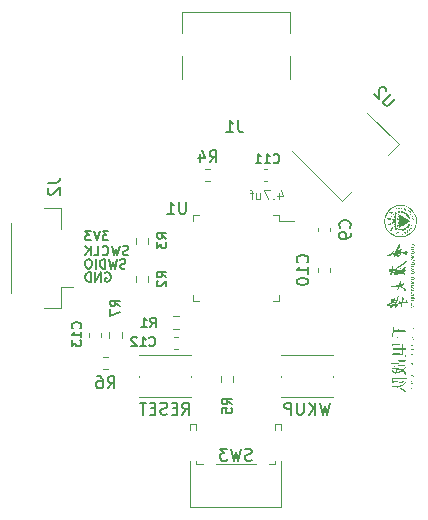
<source format=gbr>
%TF.GenerationSoftware,KiCad,Pcbnew,7.0.7*%
%TF.CreationDate,2023-10-08T16:19:16+08:00*%
%TF.ProjectId,RM_47mm,524d5f34-376d-46d2-9e6b-696361645f70,rev?*%
%TF.SameCoordinates,Original*%
%TF.FileFunction,Legend,Bot*%
%TF.FilePolarity,Positive*%
%FSLAX46Y46*%
G04 Gerber Fmt 4.6, Leading zero omitted, Abs format (unit mm)*
G04 Created by KiCad (PCBNEW 7.0.7) date 2023-10-08 16:19:16*
%MOMM*%
%LPD*%
G01*
G04 APERTURE LIST*
%ADD10C,0.150000*%
%ADD11C,0.140000*%
%ADD12C,0.100000*%
%ADD13C,0.120000*%
G04 APERTURE END LIST*
D10*
X138927255Y-101257390D02*
X139003445Y-101219295D01*
X139003445Y-101219295D02*
X139117731Y-101219295D01*
X139117731Y-101219295D02*
X139232017Y-101257390D01*
X139232017Y-101257390D02*
X139308207Y-101333580D01*
X139308207Y-101333580D02*
X139346302Y-101409771D01*
X139346302Y-101409771D02*
X139384398Y-101562152D01*
X139384398Y-101562152D02*
X139384398Y-101676438D01*
X139384398Y-101676438D02*
X139346302Y-101828819D01*
X139346302Y-101828819D02*
X139308207Y-101905009D01*
X139308207Y-101905009D02*
X139232017Y-101981200D01*
X139232017Y-101981200D02*
X139117731Y-102019295D01*
X139117731Y-102019295D02*
X139041540Y-102019295D01*
X139041540Y-102019295D02*
X138927255Y-101981200D01*
X138927255Y-101981200D02*
X138889159Y-101943104D01*
X138889159Y-101943104D02*
X138889159Y-101676438D01*
X138889159Y-101676438D02*
X139041540Y-101676438D01*
X138546302Y-102019295D02*
X138546302Y-101219295D01*
X138546302Y-101219295D02*
X138089159Y-102019295D01*
X138089159Y-102019295D02*
X138089159Y-101219295D01*
X137708207Y-102019295D02*
X137708207Y-101219295D01*
X137708207Y-101219295D02*
X137517731Y-101219295D01*
X137517731Y-101219295D02*
X137403445Y-101257390D01*
X137403445Y-101257390D02*
X137327255Y-101333580D01*
X137327255Y-101333580D02*
X137289160Y-101409771D01*
X137289160Y-101409771D02*
X137251064Y-101562152D01*
X137251064Y-101562152D02*
X137251064Y-101676438D01*
X137251064Y-101676438D02*
X137289160Y-101828819D01*
X137289160Y-101828819D02*
X137327255Y-101905009D01*
X137327255Y-101905009D02*
X137403445Y-101981200D01*
X137403445Y-101981200D02*
X137517731Y-102019295D01*
X137517731Y-102019295D02*
X137708207Y-102019295D01*
X139193922Y-97719295D02*
X138698684Y-97719295D01*
X138698684Y-97719295D02*
X138965350Y-98024057D01*
X138965350Y-98024057D02*
X138851065Y-98024057D01*
X138851065Y-98024057D02*
X138774874Y-98062152D01*
X138774874Y-98062152D02*
X138736779Y-98100247D01*
X138736779Y-98100247D02*
X138698684Y-98176438D01*
X138698684Y-98176438D02*
X138698684Y-98366914D01*
X138698684Y-98366914D02*
X138736779Y-98443104D01*
X138736779Y-98443104D02*
X138774874Y-98481200D01*
X138774874Y-98481200D02*
X138851065Y-98519295D01*
X138851065Y-98519295D02*
X139079636Y-98519295D01*
X139079636Y-98519295D02*
X139155827Y-98481200D01*
X139155827Y-98481200D02*
X139193922Y-98443104D01*
X138470112Y-97719295D02*
X138203445Y-98519295D01*
X138203445Y-98519295D02*
X137936779Y-97719295D01*
X137746303Y-97719295D02*
X137251065Y-97719295D01*
X137251065Y-97719295D02*
X137517731Y-98024057D01*
X137517731Y-98024057D02*
X137403446Y-98024057D01*
X137403446Y-98024057D02*
X137327255Y-98062152D01*
X137327255Y-98062152D02*
X137289160Y-98100247D01*
X137289160Y-98100247D02*
X137251065Y-98176438D01*
X137251065Y-98176438D02*
X137251065Y-98366914D01*
X137251065Y-98366914D02*
X137289160Y-98443104D01*
X137289160Y-98443104D02*
X137327255Y-98481200D01*
X137327255Y-98481200D02*
X137403446Y-98519295D01*
X137403446Y-98519295D02*
X137632017Y-98519295D01*
X137632017Y-98519295D02*
X137708208Y-98481200D01*
X137708208Y-98481200D02*
X137746303Y-98443104D01*
X140641541Y-100856200D02*
X140527255Y-100894295D01*
X140527255Y-100894295D02*
X140336779Y-100894295D01*
X140336779Y-100894295D02*
X140260588Y-100856200D01*
X140260588Y-100856200D02*
X140222493Y-100818104D01*
X140222493Y-100818104D02*
X140184398Y-100741914D01*
X140184398Y-100741914D02*
X140184398Y-100665723D01*
X140184398Y-100665723D02*
X140222493Y-100589533D01*
X140222493Y-100589533D02*
X140260588Y-100551438D01*
X140260588Y-100551438D02*
X140336779Y-100513342D01*
X140336779Y-100513342D02*
X140489160Y-100475247D01*
X140489160Y-100475247D02*
X140565350Y-100437152D01*
X140565350Y-100437152D02*
X140603445Y-100399057D01*
X140603445Y-100399057D02*
X140641541Y-100322866D01*
X140641541Y-100322866D02*
X140641541Y-100246676D01*
X140641541Y-100246676D02*
X140603445Y-100170485D01*
X140603445Y-100170485D02*
X140565350Y-100132390D01*
X140565350Y-100132390D02*
X140489160Y-100094295D01*
X140489160Y-100094295D02*
X140298683Y-100094295D01*
X140298683Y-100094295D02*
X140184398Y-100132390D01*
X139917731Y-100094295D02*
X139727255Y-100894295D01*
X139727255Y-100894295D02*
X139574874Y-100322866D01*
X139574874Y-100322866D02*
X139422493Y-100894295D01*
X139422493Y-100894295D02*
X139232017Y-100094295D01*
X138927254Y-100894295D02*
X138927254Y-100094295D01*
X138927254Y-100094295D02*
X138736778Y-100094295D01*
X138736778Y-100094295D02*
X138622492Y-100132390D01*
X138622492Y-100132390D02*
X138546302Y-100208580D01*
X138546302Y-100208580D02*
X138508207Y-100284771D01*
X138508207Y-100284771D02*
X138470111Y-100437152D01*
X138470111Y-100437152D02*
X138470111Y-100551438D01*
X138470111Y-100551438D02*
X138508207Y-100703819D01*
X138508207Y-100703819D02*
X138546302Y-100780009D01*
X138546302Y-100780009D02*
X138622492Y-100856200D01*
X138622492Y-100856200D02*
X138736778Y-100894295D01*
X138736778Y-100894295D02*
X138927254Y-100894295D01*
X138127254Y-100894295D02*
X138127254Y-100094295D01*
X137593921Y-100094295D02*
X137441540Y-100094295D01*
X137441540Y-100094295D02*
X137365350Y-100132390D01*
X137365350Y-100132390D02*
X137289159Y-100208580D01*
X137289159Y-100208580D02*
X137251064Y-100360961D01*
X137251064Y-100360961D02*
X137251064Y-100627628D01*
X137251064Y-100627628D02*
X137289159Y-100780009D01*
X137289159Y-100780009D02*
X137365350Y-100856200D01*
X137365350Y-100856200D02*
X137441540Y-100894295D01*
X137441540Y-100894295D02*
X137593921Y-100894295D01*
X137593921Y-100894295D02*
X137670112Y-100856200D01*
X137670112Y-100856200D02*
X137746302Y-100780009D01*
X137746302Y-100780009D02*
X137784398Y-100627628D01*
X137784398Y-100627628D02*
X137784398Y-100360961D01*
X137784398Y-100360961D02*
X137746302Y-100208580D01*
X137746302Y-100208580D02*
X137670112Y-100132390D01*
X137670112Y-100132390D02*
X137593921Y-100094295D01*
X140870113Y-99731200D02*
X140755827Y-99769295D01*
X140755827Y-99769295D02*
X140565351Y-99769295D01*
X140565351Y-99769295D02*
X140489160Y-99731200D01*
X140489160Y-99731200D02*
X140451065Y-99693104D01*
X140451065Y-99693104D02*
X140412970Y-99616914D01*
X140412970Y-99616914D02*
X140412970Y-99540723D01*
X140412970Y-99540723D02*
X140451065Y-99464533D01*
X140451065Y-99464533D02*
X140489160Y-99426438D01*
X140489160Y-99426438D02*
X140565351Y-99388342D01*
X140565351Y-99388342D02*
X140717732Y-99350247D01*
X140717732Y-99350247D02*
X140793922Y-99312152D01*
X140793922Y-99312152D02*
X140832017Y-99274057D01*
X140832017Y-99274057D02*
X140870113Y-99197866D01*
X140870113Y-99197866D02*
X140870113Y-99121676D01*
X140870113Y-99121676D02*
X140832017Y-99045485D01*
X140832017Y-99045485D02*
X140793922Y-99007390D01*
X140793922Y-99007390D02*
X140717732Y-98969295D01*
X140717732Y-98969295D02*
X140527255Y-98969295D01*
X140527255Y-98969295D02*
X140412970Y-99007390D01*
X140146303Y-98969295D02*
X139955827Y-99769295D01*
X139955827Y-99769295D02*
X139803446Y-99197866D01*
X139803446Y-99197866D02*
X139651065Y-99769295D01*
X139651065Y-99769295D02*
X139460589Y-98969295D01*
X138698683Y-99693104D02*
X138736779Y-99731200D01*
X138736779Y-99731200D02*
X138851064Y-99769295D01*
X138851064Y-99769295D02*
X138927255Y-99769295D01*
X138927255Y-99769295D02*
X139041541Y-99731200D01*
X139041541Y-99731200D02*
X139117731Y-99655009D01*
X139117731Y-99655009D02*
X139155826Y-99578819D01*
X139155826Y-99578819D02*
X139193922Y-99426438D01*
X139193922Y-99426438D02*
X139193922Y-99312152D01*
X139193922Y-99312152D02*
X139155826Y-99159771D01*
X139155826Y-99159771D02*
X139117731Y-99083580D01*
X139117731Y-99083580D02*
X139041541Y-99007390D01*
X139041541Y-99007390D02*
X138927255Y-98969295D01*
X138927255Y-98969295D02*
X138851064Y-98969295D01*
X138851064Y-98969295D02*
X138736779Y-99007390D01*
X138736779Y-99007390D02*
X138698683Y-99045485D01*
X137974874Y-99769295D02*
X138355826Y-99769295D01*
X138355826Y-99769295D02*
X138355826Y-98969295D01*
X137708207Y-99769295D02*
X137708207Y-98969295D01*
X137251064Y-99769295D02*
X137593922Y-99312152D01*
X137251064Y-98969295D02*
X137708207Y-99426438D01*
X140136609Y-104076242D02*
X139755656Y-103809575D01*
X140136609Y-103619099D02*
X139336609Y-103619099D01*
X139336609Y-103619099D02*
X139336609Y-103923861D01*
X139336609Y-103923861D02*
X139374704Y-104000051D01*
X139374704Y-104000051D02*
X139412799Y-104038146D01*
X139412799Y-104038146D02*
X139488990Y-104076242D01*
X139488990Y-104076242D02*
X139603275Y-104076242D01*
X139603275Y-104076242D02*
X139679466Y-104038146D01*
X139679466Y-104038146D02*
X139717561Y-104000051D01*
X139717561Y-104000051D02*
X139755656Y-103923861D01*
X139755656Y-103923861D02*
X139755656Y-103619099D01*
X139336609Y-104342908D02*
X139336609Y-104876242D01*
X139336609Y-104876242D02*
X140136609Y-104533384D01*
X144114031Y-98360610D02*
X143733078Y-98093943D01*
X144114031Y-97903467D02*
X143314031Y-97903467D01*
X143314031Y-97903467D02*
X143314031Y-98208229D01*
X143314031Y-98208229D02*
X143352126Y-98284419D01*
X143352126Y-98284419D02*
X143390221Y-98322514D01*
X143390221Y-98322514D02*
X143466412Y-98360610D01*
X143466412Y-98360610D02*
X143580697Y-98360610D01*
X143580697Y-98360610D02*
X143656888Y-98322514D01*
X143656888Y-98322514D02*
X143694983Y-98284419D01*
X143694983Y-98284419D02*
X143733078Y-98208229D01*
X143733078Y-98208229D02*
X143733078Y-97903467D01*
X143314031Y-98627276D02*
X143314031Y-99122514D01*
X143314031Y-99122514D02*
X143618793Y-98855848D01*
X143618793Y-98855848D02*
X143618793Y-98970133D01*
X143618793Y-98970133D02*
X143656888Y-99046324D01*
X143656888Y-99046324D02*
X143694983Y-99084419D01*
X143694983Y-99084419D02*
X143771174Y-99122514D01*
X143771174Y-99122514D02*
X143961650Y-99122514D01*
X143961650Y-99122514D02*
X144037840Y-99084419D01*
X144037840Y-99084419D02*
X144075936Y-99046324D01*
X144075936Y-99046324D02*
X144114031Y-98970133D01*
X144114031Y-98970133D02*
X144114031Y-98741562D01*
X144114031Y-98741562D02*
X144075936Y-98665371D01*
X144075936Y-98665371D02*
X144037840Y-98627276D01*
X147766666Y-91894819D02*
X148099999Y-91418628D01*
X148338094Y-91894819D02*
X148338094Y-90894819D01*
X148338094Y-90894819D02*
X147957142Y-90894819D01*
X147957142Y-90894819D02*
X147861904Y-90942438D01*
X147861904Y-90942438D02*
X147814285Y-90990057D01*
X147814285Y-90990057D02*
X147766666Y-91085295D01*
X147766666Y-91085295D02*
X147766666Y-91228152D01*
X147766666Y-91228152D02*
X147814285Y-91323390D01*
X147814285Y-91323390D02*
X147861904Y-91371009D01*
X147861904Y-91371009D02*
X147957142Y-91418628D01*
X147957142Y-91418628D02*
X148338094Y-91418628D01*
X146909523Y-91228152D02*
X146909523Y-91894819D01*
X147147618Y-90847200D02*
X147385713Y-91561485D01*
X147385713Y-91561485D02*
X146766666Y-91561485D01*
X145761904Y-95254819D02*
X145761904Y-96064342D01*
X145761904Y-96064342D02*
X145714285Y-96159580D01*
X145714285Y-96159580D02*
X145666666Y-96207200D01*
X145666666Y-96207200D02*
X145571428Y-96254819D01*
X145571428Y-96254819D02*
X145380952Y-96254819D01*
X145380952Y-96254819D02*
X145285714Y-96207200D01*
X145285714Y-96207200D02*
X145238095Y-96159580D01*
X145238095Y-96159580D02*
X145190476Y-96064342D01*
X145190476Y-96064342D02*
X145190476Y-95254819D01*
X144190476Y-96254819D02*
X144761904Y-96254819D01*
X144476190Y-96254819D02*
X144476190Y-95254819D01*
X144476190Y-95254819D02*
X144571428Y-95397676D01*
X144571428Y-95397676D02*
X144666666Y-95492914D01*
X144666666Y-95492914D02*
X144761904Y-95540533D01*
X157952380Y-112254819D02*
X157714285Y-113254819D01*
X157714285Y-113254819D02*
X157523809Y-112540533D01*
X157523809Y-112540533D02*
X157333333Y-113254819D01*
X157333333Y-113254819D02*
X157095238Y-112254819D01*
X156714285Y-113254819D02*
X156714285Y-112254819D01*
X156142857Y-113254819D02*
X156571428Y-112683390D01*
X156142857Y-112254819D02*
X156714285Y-112826247D01*
X155714285Y-112254819D02*
X155714285Y-113064342D01*
X155714285Y-113064342D02*
X155666666Y-113159580D01*
X155666666Y-113159580D02*
X155619047Y-113207200D01*
X155619047Y-113207200D02*
X155523809Y-113254819D01*
X155523809Y-113254819D02*
X155333333Y-113254819D01*
X155333333Y-113254819D02*
X155238095Y-113207200D01*
X155238095Y-113207200D02*
X155190476Y-113159580D01*
X155190476Y-113159580D02*
X155142857Y-113064342D01*
X155142857Y-113064342D02*
X155142857Y-112254819D01*
X154666666Y-113254819D02*
X154666666Y-112254819D01*
X154666666Y-112254819D02*
X154285714Y-112254819D01*
X154285714Y-112254819D02*
X154190476Y-112302438D01*
X154190476Y-112302438D02*
X154142857Y-112350057D01*
X154142857Y-112350057D02*
X154095238Y-112445295D01*
X154095238Y-112445295D02*
X154095238Y-112588152D01*
X154095238Y-112588152D02*
X154142857Y-112683390D01*
X154142857Y-112683390D02*
X154190476Y-112731009D01*
X154190476Y-112731009D02*
X154285714Y-112778628D01*
X154285714Y-112778628D02*
X154666666Y-112778628D01*
X159639580Y-97433333D02*
X159687200Y-97385714D01*
X159687200Y-97385714D02*
X159734819Y-97242857D01*
X159734819Y-97242857D02*
X159734819Y-97147619D01*
X159734819Y-97147619D02*
X159687200Y-97004762D01*
X159687200Y-97004762D02*
X159591961Y-96909524D01*
X159591961Y-96909524D02*
X159496723Y-96861905D01*
X159496723Y-96861905D02*
X159306247Y-96814286D01*
X159306247Y-96814286D02*
X159163390Y-96814286D01*
X159163390Y-96814286D02*
X158972914Y-96861905D01*
X158972914Y-96861905D02*
X158877676Y-96909524D01*
X158877676Y-96909524D02*
X158782438Y-97004762D01*
X158782438Y-97004762D02*
X158734819Y-97147619D01*
X158734819Y-97147619D02*
X158734819Y-97242857D01*
X158734819Y-97242857D02*
X158782438Y-97385714D01*
X158782438Y-97385714D02*
X158830057Y-97433333D01*
X159734819Y-97909524D02*
X159734819Y-98100000D01*
X159734819Y-98100000D02*
X159687200Y-98195238D01*
X159687200Y-98195238D02*
X159639580Y-98242857D01*
X159639580Y-98242857D02*
X159496723Y-98338095D01*
X159496723Y-98338095D02*
X159306247Y-98385714D01*
X159306247Y-98385714D02*
X158925295Y-98385714D01*
X158925295Y-98385714D02*
X158830057Y-98338095D01*
X158830057Y-98338095D02*
X158782438Y-98290476D01*
X158782438Y-98290476D02*
X158734819Y-98195238D01*
X158734819Y-98195238D02*
X158734819Y-98004762D01*
X158734819Y-98004762D02*
X158782438Y-97909524D01*
X158782438Y-97909524D02*
X158830057Y-97861905D01*
X158830057Y-97861905D02*
X158925295Y-97814286D01*
X158925295Y-97814286D02*
X159163390Y-97814286D01*
X159163390Y-97814286D02*
X159258628Y-97861905D01*
X159258628Y-97861905D02*
X159306247Y-97909524D01*
X159306247Y-97909524D02*
X159353866Y-98004762D01*
X159353866Y-98004762D02*
X159353866Y-98195238D01*
X159353866Y-98195238D02*
X159306247Y-98290476D01*
X159306247Y-98290476D02*
X159258628Y-98338095D01*
X159258628Y-98338095D02*
X159163390Y-98385714D01*
D11*
X153174252Y-91892116D02*
X153212348Y-91930212D01*
X153212348Y-91930212D02*
X153326633Y-91968307D01*
X153326633Y-91968307D02*
X153402824Y-91968307D01*
X153402824Y-91968307D02*
X153517110Y-91930212D01*
X153517110Y-91930212D02*
X153593300Y-91854021D01*
X153593300Y-91854021D02*
X153631395Y-91777831D01*
X153631395Y-91777831D02*
X153669491Y-91625450D01*
X153669491Y-91625450D02*
X153669491Y-91511164D01*
X153669491Y-91511164D02*
X153631395Y-91358783D01*
X153631395Y-91358783D02*
X153593300Y-91282592D01*
X153593300Y-91282592D02*
X153517110Y-91206402D01*
X153517110Y-91206402D02*
X153402824Y-91168307D01*
X153402824Y-91168307D02*
X153326633Y-91168307D01*
X153326633Y-91168307D02*
X153212348Y-91206402D01*
X153212348Y-91206402D02*
X153174252Y-91244497D01*
X152412348Y-91968307D02*
X152869491Y-91968307D01*
X152640919Y-91968307D02*
X152640919Y-91168307D01*
X152640919Y-91168307D02*
X152717110Y-91282592D01*
X152717110Y-91282592D02*
X152793300Y-91358783D01*
X152793300Y-91358783D02*
X152869491Y-91396878D01*
X151650443Y-91968307D02*
X152107586Y-91968307D01*
X151879014Y-91968307D02*
X151879014Y-91168307D01*
X151879014Y-91168307D02*
X151955205Y-91282592D01*
X151955205Y-91282592D02*
X152031395Y-91358783D01*
X152031395Y-91358783D02*
X152107586Y-91396878D01*
D12*
X153618080Y-94509780D02*
X153618080Y-95043114D01*
X153808556Y-94205019D02*
X153999033Y-94776447D01*
X153999033Y-94776447D02*
X153503794Y-94776447D01*
X153199032Y-94966923D02*
X153160937Y-95005019D01*
X153160937Y-95005019D02*
X153199032Y-95043114D01*
X153199032Y-95043114D02*
X153237128Y-95005019D01*
X153237128Y-95005019D02*
X153199032Y-94966923D01*
X153199032Y-94966923D02*
X153199032Y-95043114D01*
X152894271Y-94243114D02*
X152360937Y-94243114D01*
X152360937Y-94243114D02*
X152703795Y-95043114D01*
X151713318Y-94509780D02*
X151713318Y-95043114D01*
X152056175Y-94509780D02*
X152056175Y-94928828D01*
X152056175Y-94928828D02*
X152018080Y-95005019D01*
X152018080Y-95005019D02*
X151941890Y-95043114D01*
X151941890Y-95043114D02*
X151827604Y-95043114D01*
X151827604Y-95043114D02*
X151751413Y-95005019D01*
X151751413Y-95005019D02*
X151713318Y-94966923D01*
X151446651Y-94509780D02*
X151141889Y-94509780D01*
X151332365Y-95043114D02*
X151332365Y-94357399D01*
X151332365Y-94357399D02*
X151294270Y-94281209D01*
X151294270Y-94281209D02*
X151218080Y-94243114D01*
X151218080Y-94243114D02*
X151141889Y-94243114D01*
D10*
X142641693Y-107400730D02*
X142679789Y-107438826D01*
X142679789Y-107438826D02*
X142794074Y-107476921D01*
X142794074Y-107476921D02*
X142870265Y-107476921D01*
X142870265Y-107476921D02*
X142984551Y-107438826D01*
X142984551Y-107438826D02*
X143060741Y-107362635D01*
X143060741Y-107362635D02*
X143098836Y-107286445D01*
X143098836Y-107286445D02*
X143136932Y-107134064D01*
X143136932Y-107134064D02*
X143136932Y-107019778D01*
X143136932Y-107019778D02*
X143098836Y-106867397D01*
X143098836Y-106867397D02*
X143060741Y-106791206D01*
X143060741Y-106791206D02*
X142984551Y-106715016D01*
X142984551Y-106715016D02*
X142870265Y-106676921D01*
X142870265Y-106676921D02*
X142794074Y-106676921D01*
X142794074Y-106676921D02*
X142679789Y-106715016D01*
X142679789Y-106715016D02*
X142641693Y-106753111D01*
X141879789Y-107476921D02*
X142336932Y-107476921D01*
X142108360Y-107476921D02*
X142108360Y-106676921D01*
X142108360Y-106676921D02*
X142184551Y-106791206D01*
X142184551Y-106791206D02*
X142260741Y-106867397D01*
X142260741Y-106867397D02*
X142336932Y-106905492D01*
X141575027Y-106753111D02*
X141536931Y-106715016D01*
X141536931Y-106715016D02*
X141460741Y-106676921D01*
X141460741Y-106676921D02*
X141270265Y-106676921D01*
X141270265Y-106676921D02*
X141194074Y-106715016D01*
X141194074Y-106715016D02*
X141155979Y-106753111D01*
X141155979Y-106753111D02*
X141117884Y-106829302D01*
X141117884Y-106829302D02*
X141117884Y-106905492D01*
X141117884Y-106905492D02*
X141155979Y-107019778D01*
X141155979Y-107019778D02*
X141613122Y-107476921D01*
X141613122Y-107476921D02*
X141117884Y-107476921D01*
X136819199Y-105946673D02*
X136857295Y-105908577D01*
X136857295Y-105908577D02*
X136895390Y-105794292D01*
X136895390Y-105794292D02*
X136895390Y-105718101D01*
X136895390Y-105718101D02*
X136857295Y-105603815D01*
X136857295Y-105603815D02*
X136781104Y-105527625D01*
X136781104Y-105527625D02*
X136704914Y-105489530D01*
X136704914Y-105489530D02*
X136552533Y-105451434D01*
X136552533Y-105451434D02*
X136438247Y-105451434D01*
X136438247Y-105451434D02*
X136285866Y-105489530D01*
X136285866Y-105489530D02*
X136209675Y-105527625D01*
X136209675Y-105527625D02*
X136133485Y-105603815D01*
X136133485Y-105603815D02*
X136095390Y-105718101D01*
X136095390Y-105718101D02*
X136095390Y-105794292D01*
X136095390Y-105794292D02*
X136133485Y-105908577D01*
X136133485Y-105908577D02*
X136171580Y-105946673D01*
X136895390Y-106708577D02*
X136895390Y-106251434D01*
X136895390Y-106480006D02*
X136095390Y-106480006D01*
X136095390Y-106480006D02*
X136209675Y-106403815D01*
X136209675Y-106403815D02*
X136285866Y-106327625D01*
X136285866Y-106327625D02*
X136323961Y-106251434D01*
X136095390Y-106975244D02*
X136095390Y-107470482D01*
X136095390Y-107470482D02*
X136400152Y-107203816D01*
X136400152Y-107203816D02*
X136400152Y-107318101D01*
X136400152Y-107318101D02*
X136438247Y-107394292D01*
X136438247Y-107394292D02*
X136476342Y-107432387D01*
X136476342Y-107432387D02*
X136552533Y-107470482D01*
X136552533Y-107470482D02*
X136743009Y-107470482D01*
X136743009Y-107470482D02*
X136819199Y-107432387D01*
X136819199Y-107432387D02*
X136857295Y-107394292D01*
X136857295Y-107394292D02*
X136895390Y-107318101D01*
X136895390Y-107318101D02*
X136895390Y-107089530D01*
X136895390Y-107089530D02*
X136857295Y-107013339D01*
X136857295Y-107013339D02*
X136819199Y-106975244D01*
X150193333Y-88354819D02*
X150193333Y-89069104D01*
X150193333Y-89069104D02*
X150240952Y-89211961D01*
X150240952Y-89211961D02*
X150336190Y-89307200D01*
X150336190Y-89307200D02*
X150479047Y-89354819D01*
X150479047Y-89354819D02*
X150574285Y-89354819D01*
X149193333Y-89354819D02*
X149764761Y-89354819D01*
X149479047Y-89354819D02*
X149479047Y-88354819D01*
X149479047Y-88354819D02*
X149574285Y-88497676D01*
X149574285Y-88497676D02*
X149669523Y-88592914D01*
X149669523Y-88592914D02*
X149764761Y-88640533D01*
X139127887Y-111028565D02*
X139461220Y-110552374D01*
X139699315Y-111028565D02*
X139699315Y-110028565D01*
X139699315Y-110028565D02*
X139318363Y-110028565D01*
X139318363Y-110028565D02*
X139223125Y-110076184D01*
X139223125Y-110076184D02*
X139175506Y-110123803D01*
X139175506Y-110123803D02*
X139127887Y-110219041D01*
X139127887Y-110219041D02*
X139127887Y-110361898D01*
X139127887Y-110361898D02*
X139175506Y-110457136D01*
X139175506Y-110457136D02*
X139223125Y-110504755D01*
X139223125Y-110504755D02*
X139318363Y-110552374D01*
X139318363Y-110552374D02*
X139699315Y-110552374D01*
X138270744Y-110028565D02*
X138461220Y-110028565D01*
X138461220Y-110028565D02*
X138556458Y-110076184D01*
X138556458Y-110076184D02*
X138604077Y-110123803D01*
X138604077Y-110123803D02*
X138699315Y-110266660D01*
X138699315Y-110266660D02*
X138746934Y-110457136D01*
X138746934Y-110457136D02*
X138746934Y-110838088D01*
X138746934Y-110838088D02*
X138699315Y-110933326D01*
X138699315Y-110933326D02*
X138651696Y-110980946D01*
X138651696Y-110980946D02*
X138556458Y-111028565D01*
X138556458Y-111028565D02*
X138365982Y-111028565D01*
X138365982Y-111028565D02*
X138270744Y-110980946D01*
X138270744Y-110980946D02*
X138223125Y-110933326D01*
X138223125Y-110933326D02*
X138175506Y-110838088D01*
X138175506Y-110838088D02*
X138175506Y-110599993D01*
X138175506Y-110599993D02*
X138223125Y-110504755D01*
X138223125Y-110504755D02*
X138270744Y-110457136D01*
X138270744Y-110457136D02*
X138365982Y-110409517D01*
X138365982Y-110409517D02*
X138556458Y-110409517D01*
X138556458Y-110409517D02*
X138651696Y-110457136D01*
X138651696Y-110457136D02*
X138699315Y-110504755D01*
X138699315Y-110504755D02*
X138746934Y-110599993D01*
X134074819Y-93646666D02*
X134789104Y-93646666D01*
X134789104Y-93646666D02*
X134931961Y-93599047D01*
X134931961Y-93599047D02*
X135027200Y-93503809D01*
X135027200Y-93503809D02*
X135074819Y-93360952D01*
X135074819Y-93360952D02*
X135074819Y-93265714D01*
X134170057Y-94075238D02*
X134122438Y-94122857D01*
X134122438Y-94122857D02*
X134074819Y-94218095D01*
X134074819Y-94218095D02*
X134074819Y-94456190D01*
X134074819Y-94456190D02*
X134122438Y-94551428D01*
X134122438Y-94551428D02*
X134170057Y-94599047D01*
X134170057Y-94599047D02*
X134265295Y-94646666D01*
X134265295Y-94646666D02*
X134360533Y-94646666D01*
X134360533Y-94646666D02*
X134503390Y-94599047D01*
X134503390Y-94599047D02*
X135074819Y-94027619D01*
X135074819Y-94027619D02*
X135074819Y-94646666D01*
X144102168Y-101646885D02*
X143721215Y-101380218D01*
X144102168Y-101189742D02*
X143302168Y-101189742D01*
X143302168Y-101189742D02*
X143302168Y-101494504D01*
X143302168Y-101494504D02*
X143340263Y-101570694D01*
X143340263Y-101570694D02*
X143378358Y-101608789D01*
X143378358Y-101608789D02*
X143454549Y-101646885D01*
X143454549Y-101646885D02*
X143568834Y-101646885D01*
X143568834Y-101646885D02*
X143645025Y-101608789D01*
X143645025Y-101608789D02*
X143683120Y-101570694D01*
X143683120Y-101570694D02*
X143721215Y-101494504D01*
X143721215Y-101494504D02*
X143721215Y-101189742D01*
X143378358Y-101951646D02*
X143340263Y-101989742D01*
X143340263Y-101989742D02*
X143302168Y-102065932D01*
X143302168Y-102065932D02*
X143302168Y-102256408D01*
X143302168Y-102256408D02*
X143340263Y-102332599D01*
X143340263Y-102332599D02*
X143378358Y-102370694D01*
X143378358Y-102370694D02*
X143454549Y-102408789D01*
X143454549Y-102408789D02*
X143530739Y-102408789D01*
X143530739Y-102408789D02*
X143645025Y-102370694D01*
X143645025Y-102370694D02*
X144102168Y-101913551D01*
X144102168Y-101913551D02*
X144102168Y-102408789D01*
X163484249Y-86513246D02*
X162911829Y-87085666D01*
X162911829Y-87085666D02*
X162810814Y-87119338D01*
X162810814Y-87119338D02*
X162743470Y-87119338D01*
X162743470Y-87119338D02*
X162642455Y-87085666D01*
X162642455Y-87085666D02*
X162507768Y-86950979D01*
X162507768Y-86950979D02*
X162474096Y-86849964D01*
X162474096Y-86849964D02*
X162474096Y-86782620D01*
X162474096Y-86782620D02*
X162507768Y-86681605D01*
X162507768Y-86681605D02*
X163080188Y-86109185D01*
X162709798Y-85873483D02*
X162709798Y-85806140D01*
X162709798Y-85806140D02*
X162676127Y-85705124D01*
X162676127Y-85705124D02*
X162507768Y-85536766D01*
X162507768Y-85536766D02*
X162406753Y-85503094D01*
X162406753Y-85503094D02*
X162339409Y-85503094D01*
X162339409Y-85503094D02*
X162238394Y-85536766D01*
X162238394Y-85536766D02*
X162171050Y-85604109D01*
X162171050Y-85604109D02*
X162103707Y-85738796D01*
X162103707Y-85738796D02*
X162103707Y-86546918D01*
X162103707Y-86546918D02*
X161665974Y-86109185D01*
X149630088Y-112398411D02*
X149249135Y-112131744D01*
X149630088Y-111941268D02*
X148830088Y-111941268D01*
X148830088Y-111941268D02*
X148830088Y-112246030D01*
X148830088Y-112246030D02*
X148868183Y-112322220D01*
X148868183Y-112322220D02*
X148906278Y-112360315D01*
X148906278Y-112360315D02*
X148982469Y-112398411D01*
X148982469Y-112398411D02*
X149096754Y-112398411D01*
X149096754Y-112398411D02*
X149172945Y-112360315D01*
X149172945Y-112360315D02*
X149211040Y-112322220D01*
X149211040Y-112322220D02*
X149249135Y-112246030D01*
X149249135Y-112246030D02*
X149249135Y-111941268D01*
X148830088Y-113122220D02*
X148830088Y-112741268D01*
X148830088Y-112741268D02*
X149211040Y-112703172D01*
X149211040Y-112703172D02*
X149172945Y-112741268D01*
X149172945Y-112741268D02*
X149134850Y-112817458D01*
X149134850Y-112817458D02*
X149134850Y-113007934D01*
X149134850Y-113007934D02*
X149172945Y-113084125D01*
X149172945Y-113084125D02*
X149211040Y-113122220D01*
X149211040Y-113122220D02*
X149287231Y-113160315D01*
X149287231Y-113160315D02*
X149477707Y-113160315D01*
X149477707Y-113160315D02*
X149553897Y-113122220D01*
X149553897Y-113122220D02*
X149591993Y-113084125D01*
X149591993Y-113084125D02*
X149630088Y-113007934D01*
X149630088Y-113007934D02*
X149630088Y-112817458D01*
X149630088Y-112817458D02*
X149591993Y-112741268D01*
X149591993Y-112741268D02*
X149553897Y-112703172D01*
X142735710Y-105844698D02*
X143002377Y-105463745D01*
X143192853Y-105844698D02*
X143192853Y-105044698D01*
X143192853Y-105044698D02*
X142888091Y-105044698D01*
X142888091Y-105044698D02*
X142811901Y-105082793D01*
X142811901Y-105082793D02*
X142773806Y-105120888D01*
X142773806Y-105120888D02*
X142735710Y-105197079D01*
X142735710Y-105197079D02*
X142735710Y-105311364D01*
X142735710Y-105311364D02*
X142773806Y-105387555D01*
X142773806Y-105387555D02*
X142811901Y-105425650D01*
X142811901Y-105425650D02*
X142888091Y-105463745D01*
X142888091Y-105463745D02*
X143192853Y-105463745D01*
X141973806Y-105844698D02*
X142430949Y-105844698D01*
X142202377Y-105844698D02*
X142202377Y-105044698D01*
X142202377Y-105044698D02*
X142278568Y-105158983D01*
X142278568Y-105158983D02*
X142354758Y-105235174D01*
X142354758Y-105235174D02*
X142430949Y-105273269D01*
X151316241Y-117101352D02*
X151173384Y-117148971D01*
X151173384Y-117148971D02*
X150935289Y-117148971D01*
X150935289Y-117148971D02*
X150840051Y-117101352D01*
X150840051Y-117101352D02*
X150792432Y-117053732D01*
X150792432Y-117053732D02*
X150744813Y-116958494D01*
X150744813Y-116958494D02*
X150744813Y-116863256D01*
X150744813Y-116863256D02*
X150792432Y-116768018D01*
X150792432Y-116768018D02*
X150840051Y-116720399D01*
X150840051Y-116720399D02*
X150935289Y-116672780D01*
X150935289Y-116672780D02*
X151125765Y-116625161D01*
X151125765Y-116625161D02*
X151221003Y-116577542D01*
X151221003Y-116577542D02*
X151268622Y-116529923D01*
X151268622Y-116529923D02*
X151316241Y-116434685D01*
X151316241Y-116434685D02*
X151316241Y-116339447D01*
X151316241Y-116339447D02*
X151268622Y-116244209D01*
X151268622Y-116244209D02*
X151221003Y-116196590D01*
X151221003Y-116196590D02*
X151125765Y-116148971D01*
X151125765Y-116148971D02*
X150887670Y-116148971D01*
X150887670Y-116148971D02*
X150744813Y-116196590D01*
X150411479Y-116148971D02*
X150173384Y-117148971D01*
X150173384Y-117148971D02*
X149982908Y-116434685D01*
X149982908Y-116434685D02*
X149792432Y-117148971D01*
X149792432Y-117148971D02*
X149554337Y-116148971D01*
X149268622Y-116148971D02*
X148649575Y-116148971D01*
X148649575Y-116148971D02*
X148982908Y-116529923D01*
X148982908Y-116529923D02*
X148840051Y-116529923D01*
X148840051Y-116529923D02*
X148744813Y-116577542D01*
X148744813Y-116577542D02*
X148697194Y-116625161D01*
X148697194Y-116625161D02*
X148649575Y-116720399D01*
X148649575Y-116720399D02*
X148649575Y-116958494D01*
X148649575Y-116958494D02*
X148697194Y-117053732D01*
X148697194Y-117053732D02*
X148744813Y-117101352D01*
X148744813Y-117101352D02*
X148840051Y-117148971D01*
X148840051Y-117148971D02*
X149125765Y-117148971D01*
X149125765Y-117148971D02*
X149221003Y-117101352D01*
X149221003Y-117101352D02*
X149268622Y-117053732D01*
X156034279Y-100375007D02*
X156081899Y-100327388D01*
X156081899Y-100327388D02*
X156129518Y-100184531D01*
X156129518Y-100184531D02*
X156129518Y-100089293D01*
X156129518Y-100089293D02*
X156081899Y-99946436D01*
X156081899Y-99946436D02*
X155986660Y-99851198D01*
X155986660Y-99851198D02*
X155891422Y-99803579D01*
X155891422Y-99803579D02*
X155700946Y-99755960D01*
X155700946Y-99755960D02*
X155558089Y-99755960D01*
X155558089Y-99755960D02*
X155367613Y-99803579D01*
X155367613Y-99803579D02*
X155272375Y-99851198D01*
X155272375Y-99851198D02*
X155177137Y-99946436D01*
X155177137Y-99946436D02*
X155129518Y-100089293D01*
X155129518Y-100089293D02*
X155129518Y-100184531D01*
X155129518Y-100184531D02*
X155177137Y-100327388D01*
X155177137Y-100327388D02*
X155224756Y-100375007D01*
X156129518Y-101327388D02*
X156129518Y-100755960D01*
X156129518Y-101041674D02*
X155129518Y-101041674D01*
X155129518Y-101041674D02*
X155272375Y-100946436D01*
X155272375Y-100946436D02*
X155367613Y-100851198D01*
X155367613Y-100851198D02*
X155415232Y-100755960D01*
X155129518Y-101946436D02*
X155129518Y-102041674D01*
X155129518Y-102041674D02*
X155177137Y-102136912D01*
X155177137Y-102136912D02*
X155224756Y-102184531D01*
X155224756Y-102184531D02*
X155319994Y-102232150D01*
X155319994Y-102232150D02*
X155510470Y-102279769D01*
X155510470Y-102279769D02*
X155748565Y-102279769D01*
X155748565Y-102279769D02*
X155939041Y-102232150D01*
X155939041Y-102232150D02*
X156034279Y-102184531D01*
X156034279Y-102184531D02*
X156081899Y-102136912D01*
X156081899Y-102136912D02*
X156129518Y-102041674D01*
X156129518Y-102041674D02*
X156129518Y-101946436D01*
X156129518Y-101946436D02*
X156081899Y-101851198D01*
X156081899Y-101851198D02*
X156034279Y-101803579D01*
X156034279Y-101803579D02*
X155939041Y-101755960D01*
X155939041Y-101755960D02*
X155748565Y-101708341D01*
X155748565Y-101708341D02*
X155510470Y-101708341D01*
X155510470Y-101708341D02*
X155319994Y-101755960D01*
X155319994Y-101755960D02*
X155224756Y-101803579D01*
X155224756Y-101803579D02*
X155177137Y-101851198D01*
X155177137Y-101851198D02*
X155129518Y-101946436D01*
X145452381Y-113254819D02*
X145785714Y-112778628D01*
X146023809Y-113254819D02*
X146023809Y-112254819D01*
X146023809Y-112254819D02*
X145642857Y-112254819D01*
X145642857Y-112254819D02*
X145547619Y-112302438D01*
X145547619Y-112302438D02*
X145500000Y-112350057D01*
X145500000Y-112350057D02*
X145452381Y-112445295D01*
X145452381Y-112445295D02*
X145452381Y-112588152D01*
X145452381Y-112588152D02*
X145500000Y-112683390D01*
X145500000Y-112683390D02*
X145547619Y-112731009D01*
X145547619Y-112731009D02*
X145642857Y-112778628D01*
X145642857Y-112778628D02*
X146023809Y-112778628D01*
X145023809Y-112731009D02*
X144690476Y-112731009D01*
X144547619Y-113254819D02*
X145023809Y-113254819D01*
X145023809Y-113254819D02*
X145023809Y-112254819D01*
X145023809Y-112254819D02*
X144547619Y-112254819D01*
X144166666Y-113207200D02*
X144023809Y-113254819D01*
X144023809Y-113254819D02*
X143785714Y-113254819D01*
X143785714Y-113254819D02*
X143690476Y-113207200D01*
X143690476Y-113207200D02*
X143642857Y-113159580D01*
X143642857Y-113159580D02*
X143595238Y-113064342D01*
X143595238Y-113064342D02*
X143595238Y-112969104D01*
X143595238Y-112969104D02*
X143642857Y-112873866D01*
X143642857Y-112873866D02*
X143690476Y-112826247D01*
X143690476Y-112826247D02*
X143785714Y-112778628D01*
X143785714Y-112778628D02*
X143976190Y-112731009D01*
X143976190Y-112731009D02*
X144071428Y-112683390D01*
X144071428Y-112683390D02*
X144119047Y-112635771D01*
X144119047Y-112635771D02*
X144166666Y-112540533D01*
X144166666Y-112540533D02*
X144166666Y-112445295D01*
X144166666Y-112445295D02*
X144119047Y-112350057D01*
X144119047Y-112350057D02*
X144071428Y-112302438D01*
X144071428Y-112302438D02*
X143976190Y-112254819D01*
X143976190Y-112254819D02*
X143738095Y-112254819D01*
X143738095Y-112254819D02*
X143595238Y-112302438D01*
X143166666Y-112731009D02*
X142833333Y-112731009D01*
X142690476Y-113254819D02*
X143166666Y-113254819D01*
X143166666Y-113254819D02*
X143166666Y-112254819D01*
X143166666Y-112254819D02*
X142690476Y-112254819D01*
X142404761Y-112254819D02*
X141833333Y-112254819D01*
X142119047Y-113254819D02*
X142119047Y-112254819D01*
D13*
%TO.C,R7*%
X139260788Y-106748966D02*
X139260788Y-106274450D01*
X140305788Y-106748966D02*
X140305788Y-106274450D01*
%TO.C,R3*%
X141495627Y-98792828D02*
X141495627Y-98318312D01*
X142540627Y-98792828D02*
X142540627Y-98318312D01*
%TO.C,R4*%
X147362742Y-92477500D02*
X147837258Y-92477500D01*
X147362742Y-93522500D02*
X147837258Y-93522500D01*
%TO.C,U1*%
X153610000Y-103610000D02*
X153610000Y-103160000D01*
X153610000Y-96840000D02*
X154900000Y-96840000D01*
X153610000Y-96390000D02*
X153610000Y-96840000D01*
X153160000Y-103610000D02*
X153610000Y-103610000D01*
X153160000Y-96390000D02*
X153610000Y-96390000D01*
X146840000Y-103610000D02*
X146390000Y-103610000D01*
X146840000Y-96390000D02*
X146390000Y-96390000D01*
X146390000Y-103610000D02*
X146390000Y-103160000D01*
X146390000Y-96390000D02*
X146390000Y-96840000D01*
%TO.C,SW2*%
X158200000Y-111750000D02*
X153800000Y-111750000D01*
X158200000Y-110050000D02*
X158200000Y-109950000D01*
X153800000Y-110050000D02*
X153800000Y-109950000D01*
X153800000Y-108250000D02*
X158200000Y-108250000D01*
%TO.C,C9*%
X157990000Y-97439420D02*
X157990000Y-97720580D01*
X156970000Y-97439420D02*
X156970000Y-97720580D01*
%TO.C,C11*%
X152640580Y-93510000D02*
X152359420Y-93510000D01*
X152640580Y-92490000D02*
X152359420Y-92490000D01*
%TO.C,G\u002A\u002A\u002A*%
G36*
X164315235Y-95796990D02*
G01*
X164308837Y-95803388D01*
X164302439Y-95796990D01*
X164308837Y-95790592D01*
X164315235Y-95796990D01*
G37*
G36*
X163867376Y-95899358D02*
G01*
X163860978Y-95905756D01*
X163854580Y-95899358D01*
X163860978Y-95892960D01*
X163867376Y-95899358D01*
G37*
G36*
X164494378Y-96065705D02*
G01*
X164487980Y-96072103D01*
X164481582Y-96065705D01*
X164487980Y-96059307D01*
X164494378Y-96065705D01*
G37*
G36*
X164878257Y-96411197D02*
G01*
X164871859Y-96417595D01*
X164865461Y-96411197D01*
X164871859Y-96404799D01*
X164878257Y-96411197D01*
G37*
G36*
X164942237Y-97268527D02*
G01*
X164935839Y-97274925D01*
X164929441Y-97268527D01*
X164935839Y-97262129D01*
X164942237Y-97268527D01*
G37*
G36*
X164635134Y-97652406D02*
G01*
X164628736Y-97658804D01*
X164622338Y-97652406D01*
X164628736Y-97646008D01*
X164635134Y-97652406D01*
G37*
G36*
X164468786Y-97703590D02*
G01*
X164462388Y-97709988D01*
X164455990Y-97703590D01*
X164462388Y-97697192D01*
X164468786Y-97703590D01*
G37*
G36*
X164972636Y-97137973D02*
G01*
X164971028Y-97142643D01*
X164965236Y-97144333D01*
X164939038Y-97142643D01*
X164936868Y-97138200D01*
X164955033Y-97136189D01*
X164972636Y-97137973D01*
G37*
G36*
X163573069Y-97837947D02*
G01*
X163572145Y-97844721D01*
X163564538Y-97846478D01*
X163563006Y-97844602D01*
X163564538Y-97829417D01*
X163568387Y-97827415D01*
X163573069Y-97837947D01*
G37*
G36*
X165024527Y-109624950D02*
G01*
X165028344Y-109630766D01*
X165023816Y-109633302D01*
X165003818Y-109631776D01*
X164997895Y-109627171D01*
X165011549Y-109624046D01*
X165024527Y-109624950D01*
G37*
G36*
X163661789Y-95783668D02*
G01*
X163670221Y-95789686D01*
X163673721Y-95798282D01*
X163655690Y-95795008D01*
X163646361Y-95790202D01*
X163642043Y-95781332D01*
X163645041Y-95779735D01*
X163661789Y-95783668D01*
G37*
G36*
X164355026Y-95971568D02*
G01*
X164362187Y-95983262D01*
X164363754Y-95992073D01*
X164347298Y-95987187D01*
X164338744Y-95981725D01*
X164336102Y-95967029D01*
X164341879Y-95962281D01*
X164355026Y-95971568D01*
G37*
G36*
X164558358Y-96059259D02*
G01*
X164549132Y-96073798D01*
X164528935Y-96083523D01*
X164511925Y-96081119D01*
X164513798Y-96073230D01*
X164531670Y-96059894D01*
X164550616Y-96052413D01*
X164558358Y-96059259D01*
G37*
G36*
X164904364Y-97115293D02*
G01*
X164912131Y-97123358D01*
X164902017Y-97135358D01*
X164892695Y-97139220D01*
X164880124Y-97132959D01*
X164878640Y-97126834D01*
X164884948Y-97111941D01*
X164904364Y-97115293D01*
G37*
G36*
X164815995Y-109617699D02*
G01*
X164825679Y-109626061D01*
X164816047Y-109633109D01*
X164804147Y-109634677D01*
X164789998Y-109628006D01*
X164792100Y-109615356D01*
X164797157Y-109613003D01*
X164815995Y-109617699D01*
G37*
G36*
X164378823Y-95899358D02*
G01*
X164377246Y-95908020D01*
X164366419Y-95931348D01*
X164359295Y-95940035D01*
X164354015Y-95937746D01*
X164355591Y-95929083D01*
X164366419Y-95905756D01*
X164373543Y-95897069D01*
X164378823Y-95899358D01*
G37*
G36*
X163039250Y-96609900D02*
G01*
X163048434Y-96622330D01*
X163045992Y-96628445D01*
X163028485Y-96635126D01*
X163019345Y-96633285D01*
X163016444Y-96622330D01*
X163019063Y-96618835D01*
X163036393Y-96609534D01*
X163039250Y-96609900D01*
G37*
G36*
X164993446Y-97279999D02*
G01*
X165005088Y-97288680D01*
X164995984Y-97309603D01*
X164985433Y-97316176D01*
X164970996Y-97300832D01*
X164966529Y-97293328D01*
X164963847Y-97280089D01*
X164981033Y-97278474D01*
X164993446Y-97279999D01*
G37*
G36*
X163125210Y-97459711D02*
G01*
X163123644Y-97469245D01*
X163112414Y-97479660D01*
X163109378Y-97479315D01*
X163099618Y-97467619D01*
X163100106Y-97464029D01*
X163112414Y-97447670D01*
X163119006Y-97446466D01*
X163125210Y-97459711D01*
G37*
G36*
X164438016Y-97714964D02*
G01*
X164434144Y-97735436D01*
X164427679Y-97749295D01*
X164415526Y-97753490D01*
X164414306Y-97752419D01*
X164414388Y-97737635D01*
X164424194Y-97719096D01*
X164437165Y-97709988D01*
X164438016Y-97714964D01*
G37*
G36*
X163544839Y-97774062D02*
G01*
X163564538Y-97782498D01*
X163566061Y-97784271D01*
X163566457Y-97797640D01*
X163560992Y-97798886D01*
X163544704Y-97789109D01*
X163538027Y-97780459D01*
X163542785Y-97773967D01*
X163544839Y-97774062D01*
G37*
G36*
X163882548Y-97854095D02*
G01*
X163892968Y-97872070D01*
X163891352Y-97881927D01*
X163883371Y-97881816D01*
X163880941Y-97879029D01*
X163860978Y-97860685D01*
X163857485Y-97855043D01*
X163870575Y-97850939D01*
X163882548Y-97854095D01*
G37*
G36*
X165031809Y-107871185D02*
G01*
X165027018Y-107877922D01*
X165006217Y-107882783D01*
X164991393Y-107881871D01*
X164980625Y-107877878D01*
X164985545Y-107873708D01*
X165006217Y-107866280D01*
X165021619Y-107864603D01*
X165031809Y-107871185D01*
G37*
G36*
X164926501Y-109598156D02*
G01*
X164925489Y-109607050D01*
X164900650Y-109610043D01*
X164895339Y-109609948D01*
X164881379Y-109606961D01*
X164890442Y-109598092D01*
X164901011Y-109593098D01*
X164919233Y-109592645D01*
X164926501Y-109598156D01*
G37*
G36*
X165031809Y-110941422D02*
G01*
X165029647Y-110947120D01*
X165012615Y-110953816D01*
X165003870Y-110953260D01*
X164993421Y-110948787D01*
X164995779Y-110945475D01*
X165012615Y-110936393D01*
X165022430Y-110934381D01*
X165031809Y-110941422D01*
G37*
G36*
X163092541Y-97531492D02*
G01*
X163098795Y-97539058D01*
X163091851Y-97561787D01*
X163088146Y-97569345D01*
X163072675Y-97581764D01*
X163059265Y-97576962D01*
X163057522Y-97556436D01*
X163064729Y-97541565D01*
X163081916Y-97530844D01*
X163092541Y-97531492D01*
G37*
G36*
X164592049Y-97617217D02*
G01*
X164589176Y-97625577D01*
X164599190Y-97634222D01*
X164608745Y-97635900D01*
X164599945Y-97641686D01*
X164575696Y-97645747D01*
X164566921Y-97636815D01*
X164578605Y-97619948D01*
X164592331Y-97610831D01*
X164592049Y-97617217D01*
G37*
G36*
X164494773Y-97770517D02*
G01*
X164497369Y-97789505D01*
X164493404Y-97801917D01*
X164486938Y-97812355D01*
X164482112Y-97808140D01*
X164470254Y-97789505D01*
X164469815Y-97788679D01*
X164465275Y-97771194D01*
X164480685Y-97766655D01*
X164494773Y-97770517D01*
G37*
G36*
X164813211Y-110093287D02*
G01*
X164817587Y-110097287D01*
X164835120Y-110114683D01*
X164833949Y-110121135D01*
X164814278Y-110122078D01*
X164797734Y-110117872D01*
X164788686Y-110096486D01*
X164789272Y-110082311D01*
X164795275Y-110078500D01*
X164813211Y-110093287D01*
G37*
G36*
X164286464Y-95782592D02*
G01*
X164286391Y-95797748D01*
X164272191Y-95826814D01*
X164269967Y-95830810D01*
X164260149Y-95846126D01*
X164256611Y-95840849D01*
X164256650Y-95812488D01*
X164256715Y-95810110D01*
X164261591Y-95780259D01*
X164273648Y-95774436D01*
X164286464Y-95782592D01*
G37*
G36*
X164103008Y-97846337D02*
G01*
X164092176Y-97857460D01*
X164074606Y-97882733D01*
X164066978Y-97895748D01*
X164060951Y-97899668D01*
X164059704Y-97879534D01*
X164060632Y-97861621D01*
X164064667Y-97850743D01*
X164071404Y-97849504D01*
X164093458Y-97843138D01*
X164105736Y-97840466D01*
X164103008Y-97846337D01*
G37*
G36*
X164199682Y-97962708D02*
G01*
X164198754Y-97980621D01*
X164194720Y-97991499D01*
X164187982Y-97992738D01*
X164165929Y-97999104D01*
X164153651Y-98001776D01*
X164156379Y-97995905D01*
X164167210Y-97984782D01*
X164184781Y-97959509D01*
X164192408Y-97946495D01*
X164198436Y-97942574D01*
X164199682Y-97962708D01*
G37*
G36*
X162953511Y-96128316D02*
G01*
X162964283Y-96131013D01*
X162997765Y-96135116D01*
X163039883Y-96137227D01*
X163106016Y-96138372D01*
X163042987Y-96155669D01*
X163038309Y-96156928D01*
X162988114Y-96165749D01*
X162956615Y-96160472D01*
X162947618Y-96154649D01*
X162934827Y-96138839D01*
X162936542Y-96127473D01*
X162953511Y-96128316D01*
G37*
G36*
X165031809Y-106691099D02*
G01*
X165030382Y-106693423D01*
X165013212Y-106703916D01*
X164983586Y-106717349D01*
X164950358Y-106730203D01*
X164922388Y-106738958D01*
X164908530Y-106740093D01*
X164912371Y-106736099D01*
X164933746Y-106724566D01*
X164968115Y-106709074D01*
X164994095Y-106698879D01*
X165021268Y-106690644D01*
X165031809Y-106691099D01*
G37*
G36*
X164959307Y-110965444D02*
G01*
X164935786Y-110977527D01*
X164925034Y-110982382D01*
X164884729Y-110998823D01*
X164852612Y-111009558D01*
X164844602Y-111010940D01*
X164848392Y-111006169D01*
X164871913Y-110994085D01*
X164882665Y-110989230D01*
X164922970Y-110972790D01*
X164955086Y-110962054D01*
X164963097Y-110960672D01*
X164959307Y-110965444D01*
G37*
G36*
X164541106Y-95901874D02*
G01*
X164547535Y-95904476D01*
X164554279Y-95911195D01*
X164537574Y-95919277D01*
X164520465Y-95927596D01*
X164487604Y-95962541D01*
X164468660Y-96018391D01*
X164459985Y-96065705D01*
X164444614Y-96028164D01*
X164437667Y-95987194D01*
X164447887Y-95947543D01*
X164471453Y-95916284D01*
X164503987Y-95899150D01*
X164541106Y-95901874D01*
G37*
G36*
X164961431Y-96366411D02*
G01*
X164974315Y-96388741D01*
X164980134Y-96398401D01*
X164979492Y-96398417D01*
X164963640Y-96398781D01*
X164933100Y-96399473D01*
X164932058Y-96399496D01*
X164903962Y-96399317D01*
X164898779Y-96395975D01*
X164913944Y-96387921D01*
X164931814Y-96375430D01*
X164942691Y-96354858D01*
X164942756Y-96353302D01*
X164947978Y-96347759D01*
X164961431Y-96366411D01*
G37*
G36*
X165068517Y-96692708D02*
G01*
X165068398Y-96705421D01*
X165055844Y-96736885D01*
X165022212Y-96755825D01*
X165015791Y-96757676D01*
X164997839Y-96757054D01*
X164993421Y-96738356D01*
X164995333Y-96722860D01*
X165003018Y-96713417D01*
X165010269Y-96714320D01*
X165044212Y-96709595D01*
X165061376Y-96689509D01*
X165062716Y-96684538D01*
X165066674Y-96676284D01*
X165068517Y-96692708D01*
G37*
G36*
X164593998Y-95937278D02*
G01*
X164611883Y-95957811D01*
X164614867Y-95981724D01*
X164611142Y-95992028D01*
X164605885Y-96017029D01*
X164600750Y-96025712D01*
X164580946Y-96019312D01*
X164568757Y-96011817D01*
X164563815Y-95999257D01*
X164575846Y-95976942D01*
X164577800Y-95973903D01*
X164587968Y-95949121D01*
X164579916Y-95930213D01*
X164578514Y-95928557D01*
X164578318Y-95925395D01*
X164593998Y-95937278D01*
G37*
G36*
X164060738Y-95740488D02*
G01*
X164063304Y-95749962D01*
X164052237Y-95774597D01*
X164044356Y-95791346D01*
X164034597Y-95837888D01*
X164046970Y-95881005D01*
X164053105Y-95896643D01*
X164049138Y-95905609D01*
X164034746Y-95898960D01*
X164015255Y-95877317D01*
X164002567Y-95853138D01*
X163995336Y-95822582D01*
X163997034Y-95808611D01*
X164010251Y-95776553D01*
X164031077Y-95750291D01*
X164052884Y-95739408D01*
X164060738Y-95740488D01*
G37*
G36*
X164135068Y-95746204D02*
G01*
X164154560Y-95767847D01*
X164167248Y-95792026D01*
X164174479Y-95822582D01*
X164172780Y-95836553D01*
X164159564Y-95868611D01*
X164138737Y-95894873D01*
X164116931Y-95905756D01*
X164109077Y-95904676D01*
X164106511Y-95895202D01*
X164117577Y-95870567D01*
X164125459Y-95853818D01*
X164135217Y-95807276D01*
X164122845Y-95764159D01*
X164116709Y-95748521D01*
X164120677Y-95739555D01*
X164135068Y-95746204D01*
G37*
G36*
X163776107Y-103232255D02*
G01*
X163790201Y-103253841D01*
X163797486Y-103273829D01*
X163800030Y-103299218D01*
X163786883Y-103320058D01*
X163754723Y-103344872D01*
X163731311Y-103360257D01*
X163698208Y-103375579D01*
X163672666Y-103374360D01*
X163647653Y-103357425D01*
X163630793Y-103338348D01*
X163627217Y-103316922D01*
X163643918Y-103293662D01*
X163682476Y-103264345D01*
X163723114Y-103239244D01*
X163755077Y-103227259D01*
X163776107Y-103232255D01*
G37*
G36*
X164940080Y-109488892D02*
G01*
X164992442Y-109491153D01*
X165022318Y-109496091D01*
X165031809Y-109503972D01*
X165029906Y-109508337D01*
X165009496Y-109517709D01*
X164971028Y-109523166D01*
X164938057Y-109524683D01*
X164880402Y-109524356D01*
X164832869Y-109520336D01*
X164800586Y-109513178D01*
X164788686Y-109503438D01*
X164789407Y-109501140D01*
X164806186Y-109494122D01*
X164846075Y-109490015D01*
X164910247Y-109488678D01*
X164940080Y-109488892D01*
G37*
G36*
X163975840Y-97850781D02*
G01*
X163990627Y-97853455D01*
X163997756Y-97864345D01*
X163999327Y-97889230D01*
X163997443Y-97933890D01*
X163995696Y-97961707D01*
X163991174Y-97995956D01*
X163983564Y-98012677D01*
X163971221Y-98017091D01*
X163961898Y-98015699D01*
X163953489Y-98003269D01*
X163954482Y-97972623D01*
X163954252Y-97930535D01*
X163946180Y-97889450D01*
X163938656Y-97863387D01*
X163944162Y-97852632D01*
X163967210Y-97850716D01*
X163975840Y-97850781D01*
G37*
G36*
X163968620Y-100803890D02*
G01*
X163987111Y-100828524D01*
X163997461Y-100862760D01*
X163990302Y-100901473D01*
X163964475Y-100931970D01*
X163923816Y-100950137D01*
X163872158Y-100951860D01*
X163871218Y-100951727D01*
X163838465Y-100945202D01*
X163825383Y-100935461D01*
X163826194Y-100918283D01*
X163827029Y-100915588D01*
X163842345Y-100889313D01*
X163868873Y-100857412D01*
X163900054Y-100826472D01*
X163929330Y-100803078D01*
X163950141Y-100793816D01*
X163968620Y-100803890D01*
G37*
G36*
X164792510Y-97455831D02*
G01*
X164801573Y-97463735D01*
X164834626Y-97487514D01*
X164862005Y-97500647D01*
X164867725Y-97502225D01*
X164883069Y-97512398D01*
X164877683Y-97531917D01*
X164877612Y-97532050D01*
X164868990Y-97544106D01*
X164857280Y-97545609D01*
X164836708Y-97534929D01*
X164801498Y-97510440D01*
X164771179Y-97490775D01*
X164740959Y-97476065D01*
X164723712Y-97473877D01*
X164722595Y-97474502D01*
X164719915Y-97470047D01*
X164730402Y-97450538D01*
X164751548Y-97418265D01*
X164792510Y-97455831D01*
G37*
G36*
X164939038Y-96993021D02*
G01*
X164968718Y-97001616D01*
X165009970Y-97011932D01*
X165035648Y-97023428D01*
X165056045Y-97047702D01*
X165059535Y-97059126D01*
X165058600Y-97102199D01*
X165034769Y-97136949D01*
X165025064Y-97144586D01*
X165021662Y-97143808D01*
X165032859Y-97124528D01*
X165040889Y-97107687D01*
X165039140Y-97077992D01*
X165013142Y-97055284D01*
X164963267Y-97040014D01*
X164934232Y-97033413D01*
X164910590Y-97021943D01*
X164903849Y-97005491D01*
X164904658Y-96995702D01*
X164913833Y-96987668D01*
X164939038Y-96993021D01*
G37*
G36*
X164927878Y-106340911D02*
G01*
X164979783Y-106342015D01*
X165011547Y-106345123D01*
X165027458Y-106350914D01*
X165031809Y-106360063D01*
X165031542Y-106362847D01*
X165024552Y-106371042D01*
X165004866Y-106376058D01*
X164968195Y-106378570D01*
X164910247Y-106379257D01*
X164892617Y-106379215D01*
X164840712Y-106378111D01*
X164808948Y-106375003D01*
X164793036Y-106369213D01*
X164788686Y-106360063D01*
X164788953Y-106357279D01*
X164795943Y-106349084D01*
X164815629Y-106344068D01*
X164852300Y-106341556D01*
X164910247Y-106340869D01*
X164927878Y-106340911D01*
G37*
G36*
X164910219Y-107726911D02*
G01*
X164961747Y-107729287D01*
X165003025Y-107733444D01*
X165025202Y-107739615D01*
X165031809Y-107748426D01*
X165027291Y-107755967D01*
X165007957Y-107762535D01*
X164970110Y-107766985D01*
X164910219Y-107769941D01*
X164909045Y-107769980D01*
X164853017Y-107771497D01*
X164817715Y-107770941D01*
X164798386Y-107767472D01*
X164790275Y-107760247D01*
X164788628Y-107748426D01*
X164788629Y-107748179D01*
X164790347Y-107736444D01*
X164798610Y-107729291D01*
X164818174Y-107725878D01*
X164853792Y-107725366D01*
X164910219Y-107726911D01*
G37*
G36*
X164927878Y-108170735D02*
G01*
X164979783Y-108171839D01*
X165011547Y-108174947D01*
X165027458Y-108180737D01*
X165031809Y-108189887D01*
X165031542Y-108192671D01*
X165024552Y-108200866D01*
X165004866Y-108205881D01*
X164968195Y-108208394D01*
X164910247Y-108209081D01*
X164892617Y-108209039D01*
X164840712Y-108207935D01*
X164808948Y-108204827D01*
X164793036Y-108199036D01*
X164788686Y-108189887D01*
X164788953Y-108187103D01*
X164795943Y-108178907D01*
X164815629Y-108173892D01*
X164852300Y-108171380D01*
X164910247Y-108170693D01*
X164927878Y-108170735D01*
G37*
G36*
X163225157Y-109503553D02*
G01*
X163249454Y-109516710D01*
X163282765Y-109538804D01*
X163307535Y-109555518D01*
X163350136Y-109581088D01*
X163384493Y-109598104D01*
X163386532Y-109598920D01*
X163419369Y-109613755D01*
X163441910Y-109626747D01*
X163450916Y-109635824D01*
X163456216Y-109662576D01*
X163437797Y-109692499D01*
X163405494Y-109709525D01*
X163366730Y-109705133D01*
X163325313Y-109680918D01*
X163284649Y-109638882D01*
X163248142Y-109581026D01*
X163230722Y-109544765D01*
X163218878Y-109515314D01*
X163216559Y-109501829D01*
X163225157Y-109503553D01*
G37*
G36*
X164812543Y-111025503D02*
G01*
X164847063Y-111041521D01*
X164866136Y-111050098D01*
X164915118Y-111070275D01*
X164964630Y-111088834D01*
X164992109Y-111099899D01*
X165020715Y-111115789D01*
X165031809Y-111128516D01*
X165031804Y-111128782D01*
X165022566Y-111134295D01*
X164994408Y-111128741D01*
X164945436Y-111111752D01*
X164897785Y-111093729D01*
X164853707Y-111077242D01*
X164823875Y-111066288D01*
X164799466Y-111052495D01*
X164788686Y-111035738D01*
X164788686Y-111035600D01*
X164789338Y-111023135D01*
X164795296Y-111019572D01*
X164812543Y-111025503D01*
G37*
G36*
X164678949Y-97533727D02*
G01*
X164692578Y-97555133D01*
X164711914Y-97597498D01*
X164712224Y-97598225D01*
X164728142Y-97639887D01*
X164737146Y-97672250D01*
X164737295Y-97688362D01*
X164735240Y-97689790D01*
X164715241Y-97689274D01*
X164684910Y-97678897D01*
X164674616Y-97673983D01*
X164661835Y-97666008D01*
X164670323Y-97666196D01*
X164671856Y-97666573D01*
X164690757Y-97669577D01*
X164697198Y-97663296D01*
X164691423Y-97643241D01*
X164673679Y-97604924D01*
X164662640Y-97579995D01*
X164656226Y-97552548D01*
X164662886Y-97534639D01*
X164668479Y-97530015D01*
X164678949Y-97533727D01*
G37*
G36*
X164171920Y-97853302D02*
G01*
X164179352Y-97861849D01*
X164185779Y-97883117D01*
X164172995Y-97907357D01*
X164139290Y-97939060D01*
X164117792Y-97957189D01*
X164102241Y-97973942D01*
X164102516Y-97985412D01*
X164116144Y-97997883D01*
X164130013Y-98010970D01*
X164128677Y-98016636D01*
X164112980Y-98011996D01*
X164087755Y-97997171D01*
X164076602Y-97988408D01*
X164061178Y-97963819D01*
X164070584Y-97938963D01*
X164105108Y-97912434D01*
X164116648Y-97905241D01*
X164141119Y-97883077D01*
X164144694Y-97861681D01*
X164142789Y-97845830D01*
X164151544Y-97838928D01*
X164171920Y-97853302D01*
G37*
G36*
X164393575Y-95829168D02*
G01*
X164404142Y-95839161D01*
X164395014Y-95860970D01*
X164388266Y-95868040D01*
X164360069Y-95887299D01*
X164321155Y-95907367D01*
X164279650Y-95924690D01*
X164243686Y-95935713D01*
X164221391Y-95936882D01*
X164209677Y-95929848D01*
X164209689Y-95919970D01*
X164220007Y-95910053D01*
X164237320Y-95886562D01*
X164242547Y-95878292D01*
X164249194Y-95870460D01*
X164245876Y-95884272D01*
X164244352Y-95892120D01*
X164250222Y-95896310D01*
X164269898Y-95888699D01*
X164307248Y-95868277D01*
X164339875Y-95850508D01*
X164372277Y-95834963D01*
X164390369Y-95828980D01*
X164393575Y-95829168D01*
G37*
G36*
X163626812Y-96427831D02*
G01*
X163628493Y-96429301D01*
X163653169Y-96439155D01*
X163688232Y-96443187D01*
X163692713Y-96443116D01*
X163727214Y-96438175D01*
X163749653Y-96427831D01*
X163757434Y-96422715D01*
X163763025Y-96431906D01*
X163763998Y-96463020D01*
X163763515Y-96475575D01*
X163760699Y-96496707D01*
X163756534Y-96497569D01*
X163751478Y-96492227D01*
X163723213Y-96484308D01*
X163673001Y-96481574D01*
X163645934Y-96481291D01*
X163615549Y-96478830D01*
X163603088Y-96472651D01*
X163603689Y-96461334D01*
X163607132Y-96450871D01*
X163611456Y-96426785D01*
X163613828Y-96419748D01*
X163626812Y-96427831D01*
G37*
G36*
X165025931Y-96615096D02*
G01*
X165046691Y-96631958D01*
X165057274Y-96647790D01*
X165053027Y-96655056D01*
X165032857Y-96648483D01*
X165020729Y-96643964D01*
X164982827Y-96641874D01*
X164943514Y-96650630D01*
X164915876Y-96668043D01*
X164905518Y-96692307D01*
X164913753Y-96722251D01*
X164942351Y-96746581D01*
X164974227Y-96762708D01*
X164939618Y-96762897D01*
X164919891Y-96760937D01*
X164905117Y-96748248D01*
X164896423Y-96717321D01*
X164895941Y-96714571D01*
X164894453Y-96674767D01*
X164901422Y-96641742D01*
X164912521Y-96625492D01*
X164945580Y-96605522D01*
X164986506Y-96601389D01*
X165025931Y-96615096D01*
G37*
G36*
X163813352Y-97846106D02*
G01*
X163831480Y-97854909D01*
X163836198Y-97874722D01*
X163834264Y-97883108D01*
X163829727Y-97915433D01*
X163826242Y-97956300D01*
X163822465Y-97991903D01*
X163814388Y-98011743D01*
X163799756Y-98017081D01*
X163792605Y-98016523D01*
X163783386Y-98009411D01*
X163781233Y-97989232D01*
X163784793Y-97949912D01*
X163787967Y-97924798D01*
X163793615Y-97887391D01*
X163798214Y-97865211D01*
X163798368Y-97864711D01*
X163794935Y-97853051D01*
X163771590Y-97853840D01*
X163750068Y-97855107D01*
X163739416Y-97848969D01*
X163747184Y-97840703D01*
X163773713Y-97838874D01*
X163813352Y-97846106D01*
G37*
G36*
X163619953Y-95772264D02*
G01*
X163601859Y-95786021D01*
X163598948Y-95788216D01*
X163577220Y-95820226D01*
X163575229Y-95861157D01*
X163593498Y-95903637D01*
X163600364Y-95912068D01*
X163629471Y-95928085D01*
X163659768Y-95921452D01*
X163684524Y-95892960D01*
X163694738Y-95873611D01*
X163699861Y-95870752D01*
X163700840Y-95889311D01*
X163700167Y-95897139D01*
X163684715Y-95923266D01*
X163654664Y-95939589D01*
X163617783Y-95944704D01*
X163581839Y-95937210D01*
X163554600Y-95915705D01*
X163537126Y-95877782D01*
X163538262Y-95834493D01*
X163561512Y-95798061D01*
X163605058Y-95773609D01*
X163617357Y-95770081D01*
X163619953Y-95772264D01*
G37*
G36*
X164884248Y-96232806D02*
G01*
X164892187Y-96244649D01*
X164901748Y-96264474D01*
X164903668Y-96276413D01*
X164895824Y-96273079D01*
X164891708Y-96272165D01*
X164871485Y-96279768D01*
X164842208Y-96296946D01*
X164811140Y-96318773D01*
X164785541Y-96340320D01*
X164772672Y-96356659D01*
X164771225Y-96359029D01*
X164760795Y-96354307D01*
X164745812Y-96331565D01*
X164735777Y-96310917D01*
X164732721Y-96296889D01*
X164742613Y-96297310D01*
X164743817Y-96297672D01*
X164765354Y-96293735D01*
X164796633Y-96279001D01*
X164829307Y-96258619D01*
X164855032Y-96237738D01*
X164865461Y-96221509D01*
X164870358Y-96218890D01*
X164884248Y-96232806D01*
G37*
G36*
X164948956Y-109923482D02*
G01*
X164996265Y-109947746D01*
X165026743Y-109987410D01*
X165031788Y-109999214D01*
X165041658Y-110029992D01*
X165039682Y-110055704D01*
X165025726Y-110090088D01*
X165008001Y-110128476D01*
X165015013Y-110087360D01*
X165017507Y-110036773D01*
X165001983Y-109991861D01*
X164966089Y-109961229D01*
X164956089Y-109956594D01*
X164904226Y-109946989D01*
X164854500Y-109958600D01*
X164814832Y-109989922D01*
X164810277Y-109995559D01*
X164793984Y-110010663D01*
X164788686Y-110003380D01*
X164789618Y-109997018D01*
X164805765Y-109971312D01*
X164835712Y-109945397D01*
X164871265Y-109925373D01*
X164904229Y-109917343D01*
X164948956Y-109923482D01*
G37*
G36*
X163671658Y-97816504D02*
G01*
X163681253Y-97819714D01*
X163700411Y-97829325D01*
X163699472Y-97835771D01*
X163688767Y-97840532D01*
X163660111Y-97861727D01*
X163630757Y-97891215D01*
X163607881Y-97921277D01*
X163598660Y-97944194D01*
X163594991Y-97959796D01*
X163578420Y-97960878D01*
X163567898Y-97957368D01*
X163545516Y-97953111D01*
X163542103Y-97948406D01*
X163552961Y-97933003D01*
X163564847Y-97918538D01*
X163573069Y-97899656D01*
X163573097Y-97899075D01*
X163583156Y-97882188D01*
X163605836Y-97860641D01*
X163607709Y-97859133D01*
X163627654Y-97836895D01*
X163632404Y-97818710D01*
X163631390Y-97811604D01*
X163642032Y-97808996D01*
X163671658Y-97816504D01*
G37*
G36*
X164887068Y-106749091D02*
G01*
X164876434Y-106757640D01*
X164850120Y-106769076D01*
X164807880Y-106784373D01*
X164903641Y-106821740D01*
X164915253Y-106826225D01*
X164960890Y-106842953D01*
X164996647Y-106854683D01*
X165015606Y-106859106D01*
X165025395Y-106864660D01*
X165031809Y-106886265D01*
X165028348Y-106904290D01*
X165015814Y-106901120D01*
X165010942Y-106898070D01*
X164984664Y-106885168D01*
X164943593Y-106867152D01*
X164894252Y-106846931D01*
X164872281Y-106837950D01*
X164829448Y-106818673D01*
X164799778Y-106802780D01*
X164788686Y-106793035D01*
X164794019Y-106785569D01*
X164815564Y-106771551D01*
X164844704Y-106757650D01*
X164871669Y-106748344D01*
X164886692Y-106748111D01*
X164887068Y-106749091D01*
G37*
G36*
X163806731Y-96050799D02*
G01*
X163810654Y-96051190D01*
X163864865Y-96063824D01*
X163911473Y-96086224D01*
X163937243Y-96108261D01*
X163943363Y-96129027D01*
X163925812Y-96148808D01*
X163883782Y-96170055D01*
X163883309Y-96170253D01*
X163843237Y-96184412D01*
X163819516Y-96187571D01*
X163814557Y-96180082D01*
X163830769Y-96162299D01*
X163860978Y-96137330D01*
X163798163Y-96155901D01*
X163787974Y-96158852D01*
X163732996Y-96171672D01*
X163699532Y-96172979D01*
X163688232Y-96162734D01*
X163691942Y-96157394D01*
X163713507Y-96144384D01*
X163747627Y-96129550D01*
X163786567Y-96116090D01*
X163822590Y-96107202D01*
X163824205Y-96106907D01*
X163834534Y-96101815D01*
X163826228Y-96091861D01*
X163796998Y-96074087D01*
X163745814Y-96045403D01*
X163806731Y-96050799D01*
G37*
G36*
X164840999Y-96419537D02*
G01*
X164858269Y-96429105D01*
X164866207Y-96434753D01*
X164893751Y-96445573D01*
X164932601Y-96456384D01*
X164958915Y-96462854D01*
X164993163Y-96472329D01*
X165011384Y-96478835D01*
X165010380Y-96484576D01*
X164992416Y-96498713D01*
X164960200Y-96516765D01*
X164935793Y-96529720D01*
X164902235Y-96550448D01*
X164883027Y-96566276D01*
X164879952Y-96570019D01*
X164869206Y-96575930D01*
X164861827Y-96558631D01*
X164859476Y-96543769D01*
X164863583Y-96537995D01*
X164865743Y-96538610D01*
X164885922Y-96535007D01*
X164916772Y-96523507D01*
X164961431Y-96503747D01*
X164893327Y-96483064D01*
X164856080Y-96468821D01*
X164825592Y-96451352D01*
X164808093Y-96434795D01*
X164806989Y-96422444D01*
X164825683Y-96417595D01*
X164840999Y-96419537D01*
G37*
G36*
X163835386Y-97562659D02*
G01*
X163838891Y-97563483D01*
X163877109Y-97577755D01*
X163915587Y-97598858D01*
X163957399Y-97626814D01*
X163923792Y-97653996D01*
X163922066Y-97655368D01*
X163874515Y-97682670D01*
X163816884Y-97702338D01*
X163763523Y-97709409D01*
X163757638Y-97709154D01*
X163748734Y-97705628D01*
X163759037Y-97696218D01*
X163790600Y-97678585D01*
X163848182Y-97648339D01*
X163809794Y-97639735D01*
X163761185Y-97626849D01*
X163722550Y-97612494D01*
X163699747Y-97599322D01*
X163694856Y-97589150D01*
X163709961Y-97583793D01*
X163747141Y-97585068D01*
X163766665Y-97587427D01*
X163807522Y-97594061D01*
X163835386Y-97600864D01*
X163847506Y-97604414D01*
X163847911Y-97599878D01*
X163828988Y-97582209D01*
X163796998Y-97554415D01*
X163835386Y-97562659D01*
G37*
G36*
X164526950Y-97670659D02*
G01*
X164525924Y-97675306D01*
X164532148Y-97698407D01*
X164547756Y-97730479D01*
X164567974Y-97763439D01*
X164588028Y-97789203D01*
X164603144Y-97799687D01*
X164602295Y-97804079D01*
X164585077Y-97818736D01*
X164554415Y-97840096D01*
X164520585Y-97861486D01*
X164498974Y-97871297D01*
X164484856Y-97869525D01*
X164471242Y-97857645D01*
X164460129Y-97845689D01*
X164458317Y-97840218D01*
X164477195Y-97849063D01*
X164480438Y-97850662D01*
X164505838Y-97855631D01*
X164531432Y-97840960D01*
X164558066Y-97818753D01*
X164519824Y-97758010D01*
X164504024Y-97732375D01*
X164487850Y-97704511D01*
X164481582Y-97691282D01*
X164487853Y-97684110D01*
X164508719Y-97670773D01*
X164511016Y-97669556D01*
X164528098Y-97662750D01*
X164526950Y-97670659D01*
G37*
G36*
X164868625Y-97222259D02*
G01*
X164891053Y-97239483D01*
X164896898Y-97244531D01*
X164909015Y-97258035D01*
X164900648Y-97258255D01*
X164893182Y-97256613D01*
X164889356Y-97263029D01*
X164896674Y-97284007D01*
X164916027Y-97323310D01*
X164934110Y-97359362D01*
X164948623Y-97390512D01*
X164954418Y-97406083D01*
X164948032Y-97414854D01*
X164922945Y-97410212D01*
X164878257Y-97390088D01*
X164865680Y-97383965D01*
X164831501Y-97370051D01*
X164808389Y-97364496D01*
X164798038Y-97363355D01*
X164789722Y-97351822D01*
X164801482Y-97326108D01*
X164803402Y-97323168D01*
X164812119Y-97313668D01*
X164814082Y-97326937D01*
X164814845Y-97330874D01*
X164830258Y-97349879D01*
X164859209Y-97368387D01*
X164904141Y-97389813D01*
X164870865Y-97324145D01*
X164861648Y-97305021D01*
X164846838Y-97262538D01*
X164848326Y-97235533D01*
X164856989Y-97221451D01*
X164868625Y-97222259D01*
G37*
G36*
X165017392Y-98802100D02*
G01*
X165067609Y-98824622D01*
X165101636Y-98866525D01*
X165113460Y-98901708D01*
X165115009Y-98944183D01*
X165106027Y-98970650D01*
X165085813Y-99004028D01*
X165061632Y-99030189D01*
X165039981Y-99040768D01*
X165037923Y-99039802D01*
X165042805Y-99027268D01*
X165061405Y-99004879D01*
X165069361Y-98996096D01*
X165092111Y-98956709D01*
X165089680Y-98920971D01*
X165062073Y-98888145D01*
X165032323Y-98872654D01*
X164981141Y-98862414D01*
X164926130Y-98864060D01*
X164878257Y-98878186D01*
X164853045Y-98899680D01*
X164844526Y-98931737D01*
X164856936Y-98966581D01*
X164889747Y-98998672D01*
X164933226Y-99027972D01*
X164883349Y-99027909D01*
X164833472Y-99027846D01*
X164829938Y-98967388D01*
X164829383Y-98947956D01*
X164838795Y-98883138D01*
X164866221Y-98836061D01*
X164911129Y-98807354D01*
X164972990Y-98797645D01*
X165017392Y-98802100D01*
G37*
G36*
X163447630Y-99337138D02*
G01*
X163429945Y-99363129D01*
X163400328Y-99402118D01*
X163360586Y-99451812D01*
X163312524Y-99509916D01*
X163257948Y-99574136D01*
X163198664Y-99642179D01*
X163135132Y-99713215D01*
X163080533Y-99771290D01*
X163036334Y-99813745D01*
X162999670Y-99842838D01*
X162967677Y-99860825D01*
X162937489Y-99869962D01*
X162906241Y-99872506D01*
X162883094Y-99870955D01*
X162832727Y-99859594D01*
X162786904Y-99840441D01*
X162756149Y-99817362D01*
X162750029Y-99808291D01*
X162749806Y-99795901D01*
X162763363Y-99782534D01*
X162794031Y-99765352D01*
X162845136Y-99741517D01*
X162860403Y-99734295D01*
X162923272Y-99699858D01*
X163001167Y-99651558D01*
X163090741Y-99591612D01*
X163188653Y-99522235D01*
X163291557Y-99445644D01*
X163299867Y-99439314D01*
X163350927Y-99400474D01*
X163395087Y-99366975D01*
X163427865Y-99342211D01*
X163444781Y-99329577D01*
X163451577Y-99326438D01*
X163447630Y-99337138D01*
G37*
G36*
X164844886Y-100643464D02*
G01*
X164846032Y-100644913D01*
X164859541Y-100655438D01*
X164882427Y-100661831D01*
X164920082Y-100665001D01*
X164977899Y-100665857D01*
X165003252Y-100665768D01*
X165050345Y-100664480D01*
X165078821Y-100660941D01*
X165093641Y-100654239D01*
X165099764Y-100643464D01*
X165102737Y-100642290D01*
X165105314Y-100661638D01*
X165106711Y-100697846D01*
X165106831Y-100709831D01*
X165105835Y-100745503D01*
X165101998Y-100758794D01*
X165094764Y-100752229D01*
X165093424Y-100750086D01*
X165081853Y-100739827D01*
X165060590Y-100733655D01*
X165024345Y-100730635D01*
X164967829Y-100729836D01*
X164956918Y-100729854D01*
X164904100Y-100730955D01*
X164870683Y-100734428D01*
X164851377Y-100741209D01*
X164840894Y-100752229D01*
X164838673Y-100755686D01*
X164832246Y-100757584D01*
X164828853Y-100739175D01*
X164827870Y-100697846D01*
X164828214Y-100665342D01*
X164830364Y-100640264D01*
X164835527Y-100634229D01*
X164844886Y-100643464D01*
G37*
G36*
X164840894Y-102242960D02*
G01*
X164843517Y-102246880D01*
X164855791Y-102256262D01*
X164878185Y-102261890D01*
X164915846Y-102264632D01*
X164973925Y-102265353D01*
X165005230Y-102265222D01*
X165051383Y-102263843D01*
X165079270Y-102260253D01*
X165093770Y-102253581D01*
X165099764Y-102242960D01*
X165102737Y-102241786D01*
X165105314Y-102261135D01*
X165106711Y-102297343D01*
X165106831Y-102309328D01*
X165105835Y-102344999D01*
X165101998Y-102358291D01*
X165094764Y-102351726D01*
X165093424Y-102349582D01*
X165081853Y-102339324D01*
X165060590Y-102333151D01*
X165024345Y-102330132D01*
X164967829Y-102329333D01*
X164956918Y-102329351D01*
X164904100Y-102330451D01*
X164870683Y-102333925D01*
X164851377Y-102340705D01*
X164840894Y-102351726D01*
X164838670Y-102355186D01*
X164832242Y-102357081D01*
X164828845Y-102338671D01*
X164827852Y-102297343D01*
X164827913Y-102284354D01*
X164829465Y-102249182D01*
X164833584Y-102236255D01*
X164840894Y-102242960D01*
G37*
G36*
X164844886Y-103548149D02*
G01*
X164846032Y-103549599D01*
X164859541Y-103560123D01*
X164882427Y-103566516D01*
X164920082Y-103569687D01*
X164977899Y-103570542D01*
X165003252Y-103570453D01*
X165050345Y-103569165D01*
X165078821Y-103565626D01*
X165093641Y-103558924D01*
X165099764Y-103548149D01*
X165102737Y-103546975D01*
X165105314Y-103566324D01*
X165106711Y-103602532D01*
X165106831Y-103614517D01*
X165105835Y-103650188D01*
X165101998Y-103663480D01*
X165094764Y-103656914D01*
X165093424Y-103654771D01*
X165081853Y-103644512D01*
X165060590Y-103638340D01*
X165024345Y-103635321D01*
X164967829Y-103634522D01*
X164956918Y-103634540D01*
X164904100Y-103635640D01*
X164870683Y-103639114D01*
X164851377Y-103645894D01*
X164840894Y-103656914D01*
X164838673Y-103660371D01*
X164832246Y-103662270D01*
X164828853Y-103643860D01*
X164827870Y-103602532D01*
X164828214Y-103570027D01*
X164830364Y-103544949D01*
X164835527Y-103538914D01*
X164844886Y-103548149D01*
G37*
G36*
X164873728Y-103717084D02*
G01*
X164869668Y-103720944D01*
X164848496Y-103744959D01*
X164839870Y-103761870D01*
X164841200Y-103764242D01*
X164861369Y-103770212D01*
X164904029Y-103773971D01*
X164966891Y-103775277D01*
X165008436Y-103775060D01*
X165053061Y-103773537D01*
X165079993Y-103769866D01*
X165093979Y-103763249D01*
X165099764Y-103752884D01*
X165102758Y-103751531D01*
X165105493Y-103770562D01*
X165107101Y-103806514D01*
X165107395Y-103834999D01*
X165105946Y-103861858D01*
X165101268Y-103869096D01*
X165092366Y-103860355D01*
X165090163Y-103857559D01*
X165077158Y-103847860D01*
X165055177Y-103842541D01*
X165018708Y-103840819D01*
X164962240Y-103841914D01*
X164950984Y-103842314D01*
X164892804Y-103846187D01*
X164857962Y-103853357D01*
X164844548Y-103865287D01*
X164850655Y-103883439D01*
X164874376Y-103909278D01*
X164910247Y-103943212D01*
X164871859Y-103939219D01*
X164833472Y-103935227D01*
X164829809Y-103810466D01*
X164826147Y-103685705D01*
X164866867Y-103685705D01*
X164907586Y-103685705D01*
X164873728Y-103717084D01*
G37*
G36*
X164709475Y-96052272D02*
G01*
X164737658Y-96057382D01*
X164774564Y-96060004D01*
X164796634Y-96062735D01*
X164824661Y-96075291D01*
X164830693Y-96080509D01*
X164835119Y-96090348D01*
X164816389Y-96095386D01*
X164811845Y-96096213D01*
X164793673Y-96108112D01*
X164788686Y-96136973D01*
X164788524Y-96142213D01*
X164774590Y-96184174D01*
X164742838Y-96214186D01*
X164699869Y-96225655D01*
X164675378Y-96223296D01*
X164657643Y-96216331D01*
X164656524Y-96208432D01*
X164676069Y-96203389D01*
X164676129Y-96203385D01*
X164703814Y-96193433D01*
X164733347Y-96172364D01*
X164751642Y-96148196D01*
X164760608Y-96116009D01*
X164754398Y-96088731D01*
X164733038Y-96074230D01*
X164726002Y-96074082D01*
X164698328Y-96085583D01*
X164668589Y-96109509D01*
X164644840Y-96138407D01*
X164635134Y-96164824D01*
X164632719Y-96177295D01*
X164622338Y-96180869D01*
X164613520Y-96170861D01*
X164609958Y-96142689D01*
X164620102Y-96108378D01*
X164642296Y-96076574D01*
X164651910Y-96067495D01*
X164679490Y-96051140D01*
X164709475Y-96052272D01*
G37*
G36*
X163672312Y-96638161D02*
G01*
X163694651Y-96654697D01*
X163706892Y-96685561D01*
X163705095Y-96723325D01*
X163704746Y-96724710D01*
X163705448Y-96745947D01*
X163718965Y-96748050D01*
X163740278Y-96730057D01*
X163741151Y-96728993D01*
X163750596Y-96708277D01*
X163740959Y-96684025D01*
X163731366Y-96662817D01*
X163734546Y-96649689D01*
X163752062Y-96654227D01*
X163753936Y-96655819D01*
X163761491Y-96676632D01*
X163762511Y-96709490D01*
X163760092Y-96724820D01*
X163739756Y-96763490D01*
X163704066Y-96784387D01*
X163658102Y-96783890D01*
X163641025Y-96776835D01*
X163617086Y-96751305D01*
X163607043Y-96716982D01*
X163607649Y-96711288D01*
X163624252Y-96711288D01*
X163626092Y-96723127D01*
X163643250Y-96741341D01*
X163672237Y-96740941D01*
X163677047Y-96738414D01*
X163687258Y-96719181D01*
X163684612Y-96694786D01*
X163669651Y-96678376D01*
X163657131Y-96675439D01*
X163633501Y-96684046D01*
X163624252Y-96711288D01*
X163607649Y-96711288D01*
X163610821Y-96681484D01*
X163628345Y-96652429D01*
X163657131Y-96638596D01*
X163659541Y-96637438D01*
X163672312Y-96638161D01*
G37*
G36*
X163759310Y-96927498D02*
G01*
X163763432Y-96957455D01*
X163765008Y-96999811D01*
X163764310Y-97040764D01*
X163762382Y-97071310D01*
X163759657Y-97082985D01*
X163753894Y-97081825D01*
X163732992Y-97074806D01*
X163721194Y-97067787D01*
X163726433Y-97057509D01*
X163728557Y-97055684D01*
X163736168Y-97033893D01*
X163736794Y-96998509D01*
X163732402Y-96948627D01*
X163715348Y-96987015D01*
X163713655Y-96990822D01*
X163695108Y-97030764D01*
X163681577Y-97053145D01*
X163668612Y-97063629D01*
X163651757Y-97067877D01*
X163635971Y-97065968D01*
X163616338Y-97047594D01*
X163604942Y-97017250D01*
X163602955Y-96982855D01*
X163611548Y-96952327D01*
X163631892Y-96933584D01*
X163642796Y-96931796D01*
X163666479Y-96940949D01*
X163667758Y-96942270D01*
X163671795Y-96954675D01*
X163652823Y-96963335D01*
X163635597Y-96972114D01*
X163624252Y-96995796D01*
X163632284Y-97013459D01*
X163652242Y-97017212D01*
X163675849Y-97007370D01*
X163694810Y-96985181D01*
X163712548Y-96954795D01*
X163735281Y-96927296D01*
X163753779Y-96916637D01*
X163759310Y-96927498D01*
G37*
G36*
X164928758Y-110422830D02*
G01*
X164980304Y-110423947D01*
X165011789Y-110427071D01*
X165027522Y-110432884D01*
X165031809Y-110442070D01*
X165028429Y-110451971D01*
X165011129Y-110457735D01*
X164974227Y-110456776D01*
X164916645Y-110452196D01*
X164916645Y-110525151D01*
X164916645Y-110598106D01*
X164974227Y-110593526D01*
X165004591Y-110592243D01*
X165025909Y-110596342D01*
X165031809Y-110608233D01*
X165031517Y-110611170D01*
X165024475Y-110619347D01*
X165004787Y-110624343D01*
X164968147Y-110626839D01*
X164910247Y-110627519D01*
X164891737Y-110627473D01*
X164840191Y-110626355D01*
X164808706Y-110623232D01*
X164792973Y-110617419D01*
X164788686Y-110608233D01*
X164792065Y-110598332D01*
X164809366Y-110592567D01*
X164846268Y-110593526D01*
X164903849Y-110598106D01*
X164903849Y-110525151D01*
X164903849Y-110452196D01*
X164846268Y-110456776D01*
X164815904Y-110458059D01*
X164794585Y-110453960D01*
X164788686Y-110442070D01*
X164788978Y-110439133D01*
X164796020Y-110430955D01*
X164815708Y-110425960D01*
X164852348Y-110423464D01*
X164910247Y-110422783D01*
X164928758Y-110422830D01*
G37*
G36*
X163656242Y-97204217D02*
G01*
X163670703Y-97204566D01*
X163691361Y-97224427D01*
X163704640Y-97246372D01*
X163707655Y-97284965D01*
X163705747Y-97297058D01*
X163711294Y-97310532D01*
X163726114Y-97305415D01*
X163744900Y-97282115D01*
X163752046Y-97263915D01*
X163742615Y-97253019D01*
X163736227Y-97249177D01*
X163726620Y-97229072D01*
X163727038Y-97223943D01*
X163737827Y-97211300D01*
X163756477Y-97219475D01*
X163763970Y-97238427D01*
X163764501Y-97271982D01*
X163757736Y-97306984D01*
X163744900Y-97331592D01*
X163724718Y-97344989D01*
X163685508Y-97352264D01*
X163646173Y-97343991D01*
X163617566Y-97321065D01*
X163613704Y-97314503D01*
X163605095Y-97278124D01*
X163626561Y-97278124D01*
X163633359Y-97296460D01*
X163656242Y-97306914D01*
X163673211Y-97302197D01*
X163685923Y-97278124D01*
X163686779Y-97269368D01*
X163680691Y-97253279D01*
X163656242Y-97249333D01*
X163646019Y-97249663D01*
X163628162Y-97256801D01*
X163626561Y-97278124D01*
X163605095Y-97278124D01*
X163604266Y-97274623D01*
X163613980Y-97236239D01*
X163640862Y-97208904D01*
X163651255Y-97204097D01*
X163656242Y-97204217D01*
G37*
G36*
X164993156Y-99406141D02*
G01*
X165025510Y-99412209D01*
X165071957Y-99438955D01*
X165102102Y-99478551D01*
X165108453Y-99493611D01*
X165118922Y-99528082D01*
X165117128Y-99558075D01*
X165103195Y-99596954D01*
X165090281Y-99620252D01*
X165051097Y-99656693D01*
X165000285Y-99676669D01*
X164944630Y-99678188D01*
X164890919Y-99659258D01*
X164869309Y-99643376D01*
X164839176Y-99601809D01*
X164827565Y-99553190D01*
X164827935Y-99549967D01*
X164841078Y-99549967D01*
X164857025Y-99574642D01*
X164887609Y-99594746D01*
X164929252Y-99607906D01*
X164978375Y-99611748D01*
X165031402Y-99603901D01*
X165035826Y-99602652D01*
X165078087Y-99582226D01*
X165099245Y-99554425D01*
X165097906Y-99523031D01*
X165072677Y-99491826D01*
X165069421Y-99489611D01*
X165038249Y-99480013D01*
X164993156Y-99476008D01*
X164943537Y-99477417D01*
X164898789Y-99484058D01*
X164868309Y-99495751D01*
X164867405Y-99496390D01*
X164843345Y-99523092D01*
X164841078Y-99549967D01*
X164827935Y-99549967D01*
X164833300Y-99503297D01*
X164855209Y-99457908D01*
X164892115Y-99422801D01*
X164942846Y-99403755D01*
X164970302Y-99401855D01*
X164993156Y-99406141D01*
G37*
G36*
X164347075Y-97774210D02*
G01*
X164347186Y-97785432D01*
X164355416Y-97814550D01*
X164370618Y-97852991D01*
X164381543Y-97879409D01*
X164391210Y-97914196D01*
X164386780Y-97930522D01*
X164372738Y-97938150D01*
X164358314Y-97934371D01*
X164348368Y-97908325D01*
X164343386Y-97892555D01*
X164331624Y-97877835D01*
X164319736Y-97887573D01*
X164309681Y-97921121D01*
X164308463Y-97927366D01*
X164301735Y-97954776D01*
X164296508Y-97965907D01*
X164291431Y-97966947D01*
X164271257Y-97973765D01*
X164262067Y-97976486D01*
X164256641Y-97970830D01*
X164263812Y-97947341D01*
X164265211Y-97943614D01*
X164275591Y-97905683D01*
X164270878Y-97883623D01*
X164250142Y-97872336D01*
X164239732Y-97868183D01*
X164227926Y-97850345D01*
X164236376Y-97826273D01*
X164264051Y-97801238D01*
X164282858Y-97789542D01*
X164289048Y-97788266D01*
X164279825Y-97801287D01*
X164278933Y-97802454D01*
X164269774Y-97830251D01*
X164279772Y-97853682D01*
X164305177Y-97863539D01*
X164319684Y-97860611D01*
X164324758Y-97847544D01*
X164314778Y-97819717D01*
X164308096Y-97791916D01*
X164312323Y-97777479D01*
X164327690Y-97770349D01*
X164342429Y-97768454D01*
X164347075Y-97774210D01*
G37*
G36*
X164934496Y-108913063D02*
G01*
X164985939Y-108915286D01*
X165019700Y-108919621D01*
X165031839Y-108925655D01*
X165031809Y-108926025D01*
X165018621Y-108932155D01*
X164984221Y-108935367D01*
X164932670Y-108935268D01*
X164833472Y-108932085D01*
X164935839Y-108985367D01*
X165038207Y-109038650D01*
X164935839Y-109086962D01*
X164833472Y-109135274D01*
X164932640Y-109136031D01*
X164941357Y-109136123D01*
X164993282Y-109138412D01*
X165022596Y-109143824D01*
X165031809Y-109152783D01*
X165028706Y-109158220D01*
X165009791Y-109164340D01*
X164971165Y-109167732D01*
X164909925Y-109168778D01*
X164852463Y-109167526D01*
X164809786Y-109162607D01*
X164792158Y-109153358D01*
X164799391Y-109139145D01*
X164831300Y-109119332D01*
X164887697Y-109093286D01*
X164899223Y-109088287D01*
X164940518Y-109069258D01*
X164969493Y-109054107D01*
X164980467Y-109045746D01*
X164979363Y-109044050D01*
X164962300Y-109033180D01*
X164928886Y-109016218D01*
X164884655Y-108996033D01*
X164836852Y-108973319D01*
X164800916Y-108950703D01*
X164788686Y-108933524D01*
X164789368Y-108928446D01*
X164796973Y-108920479D01*
X164816655Y-108915736D01*
X164852913Y-108913451D01*
X164910247Y-108912859D01*
X164934496Y-108913063D01*
G37*
G36*
X164934481Y-107211199D02*
G01*
X164985932Y-107213421D01*
X165019688Y-107217756D01*
X165031817Y-107223791D01*
X165028884Y-107227692D01*
X165007278Y-107232483D01*
X164970186Y-107232311D01*
X164953386Y-107231370D01*
X164907217Y-107230592D01*
X164871009Y-107232311D01*
X164857328Y-107234223D01*
X164848418Y-107238588D01*
X164853764Y-107247729D01*
X164875721Y-107264774D01*
X164916645Y-107292845D01*
X164923078Y-107297208D01*
X164965586Y-107326623D01*
X165001001Y-107352052D01*
X165022212Y-107368405D01*
X165035962Y-107382371D01*
X165044605Y-107397670D01*
X165039056Y-107400742D01*
X165012956Y-107405212D01*
X164970338Y-107409057D01*
X164916617Y-107411682D01*
X164884163Y-107412580D01*
X164835925Y-107412829D01*
X164806786Y-107410577D01*
X164792452Y-107405315D01*
X164788628Y-107396537D01*
X164788628Y-107396359D01*
X164792990Y-107386936D01*
X164808955Y-107381719D01*
X164841155Y-107380033D01*
X164894222Y-107381208D01*
X164999819Y-107385074D01*
X164894252Y-107313806D01*
X164864881Y-107293353D01*
X164825620Y-107263660D01*
X164798687Y-107240199D01*
X164788686Y-107226767D01*
X164791312Y-107221867D01*
X164809924Y-107215595D01*
X164848674Y-107212087D01*
X164910247Y-107210995D01*
X164934481Y-107211199D01*
G37*
G36*
X164855864Y-103976051D02*
G01*
X164878343Y-103994975D01*
X164931600Y-104030408D01*
X164984654Y-104054770D01*
X165032720Y-104066638D01*
X165071018Y-104064586D01*
X165094764Y-104047192D01*
X165096811Y-104043980D01*
X165103191Y-104041883D01*
X165106307Y-104060240D01*
X165106711Y-104101574D01*
X165105443Y-104135947D01*
X165102924Y-104156494D01*
X165099764Y-104155957D01*
X165090786Y-104142462D01*
X165063181Y-104133323D01*
X165023309Y-104135626D01*
X164976600Y-104147808D01*
X164928483Y-104168305D01*
X164884390Y-104195551D01*
X164849751Y-104227982D01*
X164843234Y-104235894D01*
X164832344Y-104245783D01*
X164828170Y-104236796D01*
X164827358Y-104205574D01*
X164828389Y-104175970D01*
X164833725Y-104165208D01*
X164845730Y-104171506D01*
X164859359Y-104178372D01*
X164881233Y-104175119D01*
X164916108Y-104157921D01*
X164932017Y-104148595D01*
X164957695Y-104131334D01*
X164967829Y-104120962D01*
X164964215Y-104116451D01*
X164943552Y-104102723D01*
X164910674Y-104085304D01*
X164888083Y-104074581D01*
X164863583Y-104065497D01*
X164850205Y-104067354D01*
X164840685Y-104079555D01*
X164838966Y-104082280D01*
X164832350Y-104084819D01*
X164828719Y-104066813D01*
X164827463Y-104025767D01*
X164827074Y-103949960D01*
X164855864Y-103976051D01*
G37*
G36*
X164855864Y-102402377D02*
G01*
X164864167Y-102408678D01*
X164897197Y-102427404D01*
X164943937Y-102449348D01*
X164997100Y-102470968D01*
X165021018Y-102480174D01*
X165070953Y-102501873D01*
X165098606Y-102518908D01*
X165105865Y-102532343D01*
X165100526Y-102539306D01*
X165075406Y-102556130D01*
X165034308Y-102577294D01*
X164982242Y-102600057D01*
X164949078Y-102614087D01*
X164900597Y-102636891D01*
X164863907Y-102657031D01*
X164845093Y-102671342D01*
X164841244Y-102676223D01*
X164832528Y-102682542D01*
X164828584Y-102670780D01*
X164827481Y-102637189D01*
X164827447Y-102622824D01*
X164828828Y-102597226D01*
X164833885Y-102592247D01*
X164844516Y-102604215D01*
X164848598Y-102609624D01*
X164859120Y-102618950D01*
X164874156Y-102620426D01*
X164900185Y-102613664D01*
X164943685Y-102598275D01*
X164985733Y-102582267D01*
X165019063Y-102568289D01*
X165035523Y-102559716D01*
X165036048Y-102558285D01*
X165024390Y-102548445D01*
X164994847Y-102533662D01*
X164952448Y-102516548D01*
X164926748Y-102507153D01*
X164888972Y-102494533D01*
X164866340Y-102490268D01*
X164853017Y-102493695D01*
X164843168Y-102504153D01*
X164837257Y-102511084D01*
X164830861Y-102510571D01*
X164827836Y-102491797D01*
X164827074Y-102451109D01*
X164827074Y-102376055D01*
X164855864Y-102402377D01*
G37*
G36*
X163907890Y-95729210D02*
G01*
X163913960Y-95736498D01*
X163912370Y-95746326D01*
X163913416Y-95776054D01*
X163918007Y-95816473D01*
X163922299Y-95845408D01*
X163927205Y-95876426D01*
X163929759Y-95889761D01*
X163925837Y-95891630D01*
X163905764Y-95892960D01*
X163886170Y-95886055D01*
X163880172Y-95860970D01*
X163879255Y-95847059D01*
X163869219Y-95832423D01*
X163841784Y-95828980D01*
X163825913Y-95829667D01*
X163807753Y-95837748D01*
X163803396Y-95859904D01*
X163807023Y-95880920D01*
X163819391Y-95897281D01*
X163820555Y-95897804D01*
X163818784Y-95902309D01*
X163796998Y-95904669D01*
X163795409Y-95904707D01*
X163774250Y-95903864D01*
X163763186Y-95895939D01*
X163758764Y-95874763D01*
X163757530Y-95834166D01*
X163757045Y-95818635D01*
X163750927Y-95773354D01*
X163738336Y-95751266D01*
X163734126Y-95748125D01*
X163736381Y-95741711D01*
X163762564Y-95739604D01*
X163766076Y-95739623D01*
X163791835Y-95743353D01*
X163796927Y-95752319D01*
X163794199Y-95757553D01*
X163793614Y-95784923D01*
X163811625Y-95807068D01*
X163842646Y-95816184D01*
X163854267Y-95815909D01*
X163874654Y-95810396D01*
X163878298Y-95793456D01*
X163867693Y-95759435D01*
X163861917Y-95741938D01*
X163865289Y-95729156D01*
X163887642Y-95726612D01*
X163907890Y-95729210D01*
G37*
G36*
X164844886Y-102716411D02*
G01*
X164857289Y-102727253D01*
X164879159Y-102734322D01*
X164915482Y-102737846D01*
X164971803Y-102738804D01*
X164975845Y-102738801D01*
X165029954Y-102737827D01*
X165064220Y-102734425D01*
X165084029Y-102727613D01*
X165094764Y-102716411D01*
X165100257Y-102712251D01*
X165104697Y-102725570D01*
X165107255Y-102760406D01*
X165108196Y-102818778D01*
X165108585Y-102943539D01*
X165068471Y-102943539D01*
X165028358Y-102943539D01*
X165062073Y-102917018D01*
X165087713Y-102887582D01*
X165095789Y-102846641D01*
X165095789Y-102802783D01*
X165031809Y-102802783D01*
X164991843Y-102805863D01*
X164969465Y-102817073D01*
X164970900Y-102837021D01*
X164995834Y-102866265D01*
X165023839Y-102892355D01*
X164968259Y-102892355D01*
X164949356Y-102892244D01*
X164926279Y-102890235D01*
X164922528Y-102883435D01*
X164933856Y-102868955D01*
X164949792Y-102848107D01*
X164955875Y-102823007D01*
X164938406Y-102807860D01*
X164897451Y-102802783D01*
X164881175Y-102802916D01*
X164853647Y-102805752D01*
X164842169Y-102815278D01*
X164839870Y-102835384D01*
X164849175Y-102867077D01*
X164873728Y-102899364D01*
X164907586Y-102930743D01*
X164867330Y-102930743D01*
X164827074Y-102930743D01*
X164827481Y-102812380D01*
X164827704Y-102780684D01*
X164828949Y-102737775D01*
X164831803Y-102715101D01*
X164836903Y-102709150D01*
X164844886Y-102716411D01*
G37*
G36*
X164962622Y-100026059D02*
G01*
X165025915Y-100033247D01*
X165071076Y-100055610D01*
X165101748Y-100094938D01*
X165111129Y-100118885D01*
X165115262Y-100177446D01*
X165097229Y-100246789D01*
X165095898Y-100250110D01*
X165077820Y-100275135D01*
X165047481Y-100281977D01*
X165019518Y-100285893D01*
X164995980Y-100297333D01*
X164994336Y-100298870D01*
X164986106Y-100299925D01*
X164981990Y-100282445D01*
X164981032Y-100242950D01*
X164981456Y-100214758D01*
X164983654Y-100190727D01*
X164989050Y-100185936D01*
X164999136Y-100196560D01*
X165015380Y-100210249D01*
X165053112Y-100215754D01*
X165074590Y-100211281D01*
X165086747Y-100197691D01*
X165089391Y-100167192D01*
X165087252Y-100146429D01*
X165069071Y-100114691D01*
X165031051Y-100096297D01*
X164971630Y-100090227D01*
X164968760Y-100090232D01*
X164911349Y-100097802D01*
X164869540Y-100117187D01*
X164845175Y-100144768D01*
X164840096Y-100176926D01*
X164856143Y-100210043D01*
X164895159Y-100240499D01*
X164935839Y-100262720D01*
X164893022Y-100266853D01*
X164889957Y-100267127D01*
X164859203Y-100267284D01*
X164842071Y-100262853D01*
X164838107Y-100248438D01*
X164834987Y-100215303D01*
X164833705Y-100171298D01*
X164834451Y-100128049D01*
X164838910Y-100097382D01*
X164849689Y-100076452D01*
X164869374Y-100056968D01*
X164871808Y-100054911D01*
X164911254Y-100032607D01*
X164961543Y-100026058D01*
X164962622Y-100026059D01*
G37*
G36*
X164843069Y-101596806D02*
G01*
X164844838Y-101597943D01*
X164868274Y-101604838D01*
X164908440Y-101611143D01*
X164957769Y-101615615D01*
X164961354Y-101615839D01*
X165023196Y-101622411D01*
X165065013Y-101634220D01*
X165091963Y-101653552D01*
X165109205Y-101682692D01*
X165118360Y-101710593D01*
X165118594Y-101738356D01*
X165107948Y-101775433D01*
X165095166Y-101800555D01*
X165065630Y-101825271D01*
X165019241Y-101838904D01*
X164952240Y-101843086D01*
X164924888Y-101843713D01*
X164878441Y-101850143D01*
X164850474Y-101864263D01*
X164842157Y-101871494D01*
X164831927Y-101875843D01*
X164827962Y-101863122D01*
X164827481Y-101829074D01*
X164827610Y-101817745D01*
X164829330Y-101790613D01*
X164834451Y-101784311D01*
X164844886Y-101795101D01*
X164845600Y-101795978D01*
X164869601Y-101808555D01*
X164910163Y-101816302D01*
X164959169Y-101819139D01*
X165008501Y-101816986D01*
X165050044Y-101809761D01*
X165075681Y-101797386D01*
X165075988Y-101797076D01*
X165093770Y-101763343D01*
X165090617Y-101726559D01*
X165067350Y-101696658D01*
X165047711Y-101687420D01*
X165006207Y-101678652D01*
X164956982Y-101675530D01*
X164908227Y-101677964D01*
X164868131Y-101685861D01*
X164844886Y-101699131D01*
X164838805Y-101706322D01*
X164831763Y-101707725D01*
X164828463Y-101691142D01*
X164827481Y-101652778D01*
X164827462Y-101647858D01*
X164828808Y-101610640D01*
X164833668Y-101594853D01*
X164843069Y-101596806D01*
G37*
G36*
X164978356Y-105813076D02*
G01*
X165018488Y-105854034D01*
X165058867Y-105918602D01*
X165063205Y-105926795D01*
X165085409Y-105973378D01*
X165100963Y-106013826D01*
X165106727Y-106040164D01*
X165106070Y-106059869D01*
X165103095Y-106059538D01*
X165095428Y-106035590D01*
X165083031Y-106005828D01*
X165063462Y-105975811D01*
X165056726Y-105968657D01*
X165043955Y-105961085D01*
X165029603Y-105968503D01*
X165006191Y-105993181D01*
X164981960Y-106016766D01*
X164953217Y-106030453D01*
X164912328Y-106033766D01*
X164896988Y-106033389D01*
X164854877Y-106025055D01*
X164821706Y-106002744D01*
X164818483Y-105999638D01*
X164797335Y-105974492D01*
X164788686Y-105955341D01*
X164789062Y-105953101D01*
X164799451Y-105953634D01*
X164820094Y-105970368D01*
X164858045Y-105994914D01*
X164903828Y-106004359D01*
X164950386Y-105999548D01*
X164991428Y-105982102D01*
X165020666Y-105953642D01*
X165031809Y-105915790D01*
X165027877Y-105893662D01*
X165004893Y-105858284D01*
X164967546Y-105832566D01*
X164922990Y-105822632D01*
X164920098Y-105822665D01*
X164880107Y-105828401D01*
X164841717Y-105841585D01*
X164812863Y-105858711D01*
X164801482Y-105876278D01*
X164800878Y-105881179D01*
X164793350Y-105882746D01*
X164790675Y-105878393D01*
X164794975Y-105858755D01*
X164814207Y-105834802D01*
X164842630Y-105812532D01*
X164874505Y-105797943D01*
X164887802Y-105794770D01*
X164935713Y-105793923D01*
X164978356Y-105813076D01*
G37*
G36*
X163101711Y-97004417D02*
G01*
X163102930Y-97013967D01*
X163099189Y-97049823D01*
X163077276Y-97084392D01*
X163070968Y-97092283D01*
X163058468Y-97113046D01*
X163060503Y-97121373D01*
X163062865Y-97121545D01*
X163086387Y-97127691D01*
X163119223Y-97139914D01*
X163128109Y-97143853D01*
X163155481Y-97163136D01*
X163163313Y-97187899D01*
X163163028Y-97217343D01*
X163140920Y-97188971D01*
X163134880Y-97182407D01*
X163103788Y-97159969D01*
X163064873Y-97141711D01*
X163010934Y-97122821D01*
X163002668Y-97166883D01*
X163001557Y-97172351D01*
X162992778Y-97199777D01*
X162983350Y-97210945D01*
X162982941Y-97210918D01*
X162977760Y-97199188D01*
X162979975Y-97172557D01*
X162981672Y-97147840D01*
X162971111Y-97134946D01*
X162944613Y-97137015D01*
X162899306Y-97153363D01*
X162880992Y-97160796D01*
X162849967Y-97170772D01*
X162834869Y-97169159D01*
X162830902Y-97156154D01*
X162837246Y-97145404D01*
X162859806Y-97137359D01*
X162865553Y-97136682D01*
X162899817Y-97129308D01*
X162939499Y-97117382D01*
X162965497Y-97106747D01*
X162987925Y-97088124D01*
X162998684Y-97058752D01*
X163005331Y-97031655D01*
X163013994Y-97012059D01*
X163020363Y-97015302D01*
X163022842Y-97042464D01*
X163022847Y-97043645D01*
X163028027Y-97072603D01*
X163040537Y-97080770D01*
X163056788Y-97070387D01*
X163073192Y-97043694D01*
X163086159Y-97002931D01*
X163095029Y-96961423D01*
X163101711Y-97004417D01*
G37*
G36*
X163943908Y-96028626D02*
G01*
X163978328Y-96038246D01*
X164015574Y-96051323D01*
X164050770Y-96066774D01*
X164071644Y-96077166D01*
X164103277Y-96091943D01*
X164116851Y-96095003D01*
X164115641Y-96086280D01*
X164102925Y-96065705D01*
X164093372Y-96050266D01*
X164089600Y-96036821D01*
X164100904Y-96033715D01*
X164113601Y-96036655D01*
X164146031Y-96055303D01*
X164186047Y-96087666D01*
X164228264Y-96129685D01*
X164235755Y-96138091D01*
X164255552Y-96162757D01*
X164263676Y-96177069D01*
X164261001Y-96182765D01*
X164240039Y-96192836D01*
X164204237Y-96199858D01*
X164160792Y-96202698D01*
X164116897Y-96200220D01*
X164083922Y-96195617D01*
X164066372Y-96191247D01*
X164068984Y-96185737D01*
X164088939Y-96176719D01*
X164119809Y-96166558D01*
X164149720Y-96161675D01*
X164163799Y-96159390D01*
X164174479Y-96148879D01*
X164170195Y-96140977D01*
X164146393Y-96137157D01*
X164104220Y-96144151D01*
X164046519Y-96161675D01*
X164015991Y-96171646D01*
X163976420Y-96182293D01*
X163950550Y-96186424D01*
X163935351Y-96185372D01*
X163935668Y-96178678D01*
X163955166Y-96161249D01*
X163981174Y-96143765D01*
X164003151Y-96136083D01*
X164010591Y-96135416D01*
X164020927Y-96128859D01*
X164018093Y-96123618D01*
X164000571Y-96105335D01*
X163972807Y-96080814D01*
X163941531Y-96055854D01*
X163913473Y-96036255D01*
X163906349Y-96031342D01*
X163903044Y-96024090D01*
X163917188Y-96023546D01*
X163943908Y-96028626D01*
G37*
G36*
X164993156Y-100328581D02*
G01*
X165024592Y-100334376D01*
X165025943Y-100334847D01*
X165070149Y-100358715D01*
X165098627Y-100396498D01*
X165101251Y-100401497D01*
X165124439Y-100434329D01*
X165149157Y-100455892D01*
X165168633Y-100470359D01*
X165186690Y-100494923D01*
X165190757Y-100516317D01*
X165188743Y-100550693D01*
X165188730Y-100550754D01*
X165180794Y-100579804D01*
X165174884Y-100588307D01*
X165172565Y-100574003D01*
X165166093Y-100555397D01*
X165146625Y-100531184D01*
X165137212Y-100522947D01*
X165122861Y-100515852D01*
X165108415Y-100523827D01*
X165085844Y-100549259D01*
X165063450Y-100570604D01*
X165011645Y-100595983D01*
X164953709Y-100600702D01*
X164897135Y-100583407D01*
X164868749Y-100563069D01*
X164837717Y-100519551D01*
X164826443Y-100471155D01*
X164840387Y-100471155D01*
X164855793Y-100496039D01*
X164885969Y-100516333D01*
X164927359Y-100529640D01*
X164976406Y-100533564D01*
X165029554Y-100525708D01*
X165035576Y-100523985D01*
X165078079Y-100503285D01*
X165099339Y-100475538D01*
X165097993Y-100444301D01*
X165072677Y-100413136D01*
X165069421Y-100410921D01*
X165038249Y-100401323D01*
X164993156Y-100397318D01*
X164943537Y-100398726D01*
X164898789Y-100405367D01*
X164868309Y-100417061D01*
X164868110Y-100417200D01*
X164843307Y-100444077D01*
X164840387Y-100471155D01*
X164826443Y-100471155D01*
X164825856Y-100468637D01*
X164834210Y-100416977D01*
X164863822Y-100371220D01*
X164911363Y-100335805D01*
X164964178Y-100323240D01*
X164993156Y-100328581D01*
G37*
G36*
X165016132Y-101112364D02*
G01*
X165064942Y-101136205D01*
X165098968Y-101177695D01*
X165103481Y-101186726D01*
X165115675Y-101213399D01*
X165119887Y-101234369D01*
X165116792Y-101259833D01*
X165107066Y-101299989D01*
X165102422Y-101317637D01*
X165092051Y-101343923D01*
X165076875Y-101354737D01*
X165050120Y-101356839D01*
X165018947Y-101361332D01*
X164994446Y-101379232D01*
X164992916Y-101381717D01*
X164986033Y-101385917D01*
X164982445Y-101369995D01*
X164981421Y-101331247D01*
X164981697Y-101302450D01*
X164983765Y-101278454D01*
X164989098Y-101273650D01*
X164999136Y-101284217D01*
X165015380Y-101297907D01*
X165053112Y-101303411D01*
X165068453Y-101300723D01*
X165086433Y-101288169D01*
X165093309Y-101258899D01*
X165093448Y-101257404D01*
X165089785Y-101222434D01*
X165068069Y-101198119D01*
X165067325Y-101197609D01*
X165032037Y-101184347D01*
X164983039Y-101178290D01*
X164930999Y-101179930D01*
X164886583Y-101189758D01*
X164868938Y-101199083D01*
X164846303Y-101227433D01*
X164842729Y-101261898D01*
X164857940Y-101295378D01*
X164891661Y-101320771D01*
X164900870Y-101325015D01*
X164927490Y-101341276D01*
X164930246Y-101351658D01*
X164910270Y-101354757D01*
X164868698Y-101349169D01*
X164861321Y-101347655D01*
X164843607Y-101341758D01*
X164834595Y-101329642D01*
X164831593Y-101304851D01*
X164831909Y-101260931D01*
X164836632Y-101205914D01*
X164852460Y-101161644D01*
X164882530Y-101132480D01*
X164930094Y-101113540D01*
X164958085Y-101108280D01*
X165016132Y-101112364D01*
G37*
G36*
X164069874Y-104722193D02*
G01*
X164258116Y-104722281D01*
X164423181Y-104722472D01*
X164566547Y-104722789D01*
X164689694Y-104723255D01*
X164794097Y-104723895D01*
X164881237Y-104724732D01*
X164952589Y-104725790D01*
X165009633Y-104727093D01*
X165053846Y-104728664D01*
X165086706Y-104730527D01*
X165109692Y-104732705D01*
X165124280Y-104735224D01*
X165131949Y-104738105D01*
X165134177Y-104741373D01*
X165133316Y-104743492D01*
X165127807Y-104746512D01*
X165115920Y-104749161D01*
X165096175Y-104751461D01*
X165067096Y-104753436D01*
X165027205Y-104755111D01*
X164975022Y-104756509D01*
X164909072Y-104757654D01*
X164827875Y-104758569D01*
X164729953Y-104759278D01*
X164613829Y-104759805D01*
X164478026Y-104760174D01*
X164321064Y-104760408D01*
X164141466Y-104760531D01*
X163937754Y-104760567D01*
X163805633Y-104760553D01*
X163617392Y-104760465D01*
X163452327Y-104760274D01*
X163308960Y-104759957D01*
X163185814Y-104759491D01*
X163081410Y-104758851D01*
X162994271Y-104758014D01*
X162922918Y-104756956D01*
X162865874Y-104755653D01*
X162821661Y-104754082D01*
X162788801Y-104752219D01*
X162765816Y-104750040D01*
X162751228Y-104747522D01*
X162743558Y-104744641D01*
X162741330Y-104741373D01*
X162742191Y-104739253D01*
X162747700Y-104736233D01*
X162759587Y-104733585D01*
X162779332Y-104731285D01*
X162808411Y-104729310D01*
X162848303Y-104727635D01*
X162900485Y-104726237D01*
X162966436Y-104725092D01*
X163047633Y-104724177D01*
X163145554Y-104723468D01*
X163261678Y-104722941D01*
X163397482Y-104722572D01*
X163554444Y-104722338D01*
X163734042Y-104722215D01*
X163937754Y-104722179D01*
X164069874Y-104722193D01*
G37*
G36*
X164430216Y-110431669D02*
G01*
X164428115Y-110448751D01*
X164412647Y-110478922D01*
X164386505Y-110518504D01*
X164352379Y-110563814D01*
X164312960Y-110611174D01*
X164270940Y-110656901D01*
X164229008Y-110697317D01*
X164135693Y-110768744D01*
X164015746Y-110833919D01*
X163877909Y-110883986D01*
X163720222Y-110919802D01*
X163617854Y-110937430D01*
X163681834Y-110946673D01*
X163839432Y-110975811D01*
X164001108Y-111021372D01*
X164144345Y-111079781D01*
X164267569Y-111150382D01*
X164369204Y-111232521D01*
X164429571Y-111291132D01*
X164391940Y-111314017D01*
X164390985Y-111314607D01*
X164362594Y-111340156D01*
X164346181Y-111369288D01*
X164337961Y-111392616D01*
X164326443Y-111398875D01*
X164308984Y-111384749D01*
X164282370Y-111349228D01*
X164259426Y-111319347D01*
X164204808Y-111260673D01*
X164139656Y-111201424D01*
X164071906Y-111148581D01*
X164009489Y-111109124D01*
X163872633Y-111046796D01*
X163708139Y-110994649D01*
X163537768Y-110962347D01*
X163368738Y-110951662D01*
X163332883Y-110951983D01*
X163282200Y-110953711D01*
X163249536Y-110957538D01*
X163229955Y-110964213D01*
X163218517Y-110974487D01*
X163204636Y-110988429D01*
X163193175Y-110984648D01*
X163184995Y-110958751D01*
X163179059Y-110909016D01*
X163173224Y-110838653D01*
X163357152Y-110838548D01*
X163448392Y-110837393D01*
X163622237Y-110827589D01*
X163776170Y-110807070D01*
X163912812Y-110774969D01*
X164034783Y-110730416D01*
X164144706Y-110672543D01*
X164245202Y-110600483D01*
X164338891Y-110513367D01*
X164357409Y-110494228D01*
X164390495Y-110460848D01*
X164414458Y-110437787D01*
X164425064Y-110429181D01*
X164430216Y-110431669D01*
G37*
G36*
X164853164Y-100804199D02*
G01*
X164867013Y-100816660D01*
X164888415Y-100826411D01*
X164920834Y-100830959D01*
X164971527Y-100832008D01*
X164987135Y-100831915D01*
X165037865Y-100829867D01*
X165069831Y-100823920D01*
X165088479Y-100812446D01*
X165099258Y-100793816D01*
X165102205Y-100791416D01*
X165105769Y-100806117D01*
X165107575Y-100838250D01*
X165107820Y-100867850D01*
X165106131Y-100887920D01*
X165100382Y-100888599D01*
X165088665Y-100873439D01*
X165079674Y-100862478D01*
X165061840Y-100851409D01*
X165033161Y-100846262D01*
X164986298Y-100845000D01*
X164946034Y-100846234D01*
X164915710Y-100849693D01*
X164904271Y-100854597D01*
X164908378Y-100860178D01*
X164929112Y-100878850D01*
X164963360Y-100906349D01*
X165006639Y-100938980D01*
X165034322Y-100959965D01*
X165072567Y-100991637D01*
X165098827Y-101016936D01*
X165108585Y-101031750D01*
X165108540Y-101032746D01*
X165102131Y-101041049D01*
X165082095Y-101046261D01*
X165044455Y-101048964D01*
X164985235Y-101049736D01*
X164965015Y-101049794D01*
X164912022Y-101051077D01*
X164877816Y-101054672D01*
X164857177Y-101061411D01*
X164844886Y-101072129D01*
X164841449Y-101076497D01*
X164832631Y-101083059D01*
X164828613Y-101071525D01*
X164827481Y-101038155D01*
X164827459Y-101018228D01*
X164829332Y-100995358D01*
X164836077Y-100991689D01*
X164850474Y-101002967D01*
X164857481Y-101008244D01*
X164892800Y-101020299D01*
X164948985Y-101024144D01*
X165024095Y-101024144D01*
X164925584Y-100951111D01*
X164920954Y-100947676D01*
X164876782Y-100914190D01*
X164849198Y-100890289D01*
X164834313Y-100871077D01*
X164828235Y-100851659D01*
X164827074Y-100827136D01*
X164827074Y-100776195D01*
X164853164Y-100804199D01*
G37*
G36*
X165106499Y-99715131D02*
G01*
X165107774Y-99750191D01*
X165107899Y-99771994D01*
X165106409Y-99796402D01*
X165101291Y-99800922D01*
X165090938Y-99789284D01*
X165090504Y-99788701D01*
X165072182Y-99774173D01*
X165040175Y-99765094D01*
X164988570Y-99759756D01*
X164946010Y-99758557D01*
X164915685Y-99760601D01*
X164904271Y-99765449D01*
X164908349Y-99771411D01*
X164929069Y-99790633D01*
X164963330Y-99818526D01*
X165006639Y-99851322D01*
X165034322Y-99872308D01*
X165072567Y-99903980D01*
X165098827Y-99929279D01*
X165108585Y-99944093D01*
X165103457Y-99952723D01*
X165084879Y-99958332D01*
X165048813Y-99961245D01*
X164991230Y-99962078D01*
X164943123Y-99962706D01*
X164897806Y-99965882D01*
X164868692Y-99972466D01*
X164850474Y-99983255D01*
X164842157Y-99990487D01*
X164831927Y-99994835D01*
X164827962Y-99982114D01*
X164827481Y-99948066D01*
X164827638Y-99934862D01*
X164829401Y-99908763D01*
X164834645Y-99903313D01*
X164845381Y-99914770D01*
X164847341Y-99917223D01*
X164864154Y-99929508D01*
X164891752Y-99934586D01*
X164937366Y-99933964D01*
X165011858Y-99930088D01*
X164919466Y-99861698D01*
X164891247Y-99840538D01*
X164857109Y-99812732D01*
X164837728Y-99791595D01*
X164829064Y-99772228D01*
X164827074Y-99749733D01*
X164827635Y-99736459D01*
X164834079Y-99711746D01*
X164845079Y-99707145D01*
X164857293Y-99725353D01*
X164863500Y-99733145D01*
X164882468Y-99739977D01*
X164917863Y-99743529D01*
X164974238Y-99744547D01*
X165012483Y-99744353D01*
X165051977Y-99742721D01*
X165075228Y-99738298D01*
X165087833Y-99729753D01*
X165095390Y-99715756D01*
X165097185Y-99711474D01*
X165103276Y-99703079D01*
X165106499Y-99715131D01*
G37*
G36*
X165106499Y-101916038D02*
G01*
X165107774Y-101951098D01*
X165107899Y-101972901D01*
X165106409Y-101997309D01*
X165101291Y-102001828D01*
X165090938Y-101990191D01*
X165090504Y-101989607D01*
X165072182Y-101975080D01*
X165040175Y-101966001D01*
X164988570Y-101960663D01*
X164946010Y-101959464D01*
X164915685Y-101961508D01*
X164904271Y-101966356D01*
X164908349Y-101972318D01*
X164929069Y-101991540D01*
X164963330Y-102019433D01*
X165006639Y-102052229D01*
X165034322Y-102073215D01*
X165072567Y-102104887D01*
X165098827Y-102130186D01*
X165108585Y-102145000D01*
X165103457Y-102153630D01*
X165084879Y-102159239D01*
X165048813Y-102162152D01*
X164991230Y-102162985D01*
X164943123Y-102163612D01*
X164897806Y-102166789D01*
X164868692Y-102173373D01*
X164850474Y-102184162D01*
X164842157Y-102191393D01*
X164831927Y-102195742D01*
X164827962Y-102183021D01*
X164827481Y-102148973D01*
X164827638Y-102135769D01*
X164829401Y-102109670D01*
X164834645Y-102104220D01*
X164845381Y-102115677D01*
X164847341Y-102118130D01*
X164864154Y-102130415D01*
X164891752Y-102135492D01*
X164937366Y-102134871D01*
X165011858Y-102130995D01*
X164919466Y-102062605D01*
X164891247Y-102041445D01*
X164857109Y-102013639D01*
X164837728Y-101992502D01*
X164829064Y-101973135D01*
X164827074Y-101950640D01*
X164827635Y-101937366D01*
X164834079Y-101912653D01*
X164845079Y-101908052D01*
X164857293Y-101926260D01*
X164863500Y-101934051D01*
X164882468Y-101940884D01*
X164917863Y-101944436D01*
X164974238Y-101945454D01*
X165012483Y-101945260D01*
X165051977Y-101943628D01*
X165075228Y-101939205D01*
X165087833Y-101930660D01*
X165095390Y-101916663D01*
X165097185Y-101912381D01*
X165103276Y-101903986D01*
X165106499Y-101916038D01*
G37*
G36*
X164671879Y-97031627D02*
G01*
X164680528Y-97070189D01*
X164692471Y-97134977D01*
X164696268Y-97187240D01*
X164691170Y-97233292D01*
X164677025Y-97282242D01*
X164654937Y-97345302D01*
X164647706Y-97285059D01*
X164644994Y-97266231D01*
X164637554Y-97232563D01*
X164629774Y-97214682D01*
X164627975Y-97213592D01*
X164624036Y-97222900D01*
X164625908Y-97249333D01*
X164625776Y-97314330D01*
X164606076Y-97384093D01*
X164569152Y-97443188D01*
X164555322Y-97458639D01*
X164539543Y-97474187D01*
X164534825Y-97472241D01*
X164537484Y-97454068D01*
X164538353Y-97449603D01*
X164544992Y-97412890D01*
X164552044Y-97370894D01*
X164554403Y-97353444D01*
X164554245Y-97334385D01*
X164548860Y-97335200D01*
X164540023Y-97352880D01*
X164529507Y-97384416D01*
X164519086Y-97426800D01*
X164501523Y-97482271D01*
X164462234Y-97541870D01*
X164419740Y-97588239D01*
X164436885Y-97522144D01*
X164443525Y-97498312D01*
X164457212Y-97456487D01*
X164469295Y-97427526D01*
X164475985Y-97414277D01*
X164476730Y-97404137D01*
X164460678Y-97408431D01*
X164459761Y-97408785D01*
X164429810Y-97417085D01*
X164392011Y-97424005D01*
X164347225Y-97430153D01*
X164392011Y-97389586D01*
X164399683Y-97382847D01*
X164449487Y-97347107D01*
X164499710Y-97322476D01*
X164541952Y-97313232D01*
X164543723Y-97313118D01*
X164565550Y-97300987D01*
X164586484Y-97274965D01*
X164608213Y-97236779D01*
X164543683Y-97269479D01*
X164479154Y-97302178D01*
X164502761Y-97261638D01*
X164522421Y-97232444D01*
X164553192Y-97192178D01*
X164587757Y-97150603D01*
X164587976Y-97150351D01*
X164619925Y-97109411D01*
X164644828Y-97069764D01*
X164657311Y-97039959D01*
X164662008Y-97019843D01*
X164666342Y-97015674D01*
X164671879Y-97031627D01*
G37*
G36*
X164840894Y-99069559D02*
G01*
X164843517Y-99073479D01*
X164855791Y-99082861D01*
X164878185Y-99088490D01*
X164915846Y-99091231D01*
X164973925Y-99091952D01*
X165005230Y-99091821D01*
X165051383Y-99090443D01*
X165079270Y-99086852D01*
X165093770Y-99080180D01*
X165099764Y-99069559D01*
X165102737Y-99068386D01*
X165105314Y-99087734D01*
X165106711Y-99123942D01*
X165106831Y-99135927D01*
X165105835Y-99171599D01*
X165101998Y-99184890D01*
X165094764Y-99178325D01*
X165091122Y-99173191D01*
X165067525Y-99159963D01*
X165024775Y-99155932D01*
X164967829Y-99155932D01*
X164967829Y-99213514D01*
X164967829Y-99271096D01*
X165030871Y-99271096D01*
X165066403Y-99269593D01*
X165090044Y-99262811D01*
X165099764Y-99248703D01*
X165102737Y-99247529D01*
X165105314Y-99266878D01*
X165106711Y-99303086D01*
X165106831Y-99315071D01*
X165105835Y-99350742D01*
X165101998Y-99364034D01*
X165094764Y-99357469D01*
X165094272Y-99356645D01*
X165083139Y-99345738D01*
X165062607Y-99339161D01*
X165027290Y-99335933D01*
X164971803Y-99335076D01*
X164917935Y-99335926D01*
X164880684Y-99339288D01*
X164858183Y-99346143D01*
X164844886Y-99357469D01*
X164838636Y-99364806D01*
X164831706Y-99365830D01*
X164828453Y-99348868D01*
X164827481Y-99310124D01*
X164827461Y-99302677D01*
X164828830Y-99266697D01*
X164833501Y-99252212D01*
X164842429Y-99255741D01*
X164845029Y-99257871D01*
X164870582Y-99267276D01*
X164906409Y-99271096D01*
X164955033Y-99271096D01*
X164955033Y-99213514D01*
X164955033Y-99155932D01*
X164908459Y-99155932D01*
X164873067Y-99160725D01*
X164844886Y-99178325D01*
X164837591Y-99186414D01*
X164831411Y-99184873D01*
X164828564Y-99165307D01*
X164827870Y-99123942D01*
X164827927Y-99110969D01*
X164829471Y-99075790D01*
X164833585Y-99062857D01*
X164840894Y-99069559D01*
G37*
G36*
X164397858Y-97513135D02*
G01*
X164383973Y-97536224D01*
X164355040Y-97579126D01*
X164329136Y-97611920D01*
X164318617Y-97623009D01*
X164286450Y-97651350D01*
X164260810Y-97666496D01*
X164245085Y-97667780D01*
X164242666Y-97654538D01*
X164256942Y-97626103D01*
X164265926Y-97611518D01*
X164274273Y-97591242D01*
X164267535Y-97588509D01*
X164247776Y-97602909D01*
X164217061Y-97634030D01*
X164214222Y-97637116D01*
X164186263Y-97663227D01*
X164154794Y-97687122D01*
X164123888Y-97706715D01*
X164097620Y-97719924D01*
X164080062Y-97724662D01*
X164075290Y-97718846D01*
X164087376Y-97700391D01*
X164095715Y-97690467D01*
X164111320Y-97668135D01*
X164108783Y-97660045D01*
X164086762Y-97665712D01*
X164043913Y-97684649D01*
X164000324Y-97703373D01*
X163959542Y-97717405D01*
X163932455Y-97722773D01*
X163919494Y-97721793D01*
X163916257Y-97715949D01*
X163929567Y-97701831D01*
X163961516Y-97676075D01*
X164021468Y-97629367D01*
X163973213Y-97599699D01*
X163924958Y-97570031D01*
X163965406Y-97569631D01*
X163987636Y-97571788D01*
X164031295Y-97581633D01*
X164077937Y-97596816D01*
X164103477Y-97605963D01*
X164143009Y-97615436D01*
X164163081Y-97611341D01*
X164165480Y-97606088D01*
X164152455Y-97594896D01*
X164114640Y-97582794D01*
X164101752Y-97579469D01*
X164073570Y-97570464D01*
X164066205Y-97562916D01*
X164076309Y-97554341D01*
X164088207Y-97550335D01*
X164123107Y-97546692D01*
X164165770Y-97548280D01*
X164187739Y-97550562D01*
X164234436Y-97555378D01*
X164270097Y-97559010D01*
X164275516Y-97559475D01*
X164302141Y-97556196D01*
X164312861Y-97539205D01*
X164311667Y-97522390D01*
X164294018Y-97523008D01*
X164268784Y-97525440D01*
X164233892Y-97520613D01*
X164214959Y-97514730D01*
X164211900Y-97509271D01*
X164227974Y-97501769D01*
X164265882Y-97489606D01*
X164291219Y-97482135D01*
X164342068Y-97468733D01*
X164383957Y-97459532D01*
X164433486Y-97450641D01*
X164397858Y-97513135D01*
G37*
G36*
X163300680Y-96076304D02*
G01*
X163304353Y-96089731D01*
X163302785Y-96100053D01*
X163290142Y-96116979D01*
X163261216Y-96133995D01*
X163211715Y-96154082D01*
X163187312Y-96163444D01*
X163156099Y-96177993D01*
X163149667Y-96186844D01*
X163168009Y-96190432D01*
X163172664Y-96190298D01*
X163211118Y-96189192D01*
X163245891Y-96187980D01*
X163269960Y-96190895D01*
X163272908Y-96199182D01*
X163272594Y-96199652D01*
X163254134Y-96208027D01*
X163223381Y-96208641D01*
X163217559Y-96207955D01*
X163200555Y-96206776D01*
X163205374Y-96209163D01*
X163216895Y-96213940D01*
X163221789Y-96224668D01*
X163226615Y-96232402D01*
X163249533Y-96247067D01*
X163285579Y-96264221D01*
X163316503Y-96278739D01*
X163344639Y-96295694D01*
X163355456Y-96307709D01*
X163353024Y-96314488D01*
X163336079Y-96330959D01*
X163310781Y-96346408D01*
X163286444Y-96355685D01*
X163272380Y-96353642D01*
X163272686Y-96344415D01*
X163288089Y-96329198D01*
X163297024Y-96323762D01*
X163301387Y-96317210D01*
X163281960Y-96315616D01*
X163263998Y-96311476D01*
X163253169Y-96297402D01*
X163253127Y-96296078D01*
X163241706Y-96277274D01*
X163218832Y-96269122D01*
X163197287Y-96276419D01*
X163196941Y-96276757D01*
X163175967Y-96286441D01*
X163147774Y-96289270D01*
X163123032Y-96285416D01*
X163112414Y-96275051D01*
X163116901Y-96262650D01*
X163121186Y-96257747D01*
X163156061Y-96257747D01*
X163169240Y-96264043D01*
X163175701Y-96263793D01*
X163188624Y-96257748D01*
X163177278Y-96245395D01*
X163172664Y-96243657D01*
X163157329Y-96251038D01*
X163156061Y-96257747D01*
X163121186Y-96257747D01*
X163134807Y-96242160D01*
X163135950Y-96241221D01*
X163146927Y-96230189D01*
X163139720Y-96227068D01*
X163110814Y-96230088D01*
X163109975Y-96230200D01*
X163079741Y-96232447D01*
X163067024Y-96225491D01*
X163064429Y-96205397D01*
X163065004Y-96195270D01*
X163076121Y-96175058D01*
X163104005Y-96173352D01*
X163105200Y-96173331D01*
X163123404Y-96165887D01*
X163155871Y-96148239D01*
X163196463Y-96123684D01*
X163219421Y-96109367D01*
X163261485Y-96085092D01*
X163287481Y-96074414D01*
X163300680Y-96076304D01*
G37*
G36*
X163740084Y-105567022D02*
G01*
X163744191Y-105583179D01*
X163747887Y-105622124D01*
X163751038Y-105681430D01*
X163753509Y-105758672D01*
X163755166Y-105851423D01*
X163758610Y-106136134D01*
X164101873Y-106139543D01*
X164445135Y-106142953D01*
X164436289Y-106184329D01*
X164435295Y-106189015D01*
X164430432Y-106209906D01*
X164423771Y-106226065D01*
X164412336Y-106238100D01*
X164393153Y-106246618D01*
X164363250Y-106252225D01*
X164319651Y-106255529D01*
X164259383Y-106257137D01*
X164179472Y-106257657D01*
X164076943Y-106257695D01*
X163752212Y-106257695D01*
X163752212Y-106545605D01*
X163752090Y-106588864D01*
X163751194Y-106667307D01*
X163749544Y-106734606D01*
X163747275Y-106787147D01*
X163744521Y-106821320D01*
X163741419Y-106833514D01*
X163728625Y-106824956D01*
X163705661Y-106802014D01*
X163678263Y-106771130D01*
X163651909Y-106738760D01*
X163632080Y-106711365D01*
X163624252Y-106695402D01*
X163627142Y-106689447D01*
X163645587Y-106670917D01*
X163675436Y-106647972D01*
X163726620Y-106612502D01*
X163726620Y-106435099D01*
X163726620Y-106257695D01*
X163534924Y-106257695D01*
X163488925Y-106257726D01*
X163428397Y-106258163D01*
X163387205Y-106259577D01*
X163361406Y-106262543D01*
X163347055Y-106267634D01*
X163340207Y-106275424D01*
X163336918Y-106286486D01*
X163329140Y-106323864D01*
X163316827Y-106390317D01*
X163305564Y-106459151D01*
X163296120Y-106524866D01*
X163289263Y-106581960D01*
X163285761Y-106624935D01*
X163286382Y-106648289D01*
X163289285Y-106671077D01*
X163280606Y-106677805D01*
X163258522Y-106664154D01*
X163222284Y-106629910D01*
X163173410Y-106579858D01*
X163219834Y-106408944D01*
X163250425Y-106289330D01*
X163288334Y-106119613D01*
X163320279Y-105950695D01*
X163343986Y-105793841D01*
X163348926Y-105759121D01*
X163357385Y-105712726D01*
X163365631Y-105680899D01*
X163372423Y-105669081D01*
X163374737Y-105671808D01*
X163377861Y-105694803D01*
X163378585Y-105738539D01*
X163377014Y-105799797D01*
X163373256Y-105875359D01*
X163367417Y-105962007D01*
X163359603Y-106056522D01*
X163351795Y-106143257D01*
X163536008Y-106139695D01*
X163720222Y-106136134D01*
X163723666Y-105851423D01*
X163723865Y-105836058D01*
X163725658Y-105745563D01*
X163728244Y-105670955D01*
X163731488Y-105614660D01*
X163735257Y-105579104D01*
X163739416Y-105566713D01*
X163740084Y-105567022D01*
G37*
G36*
X164435276Y-110208451D02*
G01*
X164434775Y-110210577D01*
X164431155Y-110226087D01*
X164426681Y-110238917D01*
X164419104Y-110249320D01*
X164406175Y-110257550D01*
X164385646Y-110263861D01*
X164355267Y-110268506D01*
X164312790Y-110271741D01*
X164255966Y-110273818D01*
X164182545Y-110274991D01*
X164090279Y-110275515D01*
X163976920Y-110275644D01*
X163840217Y-110275630D01*
X163278761Y-110275630D01*
X163278761Y-110371600D01*
X163279919Y-110417981D01*
X163284823Y-110455213D01*
X163293603Y-110467569D01*
X163310097Y-110464145D01*
X163345316Y-110454944D01*
X163393450Y-110441637D01*
X163448707Y-110425894D01*
X163505294Y-110409386D01*
X163557418Y-110393783D01*
X163599285Y-110380756D01*
X163625103Y-110371975D01*
X163631896Y-110371083D01*
X163659445Y-110380463D01*
X163695481Y-110404661D01*
X163728711Y-110428952D01*
X163822190Y-110476570D01*
X163922861Y-110500876D01*
X163927789Y-110501434D01*
X163969354Y-110503649D01*
X163997864Y-110497466D01*
X164024126Y-110480735D01*
X164029842Y-110476081D01*
X164048678Y-110455286D01*
X164057288Y-110428765D01*
X164059363Y-110386666D01*
X164059411Y-110320416D01*
X164084963Y-110362324D01*
X164108469Y-110391036D01*
X164149978Y-110412125D01*
X164154892Y-110413127D01*
X164177876Y-110420626D01*
X164184891Y-110435366D01*
X164181014Y-110466187D01*
X164175187Y-110491123D01*
X164148048Y-110547038D01*
X164104111Y-110584375D01*
X164042665Y-110603585D01*
X163962996Y-110605124D01*
X163928810Y-110600999D01*
X163850531Y-110578484D01*
X163777974Y-110536320D01*
X163705856Y-110471765D01*
X163639224Y-110402418D01*
X163488174Y-110492575D01*
X163471744Y-110502348D01*
X163417835Y-110533907D01*
X163372944Y-110559429D01*
X163341362Y-110576506D01*
X163327380Y-110582733D01*
X163318912Y-110590786D01*
X163309608Y-110614723D01*
X163302088Y-110635901D01*
X163292834Y-110646713D01*
X163283109Y-110640805D01*
X163260017Y-110620820D01*
X163229994Y-110591594D01*
X163175899Y-110536475D01*
X163208136Y-110506190D01*
X163209708Y-110504702D01*
X163226034Y-110486096D01*
X163235294Y-110464395D01*
X163239427Y-110432111D01*
X163240373Y-110381754D01*
X163238704Y-110337148D01*
X163231903Y-110281882D01*
X163221179Y-110241666D01*
X163217879Y-110233601D01*
X163206558Y-110202696D01*
X163201985Y-110184495D01*
X163201985Y-110184493D01*
X163214423Y-110182204D01*
X163250127Y-110180084D01*
X163306773Y-110178174D01*
X163382038Y-110176518D01*
X163473601Y-110175157D01*
X163579136Y-110174132D01*
X163696321Y-110173487D01*
X163822834Y-110173262D01*
X164443682Y-110173262D01*
X164435276Y-110208451D01*
G37*
G36*
X164266736Y-96086315D02*
G01*
X164294574Y-96106354D01*
X164325912Y-96135841D01*
X164356149Y-96170759D01*
X164380681Y-96207089D01*
X164383371Y-96211803D01*
X164409662Y-96252048D01*
X164430385Y-96274172D01*
X164443271Y-96277459D01*
X164446048Y-96261194D01*
X164436446Y-96224661D01*
X164428471Y-96200016D01*
X164425796Y-96180443D01*
X164433814Y-96177663D01*
X164434620Y-96177944D01*
X164458074Y-96197156D01*
X164482857Y-96234388D01*
X164505216Y-96282862D01*
X164521397Y-96335799D01*
X164523463Y-96344664D01*
X164534779Y-96383303D01*
X164545513Y-96407725D01*
X164553530Y-96415507D01*
X164556690Y-96404226D01*
X164552858Y-96371459D01*
X164551860Y-96366018D01*
X164543638Y-96323999D01*
X164536168Y-96289635D01*
X164532762Y-96273578D01*
X164535232Y-96265228D01*
X164550773Y-96275983D01*
X164563506Y-96288094D01*
X164596267Y-96338359D01*
X164617686Y-96402671D01*
X164624811Y-96473168D01*
X164625334Y-96509127D01*
X164628873Y-96534388D01*
X164634588Y-96535142D01*
X164641327Y-96511805D01*
X164647936Y-96464794D01*
X164654902Y-96398401D01*
X164676686Y-96455982D01*
X164688246Y-96496841D01*
X164693112Y-96549838D01*
X164689170Y-96615340D01*
X164676415Y-96699106D01*
X164665992Y-96756688D01*
X164656765Y-96710749D01*
X164656517Y-96709556D01*
X164640128Y-96668594D01*
X164614319Y-96633974D01*
X164603356Y-96622692D01*
X164579418Y-96594215D01*
X164552265Y-96558827D01*
X164525723Y-96521919D01*
X164503616Y-96488882D01*
X164489771Y-96465106D01*
X164488013Y-96455982D01*
X164491996Y-96456980D01*
X164513829Y-96466162D01*
X164546072Y-96481834D01*
X164574317Y-96495766D01*
X164592084Y-96501003D01*
X164593658Y-96491137D01*
X164582580Y-96464484D01*
X164579523Y-96458478D01*
X164557513Y-96437247D01*
X164518348Y-96426677D01*
X164494954Y-96420792D01*
X164459735Y-96405678D01*
X164423527Y-96385246D01*
X164391096Y-96362863D01*
X164367211Y-96341899D01*
X164356640Y-96325724D01*
X164364150Y-96317707D01*
X164367636Y-96317367D01*
X164398269Y-96321164D01*
X164434782Y-96332754D01*
X164480170Y-96351719D01*
X164466026Y-96320677D01*
X164459826Y-96309273D01*
X164440106Y-96293728D01*
X164405237Y-96289635D01*
X164374467Y-96286385D01*
X164326415Y-96275959D01*
X164276132Y-96260844D01*
X164193673Y-96232053D01*
X164254454Y-96228153D01*
X164274547Y-96226323D01*
X164303753Y-96220999D01*
X164315235Y-96214679D01*
X164312454Y-96207377D01*
X164298152Y-96183576D01*
X164275768Y-96151438D01*
X164261559Y-96130790D01*
X164245180Y-96101693D01*
X164240621Y-96084811D01*
X164247000Y-96079742D01*
X164266736Y-96086315D01*
G37*
G36*
X163828988Y-108650542D02*
G01*
X164057369Y-108650542D01*
X164125532Y-108650755D01*
X164207003Y-108651619D01*
X164277175Y-108653051D01*
X164332473Y-108654951D01*
X164369326Y-108657219D01*
X164384161Y-108659753D01*
X164387366Y-108666442D01*
X164386778Y-108692068D01*
X164378068Y-108723611D01*
X164363823Y-108749639D01*
X164361021Y-108752232D01*
X164336342Y-108761824D01*
X164300872Y-108765705D01*
X164251255Y-108765705D01*
X164251255Y-108912859D01*
X164251255Y-109060013D01*
X164289643Y-109060013D01*
X164300772Y-109060346D01*
X164322347Y-109067190D01*
X164328031Y-109086446D01*
X164325942Y-109104553D01*
X164314785Y-109137630D01*
X164310061Y-109144773D01*
X164300709Y-109151729D01*
X164284227Y-109156572D01*
X164256923Y-109159681D01*
X164215104Y-109161433D01*
X164155078Y-109162207D01*
X164073154Y-109162380D01*
X164051783Y-109162382D01*
X163975821Y-109162547D01*
X163920973Y-109163292D01*
X163883615Y-109165059D01*
X163860122Y-109168290D01*
X163846872Y-109173425D01*
X163840239Y-109180905D01*
X163836600Y-109191171D01*
X163831843Y-109204840D01*
X163824216Y-109208990D01*
X163809932Y-109197663D01*
X163784114Y-109168778D01*
X163783410Y-109167965D01*
X163754236Y-109131663D01*
X163742224Y-109106815D01*
X163746205Y-109087153D01*
X163765008Y-109066411D01*
X163781240Y-109043887D01*
X163790600Y-109000029D01*
X163790600Y-108956807D01*
X163646645Y-108960425D01*
X163502691Y-108964043D01*
X163499073Y-109107998D01*
X163497039Y-109159775D01*
X163493526Y-109207580D01*
X163489197Y-109240008D01*
X163484567Y-109251952D01*
X163480269Y-109250287D01*
X163461482Y-109235054D01*
X163435835Y-109209512D01*
X163409683Y-109180552D01*
X163389382Y-109155068D01*
X163381287Y-109139951D01*
X163382704Y-109136722D01*
X163398715Y-109121240D01*
X163426781Y-109101018D01*
X163433427Y-109096660D01*
X163458882Y-109076137D01*
X163468538Y-109053758D01*
X163468209Y-109017845D01*
X163464303Y-108964043D01*
X163343186Y-108960327D01*
X163288772Y-108959037D01*
X163250726Y-108959850D01*
X163227078Y-108963907D01*
X163212090Y-108972228D01*
X163200025Y-108985836D01*
X163193990Y-108993393D01*
X163180682Y-109003709D01*
X163171688Y-108995923D01*
X163165612Y-108967538D01*
X163161062Y-108916058D01*
X163157015Y-108855277D01*
X163473808Y-108855277D01*
X163790600Y-108855277D01*
X163790600Y-108817363D01*
X163789104Y-108800777D01*
X163781319Y-108765705D01*
X163828988Y-108765705D01*
X163828988Y-108912859D01*
X163828988Y-109060013D01*
X164020927Y-109060013D01*
X164212867Y-109060013D01*
X164212867Y-108912859D01*
X164212867Y-108765705D01*
X164020927Y-108765705D01*
X163828988Y-108765705D01*
X163781319Y-108765705D01*
X163779937Y-108759480D01*
X163765195Y-108714995D01*
X163739790Y-108650542D01*
X163828988Y-108650542D01*
G37*
G36*
X163298673Y-97397922D02*
G01*
X163313945Y-97404453D01*
X163340991Y-97420436D01*
X163347986Y-97431752D01*
X163339340Y-97447722D01*
X163312044Y-97472961D01*
X163292703Y-97489565D01*
X163276247Y-97507802D01*
X163275077Y-97522521D01*
X163286308Y-97541398D01*
X163296585Y-97558987D01*
X163299306Y-97577191D01*
X163287316Y-97577402D01*
X163265375Y-97556245D01*
X163254234Y-97542506D01*
X163243565Y-97534962D01*
X163240658Y-97546839D01*
X163237524Y-97561454D01*
X163224332Y-97568438D01*
X163209308Y-97553237D01*
X163206010Y-97551186D01*
X163208740Y-97569232D01*
X163218114Y-97614159D01*
X163224664Y-97655358D01*
X163224546Y-97677681D01*
X163218022Y-97684396D01*
X163208110Y-97681061D01*
X163188687Y-97664596D01*
X163183040Y-97658844D01*
X163166790Y-97655826D01*
X163155421Y-97674828D01*
X163150997Y-97713187D01*
X163150034Y-97724122D01*
X163139228Y-97744945D01*
X163122469Y-97747154D01*
X163107385Y-97728135D01*
X163103027Y-97716042D01*
X163100735Y-97700350D01*
X163111073Y-97702761D01*
X163117481Y-97703891D01*
X163129548Y-97691547D01*
X163131043Y-97682184D01*
X163121292Y-97666771D01*
X163114967Y-97659749D01*
X163128409Y-97646115D01*
X163129743Y-97645256D01*
X163147989Y-97627957D01*
X163147542Y-97616167D01*
X163128404Y-97615873D01*
X163120871Y-97619091D01*
X163098261Y-97642515D01*
X163080938Y-97678758D01*
X163074026Y-97718181D01*
X163072287Y-97736130D01*
X163060122Y-97754280D01*
X163038044Y-97749862D01*
X163033006Y-97745438D01*
X163031134Y-97728631D01*
X163043741Y-97697617D01*
X163050641Y-97682801D01*
X163057789Y-97654182D01*
X163050322Y-97631480D01*
X163037850Y-97608177D01*
X163041859Y-97597155D01*
X163066561Y-97594824D01*
X163087578Y-97591197D01*
X163103939Y-97578829D01*
X163108113Y-97573483D01*
X163111403Y-97585982D01*
X163114397Y-97597884D01*
X163126246Y-97600581D01*
X163132463Y-97592181D01*
X163132009Y-97561059D01*
X163116470Y-97509640D01*
X163113562Y-97501455D01*
X163113852Y-97492970D01*
X163129212Y-97503620D01*
X163141860Y-97516580D01*
X163151137Y-97535610D01*
X163152086Y-97541109D01*
X163161130Y-97566837D01*
X163176568Y-97601222D01*
X163201664Y-97652406D01*
X163193960Y-97583295D01*
X163191820Y-97562611D01*
X163190591Y-97532793D01*
X163195015Y-97520875D01*
X163206090Y-97521795D01*
X163215797Y-97524243D01*
X163229549Y-97516458D01*
X163228708Y-97491254D01*
X163213005Y-97451379D01*
X163199736Y-97424257D01*
X163190947Y-97401818D01*
X163193596Y-97394451D01*
X163207212Y-97397807D01*
X163224287Y-97413361D01*
X163240573Y-97441755D01*
X163252444Y-97466469D01*
X163264306Y-97470472D01*
X163285381Y-97456830D01*
X163301586Y-97443605D01*
X163306960Y-97429826D01*
X163294324Y-97411931D01*
X163284573Y-97400677D01*
X163281840Y-97393105D01*
X163298673Y-97397922D01*
G37*
G36*
X165106328Y-102999118D02*
G01*
X165107385Y-103039509D01*
X165107397Y-103052118D01*
X165106057Y-103087479D01*
X165102045Y-103100544D01*
X165094764Y-103093892D01*
X165078212Y-103081803D01*
X165049233Y-103073527D01*
X165017213Y-103070378D01*
X164991296Y-103073231D01*
X164980625Y-103082961D01*
X164987393Y-103092402D01*
X165010765Y-103111993D01*
X165045063Y-103135772D01*
X165109500Y-103177122D01*
X165106492Y-103264648D01*
X165106487Y-103264795D01*
X165106340Y-103310180D01*
X165108826Y-103345134D01*
X165113410Y-103362101D01*
X165118632Y-103376844D01*
X165115810Y-103407707D01*
X165104522Y-103442375D01*
X165087256Y-103470533D01*
X165066987Y-103484172D01*
X165031397Y-103492855D01*
X164995608Y-103490958D01*
X164971021Y-103477771D01*
X164968488Y-103474158D01*
X164955101Y-103448072D01*
X164940877Y-103412643D01*
X164937393Y-103403364D01*
X164914674Y-103363708D01*
X164888220Y-103348355D01*
X164858944Y-103357913D01*
X164848241Y-103369245D01*
X164842619Y-103398157D01*
X164856274Y-103430028D01*
X164887333Y-103458236D01*
X164923043Y-103480289D01*
X164878257Y-103480585D01*
X164833472Y-103480880D01*
X164829709Y-103411111D01*
X164829721Y-103381463D01*
X164841209Y-103330864D01*
X164867772Y-103299677D01*
X164908681Y-103289030D01*
X164924736Y-103290820D01*
X164949151Y-103304016D01*
X164972857Y-103333543D01*
X164999819Y-103383513D01*
X165013147Y-103408086D01*
X165033193Y-103430081D01*
X165057226Y-103436184D01*
X165058921Y-103436155D01*
X165084228Y-103425736D01*
X165095784Y-103401360D01*
X165093929Y-103370060D01*
X165079003Y-103338865D01*
X165051348Y-103314807D01*
X165038927Y-103307700D01*
X165021128Y-103292557D01*
X165027375Y-103285005D01*
X165057401Y-103286301D01*
X165067223Y-103287381D01*
X165091235Y-103283263D01*
X165094141Y-103267188D01*
X165076291Y-103240621D01*
X165038035Y-103205031D01*
X164980281Y-103157705D01*
X164949074Y-103191378D01*
X164918703Y-103217589D01*
X164890611Y-103223177D01*
X164859503Y-103207760D01*
X164849880Y-103197987D01*
X164840433Y-103176159D01*
X164834168Y-103139647D01*
X164830548Y-103092830D01*
X164847093Y-103092830D01*
X164853756Y-103119484D01*
X164862243Y-103132383D01*
X164889880Y-103146900D01*
X164923598Y-103147574D01*
X164952474Y-103132920D01*
X164959728Y-103122916D01*
X164967829Y-103094532D01*
X164964026Y-103080980D01*
X164947145Y-103073454D01*
X164911003Y-103071499D01*
X164882399Y-103072281D01*
X164855310Y-103078212D01*
X164847093Y-103092830D01*
X164830548Y-103092830D01*
X164829788Y-103083000D01*
X164827142Y-103032557D01*
X164826742Y-103001379D01*
X164829621Y-102987885D01*
X164836674Y-102988068D01*
X164848796Y-102997922D01*
X164858574Y-103005089D01*
X164883139Y-103014234D01*
X164911003Y-103017695D01*
X164921238Y-103018966D01*
X164978846Y-103020315D01*
X165009900Y-103020183D01*
X165050625Y-103018684D01*
X165074619Y-103014354D01*
X165087626Y-103005773D01*
X165095390Y-102991524D01*
X165097904Y-102985860D01*
X165103359Y-102981998D01*
X165106328Y-102999118D01*
G37*
G36*
X163192086Y-96480936D02*
G01*
X163201985Y-96488398D01*
X163193176Y-96494546D01*
X163165882Y-96510350D01*
X163124521Y-96533168D01*
X163073607Y-96560466D01*
X163026695Y-96586140D01*
X162987740Y-96609218D01*
X162963702Y-96625625D01*
X162958523Y-96632880D01*
X162962431Y-96634944D01*
X162964585Y-96649015D01*
X162962957Y-96653514D01*
X162972272Y-96660718D01*
X162978914Y-96663497D01*
X162979827Y-96679912D01*
X162977623Y-96689672D01*
X162983486Y-96699106D01*
X162989538Y-96696839D01*
X163001877Y-96679912D01*
X163007571Y-96671084D01*
X163029692Y-96660718D01*
X163034972Y-96659982D01*
X163061297Y-96648686D01*
X163092922Y-96628087D01*
X163098548Y-96623891D01*
X163128949Y-96606569D01*
X163144534Y-96609745D01*
X163147584Y-96615498D01*
X163148884Y-96627357D01*
X163145941Y-96629295D01*
X163126592Y-96641262D01*
X163096419Y-96659540D01*
X163084021Y-96667614D01*
X163058565Y-96689333D01*
X163048434Y-96706548D01*
X163048615Y-96712101D01*
X163053636Y-96723120D01*
X163068314Y-96717151D01*
X163096361Y-96693158D01*
X163105396Y-96685071D01*
X163128715Y-96668911D01*
X163137501Y-96672361D01*
X163130721Y-96695355D01*
X163121142Y-96719537D01*
X163113890Y-96755056D01*
X163109745Y-96758701D01*
X163094169Y-96751078D01*
X163082226Y-96744176D01*
X163052582Y-96739914D01*
X163035998Y-96737818D01*
X163032788Y-96718300D01*
X163034025Y-96708243D01*
X163031952Y-96700245D01*
X163019201Y-96714253D01*
X163015469Y-96718392D01*
X162992698Y-96734188D01*
X162965545Y-96744799D01*
X162942805Y-96747595D01*
X162933270Y-96739947D01*
X162934430Y-96734587D01*
X162949265Y-96720376D01*
X162956258Y-96716690D01*
X162950832Y-96712912D01*
X162940498Y-96715428D01*
X162920474Y-96731096D01*
X162909844Y-96741477D01*
X162891946Y-96750290D01*
X162886544Y-96747568D01*
X162886714Y-96731096D01*
X162888725Y-96721281D01*
X162881685Y-96711902D01*
X162870070Y-96706612D01*
X162873391Y-96693241D01*
X162891439Y-96680549D01*
X162904500Y-96678135D01*
X162918124Y-96685657D01*
X162920339Y-96689805D01*
X162934461Y-96691972D01*
X162937664Y-96683515D01*
X162927151Y-96665567D01*
X162916292Y-96656320D01*
X162900584Y-96654770D01*
X162876763Y-96669581D01*
X162853723Y-96691481D01*
X162839393Y-96715101D01*
X162833826Y-96726923D01*
X162817812Y-96737494D01*
X162809614Y-96732873D01*
X162809015Y-96711915D01*
X162810729Y-96695720D01*
X162804109Y-96679170D01*
X162796475Y-96666068D01*
X162792514Y-96638323D01*
X162792987Y-96619223D01*
X162797471Y-96613473D01*
X162810583Y-96629354D01*
X162817305Y-96637985D01*
X162826572Y-96644043D01*
X162835457Y-96636154D01*
X162846775Y-96610872D01*
X162863341Y-96564748D01*
X162870818Y-96550300D01*
X162878461Y-96555801D01*
X162878537Y-96556012D01*
X162878152Y-96578989D01*
X162868851Y-96610595D01*
X162867947Y-96612805D01*
X162858934Y-96639785D01*
X162857971Y-96653620D01*
X162864117Y-96651964D01*
X162888126Y-96640179D01*
X162925484Y-96619869D01*
X162971174Y-96593940D01*
X163020176Y-96565297D01*
X163067473Y-96536845D01*
X163108048Y-96511490D01*
X163136881Y-96492137D01*
X163161765Y-96479404D01*
X163184260Y-96477511D01*
X163192086Y-96480936D01*
G37*
G36*
X164016953Y-95502404D02*
G01*
X164143872Y-95513843D01*
X164257868Y-95534447D01*
X164368081Y-95566207D01*
X164483648Y-95611115D01*
X164586053Y-95660534D01*
X164739058Y-95756593D01*
X164877678Y-95871781D01*
X165000140Y-96003817D01*
X165104676Y-96150417D01*
X165189514Y-96309298D01*
X165252884Y-96478178D01*
X165293016Y-96654773D01*
X165298546Y-96692825D01*
X165310129Y-96820903D01*
X165308588Y-96944391D01*
X165293954Y-97076587D01*
X165262389Y-97230418D01*
X165203763Y-97405721D01*
X165123686Y-97568481D01*
X165023203Y-97717556D01*
X164903359Y-97851801D01*
X164765197Y-97970076D01*
X164609763Y-98071236D01*
X164438101Y-98154138D01*
X164251255Y-98217640D01*
X164240224Y-98220551D01*
X164201334Y-98228675D01*
X164156564Y-98234317D01*
X164100992Y-98237826D01*
X164029696Y-98239551D01*
X163937754Y-98239840D01*
X163907875Y-98239722D01*
X163828462Y-98238862D01*
X163766951Y-98236830D01*
X163717507Y-98233067D01*
X163674296Y-98227010D01*
X163631482Y-98218100D01*
X163583231Y-98205775D01*
X163567792Y-98201541D01*
X163392016Y-98140050D01*
X163230065Y-98057474D01*
X163080308Y-97952848D01*
X162941117Y-97825206D01*
X162933943Y-97817719D01*
X162813420Y-97675113D01*
X162716826Y-97524842D01*
X162643223Y-97364887D01*
X162591669Y-97193224D01*
X162561226Y-97007833D01*
X162559130Y-96986070D01*
X162556192Y-96833074D01*
X162633391Y-96833074D01*
X162638770Y-97006859D01*
X162667806Y-97179774D01*
X162721144Y-97349400D01*
X162724529Y-97357918D01*
X162800990Y-97514895D01*
X162898672Y-97660698D01*
X163014966Y-97792710D01*
X163147267Y-97908317D01*
X163292969Y-98004906D01*
X163449464Y-98079863D01*
X163531226Y-98110177D01*
X163605411Y-98132760D01*
X163677559Y-98148234D01*
X163754548Y-98157748D01*
X163843253Y-98162449D01*
X163950550Y-98163484D01*
X163973330Y-98163388D01*
X164050664Y-98162572D01*
X164109610Y-98160613D01*
X164155935Y-98156905D01*
X164195406Y-98150843D01*
X164233787Y-98141823D01*
X164276847Y-98129239D01*
X164433356Y-98072533D01*
X164586748Y-97995870D01*
X164725511Y-97901643D01*
X164853435Y-97787606D01*
X164956721Y-97671406D01*
X165057549Y-97523940D01*
X165135754Y-97364778D01*
X165191795Y-97193119D01*
X165204710Y-97134270D01*
X165221090Y-97023723D01*
X165230075Y-96907743D01*
X165231039Y-96796092D01*
X165223361Y-96698532D01*
X165207696Y-96610098D01*
X165158539Y-96439577D01*
X165086599Y-96276768D01*
X164993615Y-96124743D01*
X164881328Y-95986575D01*
X164751477Y-95865335D01*
X164623787Y-95774503D01*
X164468127Y-95691582D01*
X164303060Y-95629966D01*
X164131722Y-95590356D01*
X163957252Y-95573453D01*
X163782784Y-95579959D01*
X163611456Y-95610574D01*
X163536009Y-95633580D01*
X163425666Y-95677749D01*
X163313438Y-95732959D01*
X163208197Y-95794745D01*
X163118812Y-95858639D01*
X163061789Y-95907526D01*
X162938773Y-96035743D01*
X162835544Y-96177602D01*
X162752746Y-96330682D01*
X162691024Y-96492567D01*
X162651024Y-96660837D01*
X162633391Y-96833074D01*
X162556192Y-96833074D01*
X162555663Y-96805504D01*
X162576294Y-96628161D01*
X162619701Y-96456163D01*
X162684561Y-96291633D01*
X162769553Y-96136694D01*
X162873355Y-95993469D01*
X162994646Y-95864081D01*
X163132102Y-95750652D01*
X163284403Y-95655306D01*
X163450226Y-95580166D01*
X163529868Y-95553021D01*
X163670866Y-95518735D01*
X163816999Y-95501627D01*
X163957252Y-95500639D01*
X163976142Y-95500506D01*
X164016953Y-95502404D01*
G37*
G36*
X164245733Y-101794911D02*
G01*
X164248312Y-101800192D01*
X164253205Y-101827672D01*
X164257030Y-101872341D01*
X164259689Y-101928451D01*
X164261087Y-101990255D01*
X164261128Y-102052006D01*
X164259717Y-102107956D01*
X164256756Y-102152358D01*
X164252151Y-102179464D01*
X164233357Y-102216476D01*
X164189494Y-102265397D01*
X164128808Y-102309597D01*
X164056254Y-102344894D01*
X164019673Y-102360173D01*
X163990132Y-102375228D01*
X163978077Y-102385187D01*
X163986951Y-102394316D01*
X164014447Y-102412539D01*
X164056210Y-102436914D01*
X164107810Y-102464723D01*
X164135367Y-102479288D01*
X164228542Y-102533300D01*
X164297521Y-102582240D01*
X164342907Y-102626582D01*
X164365307Y-102666803D01*
X164365804Y-102668519D01*
X164374017Y-102697960D01*
X164378061Y-102714407D01*
X164376432Y-102725780D01*
X164367627Y-102755835D01*
X164354008Y-102795070D01*
X164338643Y-102835196D01*
X164324599Y-102867925D01*
X164314943Y-102884969D01*
X164305955Y-102886483D01*
X164302439Y-102865204D01*
X164302104Y-102853334D01*
X164285968Y-102779242D01*
X164247364Y-102705582D01*
X164188723Y-102636075D01*
X164112475Y-102574441D01*
X164090724Y-102560132D01*
X164033205Y-102524436D01*
X163975416Y-102491144D01*
X163921728Y-102462525D01*
X163876514Y-102440846D01*
X163844145Y-102428376D01*
X163828992Y-102427381D01*
X163822621Y-102439271D01*
X163809026Y-102471207D01*
X163790939Y-102517394D01*
X163770527Y-102572456D01*
X163753397Y-102618837D01*
X163734232Y-102668234D01*
X163718987Y-102704773D01*
X163709936Y-102722809D01*
X163707907Y-102725247D01*
X163681635Y-102737729D01*
X163648429Y-102733735D01*
X163618797Y-102714253D01*
X163606592Y-102699450D01*
X163604682Y-102684534D01*
X163621166Y-102665115D01*
X163624403Y-102661450D01*
X163642052Y-102633703D01*
X163663803Y-102591522D01*
X163686396Y-102542295D01*
X163706569Y-102493407D01*
X163721064Y-102452244D01*
X163726620Y-102426192D01*
X163718500Y-102411627D01*
X163688888Y-102406108D01*
X163658021Y-102407629D01*
X163603153Y-102413054D01*
X163536216Y-102421425D01*
X163464400Y-102431703D01*
X163394893Y-102442848D01*
X163334882Y-102453820D01*
X163291557Y-102463580D01*
X163257637Y-102472234D01*
X163229385Y-102476232D01*
X163209615Y-102471988D01*
X163189376Y-102459108D01*
X163177351Y-102448568D01*
X163156420Y-102418726D01*
X163144657Y-102385373D01*
X163142066Y-102353990D01*
X163148648Y-102330055D01*
X163164403Y-102319050D01*
X163189335Y-102326454D01*
X163191173Y-102327482D01*
X163219801Y-102335156D01*
X163267142Y-102340270D01*
X163327086Y-102342129D01*
X163341270Y-102341994D01*
X163401208Y-102339470D01*
X163470827Y-102334276D01*
X163544255Y-102327092D01*
X163615620Y-102318599D01*
X163679049Y-102309478D01*
X163728670Y-102300410D01*
X163758610Y-102292077D01*
X163771429Y-102281036D01*
X163788666Y-102251891D01*
X163809463Y-102202861D01*
X163835010Y-102131440D01*
X163859620Y-102062208D01*
X163881706Y-102010063D01*
X163901177Y-101978695D01*
X163919901Y-101966008D01*
X163939744Y-101969908D01*
X163962571Y-101988302D01*
X163993616Y-102019346D01*
X163942437Y-102123425D01*
X163932220Y-102144880D01*
X163912051Y-102192130D01*
X163898931Y-102230170D01*
X163895312Y-102252290D01*
X163895967Y-102256066D01*
X163900188Y-102266969D01*
X163910975Y-102269252D01*
X163934004Y-102262484D01*
X163974951Y-102246234D01*
X163984177Y-102242403D01*
X164064167Y-102201194D01*
X164124118Y-102151822D01*
X164166880Y-102090305D01*
X164195307Y-102012660D01*
X164212250Y-101914905D01*
X164216545Y-101878025D01*
X164223439Y-101829633D01*
X164230005Y-101801789D01*
X164237138Y-101791284D01*
X164245733Y-101794911D01*
G37*
G36*
X163638525Y-109112510D02*
G01*
X163645884Y-109123348D01*
X163648229Y-109148245D01*
X163645717Y-109190908D01*
X163638505Y-109255047D01*
X163629325Y-109328520D01*
X163674773Y-109335894D01*
X163764384Y-109352641D01*
X163879146Y-109380334D01*
X163979973Y-109411847D01*
X163984451Y-109413454D01*
X164029818Y-109428827D01*
X164066334Y-109439675D01*
X164086455Y-109443739D01*
X164088233Y-109443559D01*
X164110359Y-109432498D01*
X164144956Y-109407084D01*
X164187698Y-109371234D01*
X164234260Y-109328864D01*
X164280318Y-109283891D01*
X164321548Y-109240231D01*
X164353623Y-109201800D01*
X164358183Y-109195797D01*
X164386618Y-109160049D01*
X164408992Y-109134649D01*
X164420802Y-109124765D01*
X164421137Y-109124742D01*
X164430399Y-109131357D01*
X164428044Y-109140261D01*
X164413556Y-109169262D01*
X164388668Y-109210893D01*
X164356642Y-109260202D01*
X164320740Y-109312238D01*
X164284223Y-109362049D01*
X164250354Y-109404683D01*
X164170310Y-109499832D01*
X164201185Y-109519809D01*
X164243074Y-109550043D01*
X164300315Y-109601138D01*
X164351491Y-109657465D01*
X164392780Y-109714193D01*
X164420357Y-109766487D01*
X164430399Y-109809515D01*
X164428503Y-109833705D01*
X164414263Y-109864651D01*
X164386820Y-109873784D01*
X164347055Y-109860564D01*
X164335561Y-109854793D01*
X164305713Y-109845081D01*
X164269224Y-109842546D01*
X164216878Y-109846170D01*
X164171384Y-109851283D01*
X164131074Y-109856856D01*
X164107300Y-109861406D01*
X164094779Y-109862677D01*
X164084907Y-109854225D01*
X164085625Y-109849975D01*
X164099302Y-109840567D01*
X164117439Y-109836974D01*
X164150876Y-109824393D01*
X164189509Y-109806295D01*
X164226085Y-109786398D01*
X164253351Y-109768424D01*
X164264051Y-109756091D01*
X164260595Y-109743996D01*
X164241387Y-109714710D01*
X164209789Y-109678977D01*
X164170903Y-109642339D01*
X164129831Y-109610334D01*
X164076357Y-109573543D01*
X164019851Y-109611813D01*
X164006617Y-109620412D01*
X163962347Y-109646857D01*
X163907643Y-109677415D01*
X163851381Y-109707066D01*
X163826264Y-109720265D01*
X163780753Y-109746914D01*
X163750435Y-109768794D01*
X163739416Y-109783113D01*
X163739403Y-109784815D01*
X163735353Y-109802198D01*
X163725521Y-109797868D01*
X163712021Y-109774276D01*
X163696967Y-109733875D01*
X163688170Y-109705312D01*
X163678995Y-109673488D01*
X163675436Y-109658092D01*
X163676471Y-109656215D01*
X163693045Y-109646644D01*
X163723421Y-109635164D01*
X163743302Y-109628410D01*
X163792626Y-109609373D01*
X163843392Y-109587306D01*
X163890553Y-109564698D01*
X163929060Y-109544039D01*
X163953866Y-109527818D01*
X163959923Y-109518525D01*
X163956851Y-109516356D01*
X163932543Y-109506562D01*
X163891418Y-109493962D01*
X163839856Y-109480128D01*
X163784241Y-109466633D01*
X163730955Y-109455047D01*
X163686379Y-109446943D01*
X163656897Y-109443892D01*
X163616047Y-109443892D01*
X163593583Y-109638938D01*
X163589215Y-109675959D01*
X163581200Y-109739346D01*
X163573981Y-109790924D01*
X163568212Y-109826148D01*
X163564549Y-109840475D01*
X163561928Y-109840995D01*
X163547125Y-109830202D01*
X163525451Y-109805940D01*
X163501952Y-109774254D01*
X163481673Y-109741190D01*
X163475326Y-109728969D01*
X163471799Y-109715055D01*
X163478679Y-109702010D01*
X163499464Y-109684620D01*
X163537647Y-109657667D01*
X163542103Y-109653873D01*
X163553604Y-109633360D01*
X163561881Y-109596486D01*
X163568112Y-109538643D01*
X163576418Y-109435057D01*
X163507564Y-109426790D01*
X163500491Y-109426001D01*
X163450521Y-109422185D01*
X163388853Y-109419474D01*
X163327196Y-109418411D01*
X163289463Y-109418569D01*
X163248660Y-109420186D01*
X163223950Y-109424614D01*
X163209572Y-109433151D01*
X163199767Y-109447091D01*
X163199372Y-109447805D01*
X163188144Y-109465949D01*
X163181841Y-109463193D01*
X163175239Y-109437494D01*
X163174631Y-109434675D01*
X163168477Y-109393654D01*
X163165111Y-109349187D01*
X163163597Y-109299268D01*
X163363723Y-109308196D01*
X163403557Y-109310012D01*
X163468928Y-109313173D01*
X163522964Y-109316016D01*
X163560922Y-109318286D01*
X163578055Y-109319727D01*
X163578945Y-109319750D01*
X163587629Y-109306528D01*
X163596112Y-109271161D01*
X163603623Y-109216763D01*
X163605336Y-109201548D01*
X163613155Y-109149703D01*
X163621956Y-109120411D01*
X163632413Y-109111197D01*
X163638525Y-109112510D01*
G37*
G36*
X164383480Y-107085168D02*
G01*
X164384941Y-107093763D01*
X164386627Y-107125384D01*
X164388031Y-107177277D01*
X164389159Y-107246410D01*
X164390015Y-107329752D01*
X164390606Y-107424269D01*
X164390936Y-107526930D01*
X164391013Y-107634702D01*
X164390840Y-107744553D01*
X164390424Y-107853451D01*
X164389771Y-107958363D01*
X164388886Y-108056257D01*
X164387774Y-108144101D01*
X164386442Y-108218862D01*
X164384894Y-108277509D01*
X164383137Y-108317008D01*
X164381176Y-108334329D01*
X164380762Y-108335365D01*
X164372977Y-108347437D01*
X164361254Y-108343453D01*
X164339465Y-108321533D01*
X164339288Y-108321340D01*
X164308115Y-108285352D01*
X164278992Y-108248903D01*
X164251194Y-108211950D01*
X164302408Y-108172588D01*
X164353623Y-108133226D01*
X164353623Y-107950423D01*
X164353623Y-107767620D01*
X164225663Y-107767620D01*
X164097703Y-107767620D01*
X164097507Y-107994748D01*
X164097026Y-108058857D01*
X164095499Y-108126539D01*
X164093123Y-108182064D01*
X164090098Y-108220954D01*
X164086623Y-108238732D01*
X164085902Y-108239766D01*
X164074343Y-108242183D01*
X164054205Y-108226962D01*
X164022839Y-108192170D01*
X163997476Y-108160324D01*
X163977427Y-108131790D01*
X163969744Y-108116053D01*
X163971360Y-108111444D01*
X163987219Y-108092675D01*
X164014529Y-108069193D01*
X164059315Y-108035033D01*
X164059315Y-107901326D01*
X164059315Y-107767620D01*
X163944152Y-107767620D01*
X163828988Y-107767620D01*
X163828988Y-107921171D01*
X163828988Y-108074723D01*
X163867376Y-108074723D01*
X163886593Y-108076114D01*
X163902459Y-108085734D01*
X163903649Y-108108635D01*
X163891716Y-108149589D01*
X163877668Y-108189887D01*
X163592503Y-108189887D01*
X163500538Y-108189962D01*
X163430384Y-108190386D01*
X163379425Y-108191453D01*
X163344455Y-108193459D01*
X163322265Y-108196698D01*
X163309649Y-108201465D01*
X163303400Y-108208057D01*
X163300309Y-108216766D01*
X163298580Y-108222796D01*
X163291122Y-108235655D01*
X163279387Y-108232928D01*
X163260208Y-108212620D01*
X163230421Y-108172739D01*
X163189026Y-108115097D01*
X163221097Y-108089870D01*
X163253169Y-108064642D01*
X163252935Y-107767620D01*
X163291557Y-107767620D01*
X163291557Y-107921171D01*
X163291557Y-108074723D01*
X163406721Y-108074723D01*
X163521885Y-108074723D01*
X163521885Y-107921171D01*
X163521885Y-107767620D01*
X163560273Y-107767620D01*
X163560273Y-107921171D01*
X163560273Y-108074723D01*
X163675436Y-108074723D01*
X163790600Y-108074723D01*
X163790600Y-107921171D01*
X163790600Y-107767620D01*
X163675436Y-107767620D01*
X163560273Y-107767620D01*
X163521885Y-107767620D01*
X163406721Y-107767620D01*
X163291557Y-107767620D01*
X163252935Y-107767620D01*
X163252888Y-107708196D01*
X163252864Y-107683912D01*
X163252587Y-107582572D01*
X163251894Y-107502887D01*
X163250587Y-107441606D01*
X163248468Y-107395473D01*
X163245340Y-107361237D01*
X163244817Y-107358149D01*
X163291557Y-107358149D01*
X163291557Y-107505302D01*
X163291557Y-107652456D01*
X163406721Y-107652456D01*
X163521885Y-107652456D01*
X163521885Y-107505302D01*
X163521885Y-107358149D01*
X163560273Y-107358149D01*
X163560273Y-107505302D01*
X163560273Y-107652456D01*
X163675436Y-107652456D01*
X163790600Y-107652456D01*
X163790600Y-107505302D01*
X163790600Y-107358149D01*
X163675436Y-107358149D01*
X163560273Y-107358149D01*
X163521885Y-107358149D01*
X163406721Y-107358149D01*
X163291557Y-107358149D01*
X163244817Y-107358149D01*
X163241005Y-107335643D01*
X163235264Y-107315437D01*
X163227922Y-107297368D01*
X163203237Y-107242985D01*
X163291557Y-107242985D01*
X163560273Y-107242985D01*
X163568896Y-107242985D01*
X163934555Y-107242985D01*
X163926481Y-107283352D01*
X163915326Y-107320776D01*
X163893013Y-107349279D01*
X163859411Y-107358149D01*
X163848090Y-107358632D01*
X163838811Y-107362923D01*
X163833163Y-107375379D01*
X163830243Y-107400357D01*
X163829152Y-107442212D01*
X163828988Y-107505302D01*
X163828988Y-107652456D01*
X163944152Y-107652456D01*
X164059315Y-107652456D01*
X164059315Y-107428527D01*
X164059317Y-107422039D01*
X164059640Y-107341768D01*
X164060735Y-107283536D01*
X164062884Y-107244021D01*
X164066373Y-107219906D01*
X164071487Y-107207871D01*
X164078509Y-107204597D01*
X164079065Y-107204610D01*
X164085946Y-107208386D01*
X164090937Y-107221154D01*
X164094324Y-107246233D01*
X164096391Y-107286942D01*
X164097423Y-107346600D01*
X164097703Y-107428527D01*
X164097703Y-107652456D01*
X164225663Y-107652456D01*
X164353623Y-107652456D01*
X164353623Y-107364547D01*
X164353633Y-107343336D01*
X164354071Y-107250942D01*
X164355343Y-107181173D01*
X164357715Y-107131557D01*
X164361450Y-107099620D01*
X164366814Y-107082892D01*
X164374069Y-107078898D01*
X164383480Y-107085168D01*
G37*
G36*
X163839905Y-98791310D02*
G01*
X163857240Y-98817854D01*
X163877015Y-98867222D01*
X163888138Y-98900696D01*
X163901582Y-98955468D01*
X163902313Y-98998074D01*
X163889889Y-99035494D01*
X163863867Y-99074710D01*
X163831758Y-99116184D01*
X163771088Y-99195721D01*
X163722497Y-99261545D01*
X163683056Y-99317779D01*
X163649830Y-99368550D01*
X163619890Y-99417982D01*
X163587305Y-99476134D01*
X163566660Y-99519449D01*
X163560190Y-99544525D01*
X163567408Y-99552607D01*
X163569835Y-99551349D01*
X163587790Y-99537435D01*
X163619750Y-99510568D01*
X163630377Y-99501348D01*
X163729362Y-99501348D01*
X163734516Y-99511424D01*
X163756164Y-99514219D01*
X163756243Y-99514219D01*
X163788639Y-99507500D01*
X163818973Y-99484721D01*
X163836315Y-99462617D01*
X163852596Y-99441866D01*
X163863646Y-99424912D01*
X163880299Y-99391685D01*
X163879776Y-99375644D01*
X163863567Y-99377005D01*
X163833162Y-99395983D01*
X163790052Y-99432796D01*
X163772759Y-99449206D01*
X163741758Y-99481454D01*
X163729362Y-99501348D01*
X163630377Y-99501348D01*
X163662135Y-99473793D01*
X163711363Y-99430155D01*
X163711809Y-99429756D01*
X163788875Y-99362539D01*
X163855662Y-99307810D01*
X163879776Y-99289783D01*
X163910247Y-99267003D01*
X163950712Y-99241556D01*
X163975136Y-99232904D01*
X163975490Y-99232910D01*
X164005867Y-99245396D01*
X164025777Y-99278530D01*
X164027388Y-99288656D01*
X164019155Y-99318919D01*
X163992312Y-99360528D01*
X163966743Y-99395116D01*
X163936291Y-99438523D01*
X163915206Y-99471415D01*
X163906699Y-99488978D01*
X163907429Y-99489852D01*
X163924430Y-99492781D01*
X163959409Y-99494751D01*
X164006334Y-99495376D01*
X164106905Y-99495025D01*
X164118299Y-99444711D01*
X164127184Y-99414164D01*
X164141319Y-99393134D01*
X164157359Y-99397604D01*
X164175257Y-99427587D01*
X164177077Y-99431673D01*
X164191612Y-99456542D01*
X164211094Y-99466484D01*
X164245729Y-99467242D01*
X164254349Y-99466596D01*
X164302565Y-99456603D01*
X164348097Y-99439192D01*
X164359378Y-99433469D01*
X164408844Y-99411675D01*
X164445238Y-99404271D01*
X164475145Y-99410924D01*
X164505148Y-99431304D01*
X164506752Y-99432663D01*
X164537066Y-99466375D01*
X164543911Y-99498406D01*
X164528423Y-99533765D01*
X164525692Y-99538263D01*
X164511826Y-99567280D01*
X164493897Y-99610845D01*
X164475078Y-99661373D01*
X164469320Y-99677431D01*
X164451527Y-99724426D01*
X164436383Y-99760797D01*
X164426671Y-99779736D01*
X164413944Y-99790709D01*
X164384392Y-99793454D01*
X164351431Y-99774553D01*
X164335375Y-99753025D01*
X164330139Y-99714690D01*
X164347632Y-99674922D01*
X164354554Y-99663900D01*
X164364398Y-99636999D01*
X164366164Y-99613716D01*
X164358379Y-99603791D01*
X164346453Y-99608463D01*
X164318103Y-99622914D01*
X164280519Y-99643739D01*
X164257005Y-99656817D01*
X164223991Y-99671972D01*
X164200743Y-99675595D01*
X164179792Y-99669605D01*
X164159379Y-99655422D01*
X164148887Y-99636055D01*
X164147655Y-99629991D01*
X164136269Y-99621834D01*
X164108980Y-99617721D01*
X164060978Y-99616587D01*
X163973070Y-99616587D01*
X163956731Y-99674942D01*
X163950491Y-99694477D01*
X163937645Y-99720508D01*
X163917021Y-99746005D01*
X163884225Y-99776044D01*
X163834867Y-99815698D01*
X163802169Y-99840409D01*
X163759368Y-99870186D01*
X163725741Y-99890552D01*
X163706595Y-99898098D01*
X163705082Y-99898081D01*
X163670995Y-99886448D01*
X163648181Y-99857357D01*
X163638165Y-99816811D01*
X163642476Y-99770809D01*
X163659306Y-99732869D01*
X163739462Y-99732869D01*
X163743457Y-99752853D01*
X163747525Y-99754503D01*
X163768350Y-99749198D01*
X163797300Y-99733566D01*
X163826333Y-99712423D01*
X163847405Y-99690589D01*
X163865094Y-99656846D01*
X163861489Y-99636267D01*
X163836315Y-99629383D01*
X163826504Y-99630945D01*
X163799323Y-99646384D01*
X163772411Y-99672965D01*
X163750785Y-99704016D01*
X163739462Y-99732869D01*
X163659306Y-99732869D01*
X163662640Y-99725353D01*
X163682708Y-99691535D01*
X163687083Y-99670737D01*
X163672171Y-99664544D01*
X163636921Y-99670720D01*
X163598741Y-99686131D01*
X163550548Y-99727392D01*
X163496098Y-99793334D01*
X163450849Y-99843892D01*
X163418337Y-99874816D01*
X163399329Y-99885302D01*
X163396239Y-99885143D01*
X163375355Y-99871735D01*
X163365919Y-99840611D01*
X163369761Y-99797219D01*
X163370253Y-99795101D01*
X163378761Y-99753515D01*
X163378648Y-99731435D01*
X163368259Y-99723917D01*
X163345940Y-99726020D01*
X163336484Y-99727575D01*
X163302612Y-99727618D01*
X163287389Y-99713865D01*
X163289998Y-99684309D01*
X163309621Y-99636945D01*
X163328385Y-99600545D01*
X163344966Y-99577405D01*
X163362611Y-99567499D01*
X163387204Y-99565403D01*
X163407134Y-99564066D01*
X163432775Y-99552310D01*
X163454937Y-99522774D01*
X163456322Y-99520395D01*
X163478154Y-99476737D01*
X163496143Y-99431498D01*
X163503695Y-99410738D01*
X163521328Y-99366606D01*
X163544393Y-99311715D01*
X163569854Y-99253396D01*
X163582274Y-99225439D01*
X163616383Y-99148169D01*
X163651897Y-99067171D01*
X163682874Y-98995982D01*
X163689513Y-98980806D01*
X163730345Y-98895731D01*
X163766964Y-98834421D01*
X163799074Y-98797315D01*
X163826377Y-98784849D01*
X163839905Y-98791310D01*
G37*
G36*
X164389062Y-100218262D02*
G01*
X164414144Y-100224799D01*
X164448030Y-100237363D01*
X164456893Y-100241399D01*
X164483619Y-100258744D01*
X164494378Y-100274754D01*
X164492711Y-100282266D01*
X164481693Y-100298860D01*
X164458947Y-100321524D01*
X164422827Y-100351532D01*
X164371686Y-100390157D01*
X164303875Y-100438671D01*
X164217748Y-100498347D01*
X164111657Y-100570458D01*
X164050239Y-100611945D01*
X163938600Y-100687464D01*
X163845713Y-100750499D01*
X163769889Y-100802238D01*
X163709438Y-100843869D01*
X163662673Y-100876578D01*
X163627905Y-100901554D01*
X163603446Y-100919985D01*
X163587606Y-100933058D01*
X163578697Y-100941960D01*
X163575031Y-100947879D01*
X163574325Y-100953140D01*
X163584962Y-100959273D01*
X163616137Y-100956523D01*
X163643074Y-100953385D01*
X163658903Y-100957621D01*
X163662640Y-100973009D01*
X163660788Y-100986826D01*
X163650403Y-101004604D01*
X163646946Y-101007463D01*
X163643474Y-101024689D01*
X163653491Y-101040982D01*
X163670690Y-101044073D01*
X163677741Y-101041207D01*
X163706445Y-101029549D01*
X163721266Y-101030599D01*
X163739695Y-101050257D01*
X163746140Y-101066120D01*
X163745804Y-101091707D01*
X163732277Y-101128156D01*
X163721527Y-101155568D01*
X163718528Y-101181979D01*
X163732170Y-101189048D01*
X163762535Y-101176906D01*
X163781405Y-101163272D01*
X163796094Y-101138488D01*
X163803978Y-101097330D01*
X163804105Y-101096236D01*
X163813066Y-101047388D01*
X163827613Y-101021373D01*
X163850771Y-101015602D01*
X163885565Y-101027485D01*
X163929601Y-101048485D01*
X164011496Y-100985263D01*
X164059471Y-100944324D01*
X164110275Y-100894384D01*
X164151118Y-100847705D01*
X164187372Y-100805832D01*
X164234449Y-100764761D01*
X164277723Y-100741451D01*
X164313380Y-100738470D01*
X164336804Y-100749066D01*
X164366419Y-100768373D01*
X164376943Y-100777152D01*
X164387278Y-100791494D01*
X164386640Y-100807547D01*
X164373040Y-100827916D01*
X164344486Y-100855206D01*
X164298989Y-100892022D01*
X164234559Y-100940970D01*
X164182933Y-100979981D01*
X164122505Y-101027309D01*
X164078553Y-101064911D01*
X164048357Y-101095671D01*
X164029193Y-101122478D01*
X164018339Y-101148216D01*
X164013072Y-101175771D01*
X164011718Y-101195821D01*
X164018020Y-101228755D01*
X164037823Y-101239958D01*
X164071111Y-101229414D01*
X164089012Y-101212937D01*
X164097703Y-101175821D01*
X164097708Y-101172818D01*
X164099996Y-101148338D01*
X164111773Y-101140783D01*
X164140769Y-101144538D01*
X164158992Y-101147418D01*
X164175719Y-101145598D01*
X164190126Y-101133796D01*
X164206915Y-101107768D01*
X164230786Y-101063268D01*
X164236081Y-101053288D01*
X164259299Y-101011678D01*
X164278379Y-100980746D01*
X164289622Y-100966575D01*
X164291697Y-100965535D01*
X164310597Y-100969659D01*
X164330859Y-100990093D01*
X164347022Y-101019628D01*
X164353623Y-101051055D01*
X164349779Y-101075488D01*
X164331722Y-101110596D01*
X164295985Y-101154868D01*
X164238347Y-101218975D01*
X164277783Y-101263890D01*
X164287099Y-101275364D01*
X164308556Y-101319001D01*
X164306239Y-101358784D01*
X164280099Y-101392028D01*
X164261941Y-101403455D01*
X164234079Y-101406907D01*
X164209673Y-101387557D01*
X164186055Y-101344043D01*
X164174458Y-101318356D01*
X164160245Y-101290774D01*
X164152068Y-101280063D01*
X164141307Y-101284514D01*
X164113951Y-101298727D01*
X164077001Y-101319314D01*
X164044868Y-101335978D01*
X163991688Y-101353664D01*
X163952732Y-101352167D01*
X163929445Y-101332292D01*
X163923270Y-101294842D01*
X163935651Y-101240622D01*
X163944411Y-101214214D01*
X163952472Y-101183877D01*
X163953328Y-101169811D01*
X163940075Y-101165951D01*
X163917877Y-101180294D01*
X163892430Y-101213562D01*
X163866523Y-101262771D01*
X163859424Y-101278481D01*
X163841442Y-101314922D01*
X163826577Y-101334548D01*
X163809679Y-101342531D01*
X163785599Y-101344043D01*
X163782471Y-101344065D01*
X163748908Y-101349837D01*
X163733734Y-101367379D01*
X163722662Y-101389366D01*
X163701219Y-101417666D01*
X163693002Y-101426206D01*
X163677136Y-101437080D01*
X163657654Y-101436180D01*
X163624590Y-101424379D01*
X163593343Y-101408414D01*
X163574828Y-101384406D01*
X163578919Y-101352988D01*
X163605058Y-101310916D01*
X163605669Y-101310113D01*
X163630591Y-101271903D01*
X163635430Y-101249185D01*
X163620248Y-101241675D01*
X163597729Y-101251849D01*
X163567107Y-101281608D01*
X163532463Y-101327107D01*
X163497128Y-101384481D01*
X163476078Y-101419611D01*
X163455192Y-101449205D01*
X163441337Y-101462774D01*
X163412419Y-101462780D01*
X163379862Y-101447440D01*
X163356242Y-101422136D01*
X163356181Y-101422022D01*
X163350570Y-101402514D01*
X163358347Y-101381421D01*
X163382353Y-101351002D01*
X163385907Y-101346864D01*
X163408888Y-101312407D01*
X163415084Y-101286455D01*
X163404713Y-101272796D01*
X163377993Y-101275217D01*
X163372531Y-101277007D01*
X163324149Y-101286624D01*
X163293910Y-101278665D01*
X163281278Y-101253008D01*
X163280496Y-101238850D01*
X163288534Y-101221149D01*
X163315269Y-101211981D01*
X163318603Y-101211134D01*
X163348224Y-101196456D01*
X163358727Y-101189138D01*
X163485238Y-101189138D01*
X163495493Y-101201765D01*
X163520173Y-101199602D01*
X163554325Y-101182622D01*
X163576374Y-101163164D01*
X163585265Y-101138851D01*
X163571791Y-101119324D01*
X163570080Y-101118490D01*
X163549319Y-101121498D01*
X163522513Y-101137394D01*
X163498409Y-101159778D01*
X163485757Y-101182250D01*
X163485238Y-101189138D01*
X163358727Y-101189138D01*
X163387058Y-101169397D01*
X163427622Y-101135081D01*
X163437774Y-101125586D01*
X163470670Y-101093279D01*
X163487583Y-101072056D01*
X163491357Y-101057440D01*
X163484834Y-101044949D01*
X163472324Y-101033110D01*
X163453139Y-101024574D01*
X163452486Y-101024676D01*
X163436648Y-101034811D01*
X163406946Y-101059126D01*
X163367385Y-101094200D01*
X163321967Y-101136613D01*
X163205223Y-101248222D01*
X163195884Y-101328694D01*
X163195195Y-101334367D01*
X163182727Y-101392164D01*
X163162047Y-101426840D01*
X163131636Y-101439887D01*
X163089977Y-101432797D01*
X163083097Y-101430291D01*
X163056114Y-101415487D01*
X163044407Y-101394224D01*
X163046717Y-101361032D01*
X163061783Y-101310445D01*
X163069160Y-101288744D01*
X163081727Y-101248135D01*
X163085361Y-101225937D01*
X163080281Y-101218222D01*
X163066701Y-101221066D01*
X163049499Y-101225056D01*
X163021430Y-101216630D01*
X162997416Y-101186599D01*
X162976589Y-101133648D01*
X162958083Y-101056462D01*
X162950898Y-101021332D01*
X162942782Y-100985106D01*
X162937430Y-100965343D01*
X162938068Y-100955757D01*
X162954035Y-100942138D01*
X162960345Y-100940963D01*
X162980240Y-100948067D01*
X163008968Y-100971200D01*
X163049666Y-101012676D01*
X163123062Y-101091746D01*
X163148302Y-101009960D01*
X163162958Y-100955179D01*
X163177457Y-100888812D01*
X163188494Y-100825806D01*
X163189685Y-100817660D01*
X163197671Y-100763171D01*
X163204816Y-100714680D01*
X163209694Y-100681852D01*
X163211506Y-100671392D01*
X163221653Y-100645787D01*
X163238760Y-100644107D01*
X163265640Y-100665531D01*
X163280129Y-100681577D01*
X163295070Y-100706381D01*
X163302189Y-100736000D01*
X163301271Y-100774271D01*
X163292104Y-100825030D01*
X163274475Y-100892113D01*
X163248168Y-100979358D01*
X163232281Y-101031817D01*
X163218978Y-101078882D01*
X163210820Y-101111633D01*
X163209152Y-101125046D01*
X163211782Y-101126176D01*
X163230851Y-101118687D01*
X163263124Y-101095572D01*
X163305412Y-101059306D01*
X163354522Y-101012362D01*
X163361634Y-101005332D01*
X163401780Y-100968230D01*
X163438858Y-100937711D01*
X163465632Y-100919802D01*
X163470430Y-100917173D01*
X163499363Y-100898134D01*
X163543859Y-100866114D01*
X163570080Y-100846526D01*
X163600921Y-100823486D01*
X163667555Y-100772621D01*
X163740765Y-100715890D01*
X163817556Y-100655664D01*
X163894933Y-100594315D01*
X163969900Y-100534214D01*
X164039462Y-100477733D01*
X164100623Y-100427243D01*
X164150389Y-100385115D01*
X164185764Y-100353722D01*
X164203752Y-100335434D01*
X164204086Y-100334996D01*
X164232663Y-100305833D01*
X164272658Y-100274693D01*
X164316537Y-100246435D01*
X164356769Y-100225917D01*
X164385821Y-100217998D01*
X164389062Y-100218262D01*
G37*
G36*
X164119371Y-103264050D02*
G01*
X164143054Y-103279890D01*
X164170079Y-103313228D01*
X164195941Y-103358760D01*
X164200593Y-103368888D01*
X164206810Y-103387611D01*
X164207999Y-103408233D01*
X164203491Y-103436380D01*
X164192621Y-103477679D01*
X164174720Y-103537758D01*
X164160408Y-103586199D01*
X164147478Y-103632939D01*
X164139527Y-103665440D01*
X164137888Y-103678610D01*
X164145928Y-103680391D01*
X164175058Y-103683831D01*
X164220105Y-103687947D01*
X164275526Y-103692190D01*
X164408562Y-103701531D01*
X164400900Y-103652031D01*
X164398061Y-103632522D01*
X164391641Y-103583047D01*
X164385787Y-103532154D01*
X164383431Y-103508267D01*
X164382283Y-103481952D01*
X164385839Y-103475641D01*
X164394770Y-103485883D01*
X164396081Y-103487785D01*
X164416477Y-103515376D01*
X164441613Y-103547234D01*
X164448804Y-103556478D01*
X164475789Y-103596020D01*
X164500676Y-103638290D01*
X164520063Y-103687611D01*
X164531048Y-103758266D01*
X164531403Y-103787836D01*
X164528364Y-103813321D01*
X164518187Y-103825554D01*
X164497577Y-103831768D01*
X164492142Y-103832871D01*
X164459969Y-103837882D01*
X164423671Y-103840376D01*
X164377911Y-103840378D01*
X164317349Y-103837912D01*
X164236647Y-103833004D01*
X164200555Y-103830675D01*
X164148263Y-103827927D01*
X164114663Y-103827796D01*
X164095268Y-103830692D01*
X164085592Y-103837023D01*
X164081146Y-103847200D01*
X164078788Y-103857224D01*
X164071868Y-103890961D01*
X164062608Y-103939176D01*
X164052348Y-103994997D01*
X164046217Y-104027757D01*
X164035814Y-104077976D01*
X164026724Y-104115645D01*
X164020400Y-104134418D01*
X164016934Y-104138884D01*
X163997163Y-104143773D01*
X163971953Y-104128167D01*
X163945495Y-104094309D01*
X163942423Y-104089236D01*
X163932512Y-104070642D01*
X163928238Y-104052702D01*
X163929858Y-104029076D01*
X163937633Y-103993423D01*
X163951820Y-103939404D01*
X163965769Y-103887329D01*
X163975683Y-103848907D01*
X163980163Y-103826793D01*
X163979715Y-103816524D01*
X163974844Y-103813636D01*
X163966055Y-103813665D01*
X163954334Y-103819244D01*
X163930059Y-103840152D01*
X163901439Y-103871247D01*
X163900111Y-103872831D01*
X163866533Y-103909221D01*
X163841408Y-103925417D01*
X163819848Y-103922912D01*
X163796966Y-103903202D01*
X163783627Y-103884795D01*
X163780481Y-103862661D01*
X163788585Y-103828140D01*
X163792495Y-103814779D01*
X163801696Y-103775909D01*
X163801220Y-103755564D01*
X163791201Y-103749685D01*
X163790033Y-103749860D01*
X163778397Y-103763199D01*
X163767227Y-103791272D01*
X163756502Y-103822275D01*
X163736658Y-103871987D01*
X163710805Y-103932838D01*
X163681657Y-103998708D01*
X163651923Y-104063478D01*
X163624316Y-104121028D01*
X163601546Y-104165239D01*
X163587332Y-104188731D01*
X163553472Y-104229277D01*
X163519428Y-104251786D01*
X163489233Y-104253102D01*
X163473027Y-104240870D01*
X163455905Y-104204246D01*
X163447829Y-104148278D01*
X163449469Y-104075952D01*
X163452102Y-104028728D01*
X163450680Y-103990393D01*
X163444638Y-103973324D01*
X163442462Y-103972747D01*
X163423322Y-103980414D01*
X163391614Y-104001859D01*
X163351647Y-104033395D01*
X163307730Y-104071333D01*
X163264172Y-104111984D01*
X163225282Y-104151661D01*
X163195370Y-104186676D01*
X163147654Y-104249246D01*
X163108978Y-104226594D01*
X163074964Y-104201257D01*
X163044897Y-104169856D01*
X163032322Y-104152144D01*
X163026037Y-104134904D01*
X163030559Y-104114225D01*
X163046008Y-104080284D01*
X163053012Y-104065058D01*
X163070187Y-104022991D01*
X163081090Y-103989489D01*
X163088931Y-103966005D01*
X163105316Y-103945286D01*
X163122141Y-103946817D01*
X163135269Y-103969122D01*
X163140565Y-104010723D01*
X163140626Y-104017654D01*
X163142424Y-104045501D01*
X163145937Y-104056789D01*
X163160390Y-104050498D01*
X163187443Y-104034172D01*
X163218469Y-104013417D01*
X163245082Y-103993852D01*
X163258899Y-103981093D01*
X163259041Y-103980852D01*
X163254797Y-103965642D01*
X163234383Y-103947113D01*
X163230047Y-103944072D01*
X163208022Y-103918419D01*
X163202358Y-103891282D01*
X163215164Y-103871010D01*
X163215478Y-103870819D01*
X163249003Y-103861154D01*
X163293461Y-103860656D01*
X163336940Y-103868362D01*
X163367523Y-103883310D01*
X163374685Y-103889723D01*
X163391010Y-103900417D01*
X163405701Y-103895788D01*
X163428576Y-103874403D01*
X163446148Y-103855161D01*
X163453863Y-103837220D01*
X163445820Y-103820920D01*
X163431876Y-103810307D01*
X163398064Y-103808978D01*
X163366561Y-103808994D01*
X163322116Y-103792859D01*
X163277489Y-103768879D01*
X163231891Y-103823728D01*
X163213122Y-103845740D01*
X163193757Y-103864431D01*
X163181305Y-103867303D01*
X163170631Y-103857156D01*
X163158784Y-103845647D01*
X163140248Y-103840695D01*
X163136453Y-103842274D01*
X163110538Y-103858382D01*
X163073613Y-103885830D01*
X163031818Y-103919540D01*
X162991292Y-103954435D01*
X162958177Y-103985436D01*
X162938612Y-104007464D01*
X162914732Y-104035172D01*
X162882881Y-104060681D01*
X162869580Y-104067939D01*
X162844925Y-104073252D01*
X162816424Y-104062407D01*
X162798733Y-104051565D01*
X162778716Y-104029940D01*
X162765176Y-103996684D01*
X162754437Y-103944824D01*
X162745388Y-103890441D01*
X162798845Y-103890441D01*
X162817363Y-103889388D01*
X162845893Y-103882846D01*
X162880057Y-103868315D01*
X162924922Y-103843505D01*
X162985557Y-103806128D01*
X163038771Y-103771997D01*
X163086134Y-103740757D01*
X163122059Y-103716141D01*
X163141403Y-103701597D01*
X163155207Y-103686913D01*
X163154254Y-103673242D01*
X163136122Y-103651711D01*
X163122057Y-103635186D01*
X163114860Y-103617414D01*
X163116217Y-103592440D01*
X163125172Y-103551506D01*
X163133287Y-103521656D01*
X163143993Y-103492319D01*
X163152194Y-103480970D01*
X163156187Y-103482634D01*
X163173580Y-103498514D01*
X163196455Y-103525756D01*
X163205725Y-103536912D01*
X163232538Y-103560957D01*
X163254688Y-103570542D01*
X163263208Y-103569775D01*
X163277434Y-103559299D01*
X163272797Y-103542163D01*
X163250045Y-103525591D01*
X163231265Y-103512845D01*
X163217117Y-103490567D01*
X163216604Y-103487161D01*
X163220170Y-103475179D01*
X163237990Y-103469567D01*
X163275690Y-103468174D01*
X163317486Y-103466743D01*
X163342452Y-103460525D01*
X163347602Y-103447399D01*
X163335891Y-103425258D01*
X163324237Y-103403820D01*
X163317149Y-103376514D01*
X163318521Y-103364256D01*
X163327913Y-103361671D01*
X163352338Y-103372884D01*
X163358385Y-103375706D01*
X163397666Y-103386789D01*
X163441460Y-103391319D01*
X163455528Y-103391873D01*
X163495946Y-103403873D01*
X163516939Y-103432356D01*
X163519475Y-103478404D01*
X163514210Y-103499950D01*
X163498929Y-103511887D01*
X163466015Y-103517020D01*
X163427882Y-103525588D01*
X163382972Y-103552209D01*
X163376340Y-103558128D01*
X163346276Y-103578463D01*
X163325136Y-103582021D01*
X163317149Y-103567800D01*
X163312151Y-103562047D01*
X163295162Y-103574248D01*
X163283066Y-103587722D01*
X163281568Y-103601808D01*
X163298361Y-103621296D01*
X163313384Y-103634818D01*
X163327212Y-103638371D01*
X163346799Y-103629986D01*
X163379856Y-103608449D01*
X163393646Y-103599420D01*
X163436621Y-103575866D01*
X163462235Y-103569769D01*
X163469449Y-103580226D01*
X163457221Y-103606333D01*
X163424510Y-103647187D01*
X163410099Y-103664293D01*
X163389640Y-103696308D01*
X163385721Y-103717602D01*
X163403008Y-103732817D01*
X163433272Y-103736617D01*
X163466593Y-103729151D01*
X163493219Y-103711016D01*
X163502872Y-103697199D01*
X163523990Y-103658316D01*
X163549670Y-103603721D01*
X163577500Y-103538650D01*
X163605068Y-103468336D01*
X163615072Y-103445673D01*
X163636367Y-103415939D01*
X163657753Y-103405498D01*
X163675605Y-103416990D01*
X163680854Y-103427438D01*
X163687792Y-103474149D01*
X163680193Y-103541876D01*
X163658054Y-103630628D01*
X163621372Y-103740415D01*
X163570146Y-103871247D01*
X163550965Y-103923788D01*
X163534885Y-103979680D01*
X163526178Y-104024799D01*
X163519278Y-104088778D01*
X163566285Y-104024799D01*
X163579281Y-104006553D01*
X163611402Y-103958958D01*
X163647957Y-103902441D01*
X163683297Y-103845655D01*
X163717455Y-103790199D01*
X163763665Y-103718210D01*
X163800270Y-103665372D01*
X163826461Y-103632828D01*
X163841429Y-103621726D01*
X163845925Y-103626095D01*
X163854039Y-103649261D01*
X163860976Y-103685691D01*
X163864648Y-103708555D01*
X163871987Y-103740349D01*
X163878738Y-103755197D01*
X163890768Y-103755376D01*
X163918977Y-103746245D01*
X163953387Y-103730277D01*
X163985393Y-103711579D01*
X164006395Y-103694257D01*
X164014197Y-103680136D01*
X164027656Y-103638880D01*
X164042266Y-103576354D01*
X164057450Y-103495134D01*
X164072633Y-103397796D01*
X164078801Y-103356449D01*
X164087202Y-103309471D01*
X164095143Y-103281104D01*
X164103941Y-103267156D01*
X164114916Y-103263438D01*
X164119371Y-103264050D01*
G37*
G36*
X163516154Y-96139941D02*
G01*
X163545031Y-96155433D01*
X163566671Y-96167424D01*
X163592477Y-96181724D01*
X163656488Y-96217677D01*
X163735059Y-96262158D01*
X163826186Y-96314031D01*
X163867376Y-96337579D01*
X163927866Y-96372160D01*
X163963346Y-96392519D01*
X164038092Y-96435410D01*
X164040963Y-96437063D01*
X164128923Y-96487710D01*
X164154862Y-96502645D01*
X164194527Y-96525532D01*
X164247416Y-96556131D01*
X164289013Y-96580196D01*
X164327409Y-96602410D01*
X164408756Y-96649757D01*
X164439818Y-96667836D01*
X164443194Y-96669820D01*
X164532766Y-96722448D01*
X164533183Y-96722693D01*
X164608932Y-96767864D01*
X164621453Y-96775509D01*
X164668496Y-96804232D01*
X164713304Y-96832681D01*
X164744784Y-96854094D01*
X164764367Y-96869354D01*
X164773481Y-96879344D01*
X164773556Y-96884947D01*
X164771685Y-96886321D01*
X164752077Y-96898535D01*
X164713627Y-96921539D01*
X164658742Y-96953939D01*
X164589832Y-96994342D01*
X164509306Y-97041357D01*
X164419572Y-97093589D01*
X164323040Y-97149647D01*
X164222119Y-97208138D01*
X164119217Y-97267668D01*
X164016744Y-97326845D01*
X163917109Y-97384276D01*
X163822720Y-97438569D01*
X163735987Y-97488330D01*
X163659319Y-97532167D01*
X163595125Y-97568686D01*
X163545813Y-97596496D01*
X163513793Y-97614204D01*
X163501474Y-97620416D01*
X163501143Y-97620228D01*
X163498687Y-97605813D01*
X163496951Y-97572961D01*
X163496293Y-97528047D01*
X163496293Y-97435679D01*
X163431844Y-97370419D01*
X163367395Y-97305160D01*
X163393211Y-97272341D01*
X163419026Y-97239522D01*
X163390481Y-97186827D01*
X163384278Y-97175601D01*
X163365870Y-97148722D01*
X163346823Y-97137906D01*
X163318717Y-97137349D01*
X163289907Y-97136985D01*
X163272951Y-97125448D01*
X163259953Y-97095781D01*
X163259942Y-97095748D01*
X163246547Y-97051700D01*
X163236167Y-97008682D01*
X163232762Y-96981816D01*
X163240522Y-96964858D01*
X163266140Y-96953047D01*
X163280206Y-96947650D01*
X163296328Y-96935850D01*
X163303024Y-96914795D01*
X163304353Y-96876332D01*
X163304052Y-96852731D01*
X163300307Y-96824769D01*
X163288972Y-96809764D01*
X163265965Y-96799556D01*
X163261606Y-96798041D01*
X163239448Y-96789165D01*
X163230176Y-96777918D01*
X163231495Y-96756797D01*
X163234644Y-96744190D01*
X163273832Y-96744190D01*
X163282391Y-96757149D01*
X163305337Y-96767374D01*
X163316557Y-96771821D01*
X163331410Y-96781166D01*
X163339215Y-96796893D01*
X163342237Y-96825405D01*
X163342741Y-96873104D01*
X163342661Y-96898863D01*
X163341170Y-96936642D01*
X163336040Y-96958430D01*
X163325042Y-96970709D01*
X163305941Y-96979960D01*
X163294912Y-96984690D01*
X163278260Y-96995973D01*
X163275109Y-97013587D01*
X163282206Y-97046675D01*
X163285710Y-97060061D01*
X163295555Y-97085530D01*
X163310495Y-97094434D01*
X163338200Y-97093136D01*
X163342810Y-97092642D01*
X163370019Y-97091992D01*
X163381129Y-97095904D01*
X163386826Y-97109196D01*
X163402555Y-97138174D01*
X163424798Y-97176203D01*
X163435885Y-97194689D01*
X163453778Y-97226761D01*
X163460289Y-97246862D01*
X163456761Y-97261990D01*
X163444536Y-97279145D01*
X163436573Y-97289472D01*
X163428194Y-97306212D01*
X163434614Y-97321608D01*
X163457724Y-97345129D01*
X163494843Y-97380692D01*
X163495149Y-97240307D01*
X163562282Y-97240307D01*
X163562373Y-97331528D01*
X163562656Y-97406940D01*
X163563127Y-97464095D01*
X163563781Y-97500550D01*
X163564614Y-97513859D01*
X163574283Y-97510794D01*
X163601963Y-97497100D01*
X163642970Y-97474864D01*
X163692693Y-97446512D01*
X163816192Y-97374586D01*
X163815927Y-96873697D01*
X163815680Y-96405347D01*
X163867376Y-96405347D01*
X163867376Y-96872126D01*
X163867376Y-96874054D01*
X163867574Y-96980363D01*
X163868123Y-97078099D01*
X163868981Y-97164425D01*
X163870104Y-97236505D01*
X163871446Y-97291503D01*
X163872964Y-97326581D01*
X163874615Y-97338904D01*
X163883795Y-97336294D01*
X163906605Y-97325658D01*
X163911464Y-97322616D01*
X163917154Y-97316223D01*
X163921643Y-97305010D01*
X163925073Y-97286381D01*
X163927585Y-97257738D01*
X163929321Y-97216487D01*
X163930424Y-97160029D01*
X163930863Y-97106864D01*
X163959002Y-97106864D01*
X163959254Y-97178821D01*
X163959834Y-97234404D01*
X163960728Y-97270542D01*
X163961920Y-97284162D01*
X163971858Y-97283582D01*
X163994089Y-97272733D01*
X163996046Y-97271490D01*
X164003312Y-97265694D01*
X164009005Y-97256968D01*
X164010348Y-97252454D01*
X164033723Y-97252454D01*
X164062514Y-97233417D01*
X164077749Y-97219816D01*
X164089695Y-97193254D01*
X164094661Y-97153363D01*
X164110499Y-97153363D01*
X164110725Y-97166618D01*
X164115592Y-97191943D01*
X164130163Y-97195059D01*
X164158836Y-97178229D01*
X164182208Y-97158154D01*
X164183362Y-97142078D01*
X164161857Y-97124451D01*
X164155266Y-97120465D01*
X164128115Y-97109894D01*
X164114333Y-97120219D01*
X164110499Y-97153363D01*
X164094661Y-97153363D01*
X164095145Y-97149476D01*
X164095734Y-97138411D01*
X164095243Y-97102775D01*
X164087960Y-97082598D01*
X164071503Y-97069863D01*
X164044020Y-97055155D01*
X164054207Y-97048020D01*
X164129617Y-97048020D01*
X164136832Y-97064683D01*
X164146987Y-97073965D01*
X164169648Y-97082985D01*
X164181161Y-97075879D01*
X164185854Y-97056779D01*
X164200071Y-97056779D01*
X164203335Y-97087790D01*
X164219831Y-97113447D01*
X164252301Y-97121373D01*
X164255157Y-97120532D01*
X164262486Y-97104536D01*
X164264674Y-97075168D01*
X164263380Y-97057393D01*
X164276847Y-97057393D01*
X164283220Y-97087065D01*
X164300584Y-97095558D01*
X164325472Y-97080426D01*
X164335502Y-97068616D01*
X164337924Y-97049636D01*
X164316076Y-97032251D01*
X164313352Y-97030802D01*
X164289013Y-97020656D01*
X164278874Y-97028219D01*
X164276847Y-97057393D01*
X164263380Y-97057393D01*
X164262229Y-97041572D01*
X164255658Y-97012893D01*
X164245470Y-96998276D01*
X164221303Y-96996170D01*
X164205303Y-97015058D01*
X164200071Y-97056779D01*
X164185854Y-97056779D01*
X164187275Y-97050995D01*
X164187275Y-97050566D01*
X164184896Y-97025848D01*
X164173637Y-97020847D01*
X164147220Y-97032694D01*
X164144337Y-97034276D01*
X164129617Y-97048020D01*
X164054207Y-97048020D01*
X164070862Y-97036355D01*
X164080601Y-97028100D01*
X164093934Y-97002737D01*
X164097098Y-96967821D01*
X164110499Y-96967821D01*
X164110500Y-96968313D01*
X164113359Y-96995010D01*
X164120096Y-97005925D01*
X164128115Y-97002464D01*
X164134404Y-96999749D01*
X164158532Y-96983441D01*
X164173637Y-96970887D01*
X164176856Y-96968212D01*
X164178831Y-96957688D01*
X164176468Y-96955964D01*
X164285388Y-96955964D01*
X164288116Y-96973660D01*
X164289013Y-96974309D01*
X164315947Y-96993795D01*
X164329842Y-96999809D01*
X164338894Y-96994283D01*
X164340827Y-96968271D01*
X164340816Y-96964196D01*
X164338292Y-96937165D01*
X164327125Y-96931356D01*
X164301239Y-96942871D01*
X164285388Y-96955964D01*
X164176468Y-96955964D01*
X164161905Y-96945337D01*
X164159008Y-96943553D01*
X164129984Y-96930812D01*
X164114852Y-96938448D01*
X164110499Y-96967821D01*
X164097098Y-96967821D01*
X164097703Y-96961148D01*
X164096582Y-96934108D01*
X164088780Y-96906369D01*
X164070862Y-96890377D01*
X164044020Y-96876012D01*
X164054208Y-96868876D01*
X164129617Y-96868876D01*
X164129984Y-96869724D01*
X164136832Y-96885540D01*
X164146987Y-96894822D01*
X164169648Y-96903841D01*
X164181161Y-96896735D01*
X164185854Y-96877636D01*
X164200071Y-96877636D01*
X164204101Y-96912119D01*
X164219988Y-96933680D01*
X164221303Y-96933643D01*
X164248056Y-96932880D01*
X164256237Y-96924792D01*
X164263200Y-96898705D01*
X164263496Y-96871852D01*
X164276847Y-96871852D01*
X164280762Y-96892745D01*
X164294474Y-96903841D01*
X164305527Y-96901296D01*
X164327125Y-96885659D01*
X164327290Y-96885540D01*
X164328977Y-96883440D01*
X164334044Y-96867457D01*
X164316902Y-96853550D01*
X164316469Y-96853318D01*
X164290272Y-96841658D01*
X164279157Y-96846879D01*
X164276847Y-96871852D01*
X164263496Y-96871852D01*
X164263567Y-96865378D01*
X164257577Y-96835343D01*
X164245470Y-96819132D01*
X164221303Y-96817026D01*
X164205303Y-96835914D01*
X164200071Y-96877636D01*
X164185854Y-96877636D01*
X164187275Y-96871852D01*
X164187275Y-96871422D01*
X164184896Y-96846705D01*
X164173637Y-96841703D01*
X164147220Y-96853550D01*
X164144337Y-96855133D01*
X164129617Y-96868876D01*
X164054208Y-96868876D01*
X164070862Y-96857211D01*
X164080601Y-96848956D01*
X164093934Y-96823594D01*
X164097098Y-96788678D01*
X164110499Y-96788678D01*
X164110500Y-96789169D01*
X164113359Y-96815866D01*
X164120096Y-96826781D01*
X164134404Y-96820606D01*
X164158532Y-96804297D01*
X164173637Y-96791743D01*
X164176856Y-96789068D01*
X164178831Y-96778545D01*
X164176468Y-96776821D01*
X164285388Y-96776821D01*
X164288116Y-96794517D01*
X164290272Y-96796077D01*
X164315947Y-96814651D01*
X164329842Y-96820665D01*
X164338894Y-96815139D01*
X164340827Y-96789128D01*
X164340816Y-96785053D01*
X164340560Y-96782309D01*
X164366419Y-96782309D01*
X164367064Y-96802579D01*
X164374662Y-96836177D01*
X164393260Y-96857211D01*
X164420102Y-96876012D01*
X164392592Y-96890734D01*
X164391789Y-96891168D01*
X164375179Y-96904773D01*
X164368454Y-96926720D01*
X164368950Y-96965430D01*
X164369193Y-96969087D01*
X164373569Y-97004566D01*
X164382278Y-97021242D01*
X164398409Y-97025403D01*
X164404849Y-97025006D01*
X164413791Y-97020511D01*
X164419709Y-97007516D01*
X164423433Y-96981749D01*
X164425789Y-96938936D01*
X164427608Y-96874806D01*
X164428547Y-96823868D01*
X164428213Y-96773716D01*
X164425649Y-96741932D01*
X164424498Y-96738042D01*
X164443194Y-96738042D01*
X164443194Y-96872126D01*
X164443574Y-96914866D01*
X164445077Y-96962085D01*
X164447459Y-96994296D01*
X164450434Y-97006209D01*
X164459613Y-97003599D01*
X164482424Y-96992963D01*
X164485626Y-96991124D01*
X164496821Y-96980143D01*
X164503358Y-96960664D01*
X164506417Y-96926998D01*
X164507174Y-96873455D01*
X164506968Y-96833673D01*
X164505227Y-96796010D01*
X164503744Y-96789226D01*
X164532766Y-96789226D01*
X164532766Y-96872126D01*
X164532855Y-96898546D01*
X164534452Y-96934008D01*
X164539923Y-96950221D01*
X164551646Y-96951405D01*
X164571995Y-96941779D01*
X164580673Y-96935790D01*
X164593166Y-96913400D01*
X164596746Y-96873455D01*
X164595593Y-96853295D01*
X164611047Y-96853295D01*
X164611778Y-96885048D01*
X164615940Y-96919779D01*
X164647163Y-96894368D01*
X164678386Y-96868957D01*
X164649266Y-96853373D01*
X164646267Y-96851792D01*
X164621453Y-96843131D01*
X164611047Y-96853295D01*
X164595593Y-96853295D01*
X164594810Y-96839611D01*
X164585541Y-96817607D01*
X164564756Y-96803802D01*
X164532766Y-96789226D01*
X164503744Y-96789226D01*
X164500385Y-96773861D01*
X164490889Y-96761353D01*
X164475184Y-96752618D01*
X164443194Y-96738042D01*
X164424498Y-96738042D01*
X164420455Y-96724380D01*
X164412226Y-96716921D01*
X164408756Y-96715689D01*
X164384552Y-96716153D01*
X164370781Y-96737872D01*
X164366419Y-96782309D01*
X164340560Y-96782309D01*
X164338292Y-96758021D01*
X164327125Y-96752213D01*
X164301239Y-96763728D01*
X164285388Y-96776821D01*
X164176468Y-96776821D01*
X164161905Y-96766194D01*
X164159008Y-96764409D01*
X164129984Y-96751668D01*
X164114852Y-96759304D01*
X164110499Y-96788678D01*
X164097098Y-96788678D01*
X164097703Y-96782004D01*
X164096582Y-96754964D01*
X164088780Y-96727225D01*
X164070862Y-96711233D01*
X164044020Y-96696868D01*
X164054207Y-96689733D01*
X164129617Y-96689733D01*
X164129984Y-96690581D01*
X164136832Y-96706396D01*
X164146987Y-96715678D01*
X164169648Y-96724698D01*
X164181161Y-96717592D01*
X164185411Y-96700296D01*
X164200071Y-96700296D01*
X164203908Y-96732733D01*
X164219869Y-96754419D01*
X164221303Y-96754384D01*
X164248056Y-96753737D01*
X164252896Y-96749890D01*
X164260977Y-96727962D01*
X164264426Y-96695244D01*
X164264131Y-96686310D01*
X164276847Y-96686310D01*
X164283220Y-96715982D01*
X164300584Y-96724475D01*
X164325472Y-96709343D01*
X164327125Y-96707397D01*
X164335502Y-96697533D01*
X164337924Y-96678553D01*
X164316076Y-96661168D01*
X164313352Y-96659719D01*
X164289013Y-96649573D01*
X164278874Y-96657136D01*
X164276847Y-96686310D01*
X164264131Y-96686310D01*
X164263286Y-96660735D01*
X164257601Y-96633431D01*
X164247416Y-96622330D01*
X164226495Y-96628394D01*
X164206993Y-96655120D01*
X164200071Y-96700296D01*
X164185411Y-96700296D01*
X164187275Y-96692708D01*
X164187275Y-96692279D01*
X164184896Y-96667561D01*
X164173637Y-96662560D01*
X164147220Y-96674406D01*
X164144337Y-96675989D01*
X164129617Y-96689733D01*
X164054207Y-96689733D01*
X164070862Y-96678067D01*
X164087016Y-96657781D01*
X164097827Y-96621004D01*
X164098406Y-96603136D01*
X164110499Y-96603136D01*
X164110683Y-96620172D01*
X164114464Y-96642564D01*
X164127574Y-96643909D01*
X164155735Y-96627256D01*
X164173637Y-96612377D01*
X164181617Y-96605744D01*
X164183816Y-96588336D01*
X164162524Y-96571596D01*
X164157612Y-96569032D01*
X164128923Y-96559512D01*
X164114476Y-96570118D01*
X164110499Y-96603136D01*
X164098406Y-96603136D01*
X164099169Y-96579565D01*
X164090920Y-96542891D01*
X164072953Y-96520413D01*
X164056817Y-96512540D01*
X164040963Y-96507166D01*
X164040452Y-96508090D01*
X164038653Y-96526726D01*
X164037043Y-96566922D01*
X164035683Y-96625503D01*
X164034636Y-96699294D01*
X164033962Y-96785121D01*
X164033723Y-96879810D01*
X164033723Y-97252454D01*
X164010348Y-97252454D01*
X164013317Y-97242480D01*
X164016441Y-97219396D01*
X164018567Y-97184883D01*
X164019887Y-97136110D01*
X164020593Y-97070243D01*
X164020876Y-96984450D01*
X164020927Y-96875897D01*
X164020925Y-96826423D01*
X164020825Y-96728047D01*
X164020431Y-96651183D01*
X164019535Y-96592977D01*
X164017932Y-96550572D01*
X164015418Y-96521115D01*
X164011787Y-96501749D01*
X164006833Y-96489620D01*
X164000352Y-96481872D01*
X163992137Y-96475650D01*
X163963346Y-96455478D01*
X163959967Y-96867154D01*
X163959538Y-96926121D01*
X163959092Y-97021607D01*
X163959002Y-97106864D01*
X163930863Y-97106864D01*
X163931037Y-97085769D01*
X163931300Y-96991110D01*
X163931356Y-96873455D01*
X163931356Y-96434498D01*
X163899366Y-96419923D01*
X163867376Y-96405347D01*
X163815680Y-96405347D01*
X163815663Y-96372809D01*
X163691167Y-96300916D01*
X163566671Y-96229024D01*
X163563352Y-96869151D01*
X163563216Y-96896229D01*
X163562699Y-97020212D01*
X163562389Y-97135719D01*
X163562282Y-97240307D01*
X163495149Y-97240307D01*
X163495712Y-96982317D01*
X163495764Y-96934060D01*
X163495541Y-96839872D01*
X163494913Y-96755925D01*
X163493928Y-96685288D01*
X163492637Y-96631031D01*
X163491088Y-96596226D01*
X163489331Y-96583942D01*
X163481649Y-96592943D01*
X163466457Y-96619518D01*
X163447600Y-96657519D01*
X163432816Y-96691301D01*
X163422423Y-96723835D01*
X163416464Y-96759865D01*
X163413758Y-96806750D01*
X163413119Y-96871852D01*
X163413714Y-96935792D01*
X163416336Y-96982790D01*
X163422199Y-97018904D01*
X163432513Y-97051548D01*
X163448492Y-97088133D01*
X163452729Y-97097311D01*
X163469488Y-97137486D01*
X163477018Y-97162326D01*
X163475483Y-97169635D01*
X163465049Y-97157220D01*
X163445881Y-97122886D01*
X163420733Y-97062507D01*
X163398613Y-96980970D01*
X163386879Y-96898901D01*
X163387652Y-96827066D01*
X163394870Y-96782930D01*
X163414391Y-96707474D01*
X163440397Y-96638449D01*
X163469638Y-96585435D01*
X163475760Y-96576169D01*
X163488256Y-96547561D01*
X163494556Y-96509601D01*
X163496293Y-96454253D01*
X163496293Y-96360505D01*
X163455324Y-96401473D01*
X163414356Y-96442442D01*
X163441292Y-96471605D01*
X163468227Y-96500768D01*
X163421479Y-96580190D01*
X163411359Y-96597264D01*
X163389493Y-96631437D01*
X163372949Y-96649153D01*
X163356513Y-96654780D01*
X163334975Y-96652686D01*
X163322622Y-96650747D01*
X163302853Y-96651940D01*
X163291447Y-96666198D01*
X163281576Y-96699508D01*
X163276611Y-96719797D01*
X163273832Y-96744190D01*
X163234644Y-96744190D01*
X163241110Y-96718300D01*
X163253863Y-96671736D01*
X163266990Y-96634310D01*
X163280435Y-96613890D01*
X163297331Y-96606079D01*
X163320814Y-96606480D01*
X163330079Y-96607318D01*
X163353572Y-96604929D01*
X163371458Y-96590284D01*
X163391810Y-96557850D01*
X163421685Y-96504726D01*
X163392520Y-96473681D01*
X163363354Y-96442635D01*
X163429823Y-96375330D01*
X163496293Y-96308024D01*
X163496293Y-96222054D01*
X163496293Y-96221474D01*
X163497894Y-96178438D01*
X163502025Y-96147773D01*
X163507800Y-96136083D01*
X163516154Y-96139941D01*
G37*
%TO.C,C12*%
X145071117Y-107682023D02*
X144789957Y-107682023D01*
X145071117Y-106662023D02*
X144789957Y-106662023D01*
%TO.C,C13*%
X137529859Y-106655078D02*
X137529859Y-106373918D01*
X138549859Y-106655078D02*
X138549859Y-106373918D01*
%TO.C,J1*%
X145420000Y-79215000D02*
X145420000Y-80920000D01*
X145420000Y-84850000D02*
X145420000Y-82930000D01*
X154580000Y-79215000D02*
X145420000Y-79215000D01*
X154580000Y-80920000D02*
X154580000Y-79215000D01*
X154580000Y-82930000D02*
X154580000Y-84850000D01*
%TO.C,R6*%
X138716765Y-108360215D02*
X139191281Y-108360215D01*
X138716765Y-109405215D02*
X139191281Y-109405215D01*
%TO.C,J2*%
X133760000Y-104235000D02*
X135210000Y-104235000D01*
X135210000Y-104235000D02*
X135210000Y-102435000D01*
X130940000Y-102965000D02*
X130940000Y-97035000D01*
X135210000Y-102435000D02*
X136200000Y-102435000D01*
X133760000Y-95765000D02*
X135210000Y-95765000D01*
X135210000Y-95765000D02*
X135210000Y-97565000D01*
%TO.C,R2*%
X142544226Y-101563097D02*
X142544226Y-102037613D01*
X141499226Y-101563097D02*
X141499226Y-102037613D01*
%TO.C,U2*%
X154709628Y-90952096D02*
X158959340Y-95201808D01*
X161123087Y-87720618D02*
X163781808Y-90379340D01*
X163781808Y-90379340D02*
X162890854Y-91270294D01*
X158959340Y-95201808D02*
X159850294Y-94310854D01*
%TO.C,R5*%
X149781180Y-109986227D02*
X149781180Y-110460743D01*
X148736180Y-109986227D02*
X148736180Y-110460743D01*
%TO.C,R1*%
X145171084Y-105988761D02*
X144696568Y-105988761D01*
X145171084Y-104943761D02*
X144696568Y-104943761D01*
%TO.C,SW3*%
X146122909Y-114064152D02*
X146642909Y-114064152D01*
X146122909Y-114574152D02*
X146122909Y-114064152D01*
X146122909Y-121074152D02*
X146122909Y-117174152D01*
X146122909Y-121074152D02*
X153842909Y-121074152D01*
X146642909Y-114574152D02*
X146642909Y-114064152D01*
X146642909Y-117404152D02*
X146642909Y-117174152D01*
X146642909Y-117404152D02*
X147182909Y-117404152D01*
X148282909Y-117404152D02*
X151682909Y-117404152D01*
X152782909Y-117404152D02*
X153322909Y-117404152D01*
X153322909Y-114064152D02*
X153842909Y-114064152D01*
X153322909Y-114574152D02*
X153322909Y-114064152D01*
X153322909Y-117404152D02*
X153322909Y-117174152D01*
X153842909Y-114574152D02*
X153842909Y-114064152D01*
X153842909Y-121074152D02*
X153842909Y-117174152D01*
%TO.C,C10*%
X156964699Y-101158445D02*
X156964699Y-100877285D01*
X157984699Y-101158445D02*
X157984699Y-100877285D01*
%TO.C,SW1*%
X146200000Y-111750000D02*
X141800000Y-111750000D01*
X146200000Y-110050000D02*
X146200000Y-109950000D01*
X141800000Y-110050000D02*
X141800000Y-109950000D01*
X141800000Y-108250000D02*
X146200000Y-108250000D01*
%TD*%
M02*

</source>
